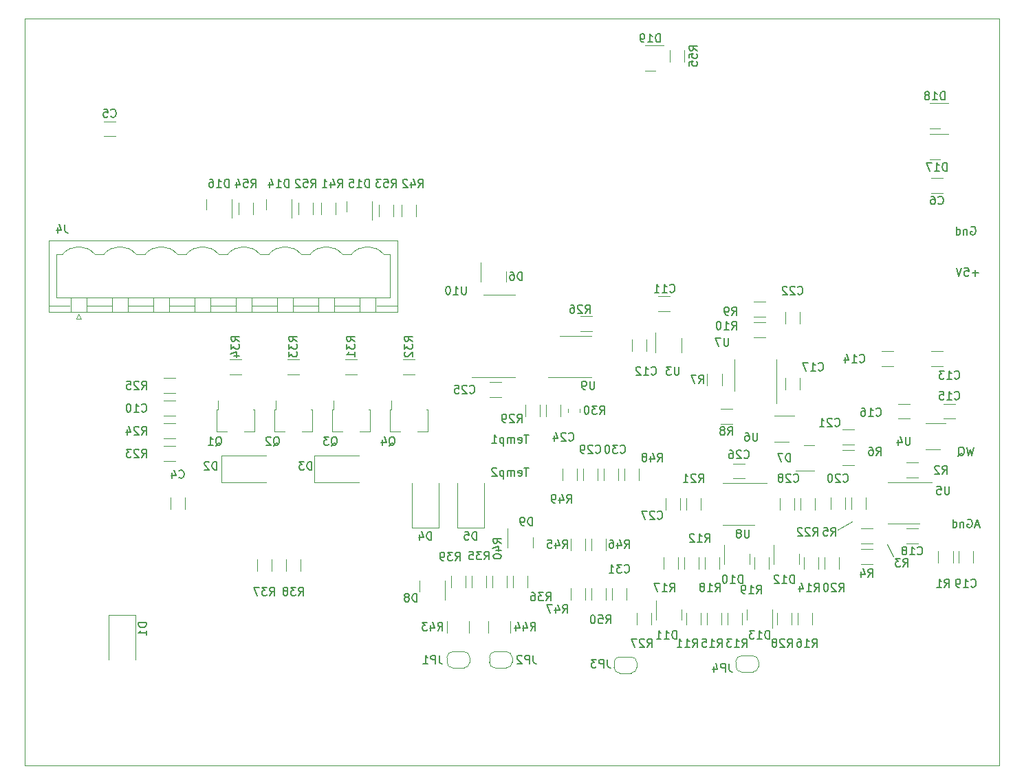
<source format=gbr>
%TF.GenerationSoftware,KiCad,Pcbnew,7.0.7*%
%TF.CreationDate,2025-07-01T12:31:18-10:00*%
%TF.ProjectId,Controller,436f6e74-726f-46c6-9c65-722e6b696361,New*%
%TF.SameCoordinates,Original*%
%TF.FileFunction,Legend,Bot*%
%TF.FilePolarity,Positive*%
%FSLAX46Y46*%
G04 Gerber Fmt 4.6, Leading zero omitted, Abs format (unit mm)*
G04 Created by KiCad (PCBNEW 7.0.7) date 2025-07-01 12:31:18*
%MOMM*%
%LPD*%
G01*
G04 APERTURE LIST*
%ADD10C,0.120000*%
%ADD11C,0.150000*%
%TA.AperFunction,Profile*%
%ADD12C,0.050000*%
%TD*%
G04 APERTURE END LIST*
D10*
X148590000Y-121920000D02*
X147828000Y-120396000D01*
X141732000Y-118618000D02*
X143510000Y-117602000D01*
D11*
X103655523Y-106896819D02*
X103084095Y-106896819D01*
X103369809Y-107896819D02*
X103369809Y-106896819D01*
X102369809Y-107849200D02*
X102465047Y-107896819D01*
X102465047Y-107896819D02*
X102655523Y-107896819D01*
X102655523Y-107896819D02*
X102750761Y-107849200D01*
X102750761Y-107849200D02*
X102798380Y-107753961D01*
X102798380Y-107753961D02*
X102798380Y-107373009D01*
X102798380Y-107373009D02*
X102750761Y-107277771D01*
X102750761Y-107277771D02*
X102655523Y-107230152D01*
X102655523Y-107230152D02*
X102465047Y-107230152D01*
X102465047Y-107230152D02*
X102369809Y-107277771D01*
X102369809Y-107277771D02*
X102322190Y-107373009D01*
X102322190Y-107373009D02*
X102322190Y-107468247D01*
X102322190Y-107468247D02*
X102798380Y-107563485D01*
X101893618Y-107896819D02*
X101893618Y-107230152D01*
X101893618Y-107325390D02*
X101845999Y-107277771D01*
X101845999Y-107277771D02*
X101750761Y-107230152D01*
X101750761Y-107230152D02*
X101607904Y-107230152D01*
X101607904Y-107230152D02*
X101512666Y-107277771D01*
X101512666Y-107277771D02*
X101465047Y-107373009D01*
X101465047Y-107373009D02*
X101465047Y-107896819D01*
X101465047Y-107373009D02*
X101417428Y-107277771D01*
X101417428Y-107277771D02*
X101322190Y-107230152D01*
X101322190Y-107230152D02*
X101179333Y-107230152D01*
X101179333Y-107230152D02*
X101084094Y-107277771D01*
X101084094Y-107277771D02*
X101036475Y-107373009D01*
X101036475Y-107373009D02*
X101036475Y-107896819D01*
X100560285Y-107230152D02*
X100560285Y-108230152D01*
X100560285Y-107277771D02*
X100465047Y-107230152D01*
X100465047Y-107230152D02*
X100274571Y-107230152D01*
X100274571Y-107230152D02*
X100179333Y-107277771D01*
X100179333Y-107277771D02*
X100131714Y-107325390D01*
X100131714Y-107325390D02*
X100084095Y-107420628D01*
X100084095Y-107420628D02*
X100084095Y-107706342D01*
X100084095Y-107706342D02*
X100131714Y-107801580D01*
X100131714Y-107801580D02*
X100179333Y-107849200D01*
X100179333Y-107849200D02*
X100274571Y-107896819D01*
X100274571Y-107896819D02*
X100465047Y-107896819D01*
X100465047Y-107896819D02*
X100560285Y-107849200D01*
X99131714Y-107896819D02*
X99703142Y-107896819D01*
X99417428Y-107896819D02*
X99417428Y-106896819D01*
X99417428Y-106896819D02*
X99512666Y-107039676D01*
X99512666Y-107039676D02*
X99607904Y-107134914D01*
X99607904Y-107134914D02*
X99703142Y-107182533D01*
X159019713Y-86941866D02*
X158257809Y-86941866D01*
X158638761Y-87322819D02*
X158638761Y-86560914D01*
X157305428Y-86322819D02*
X157781618Y-86322819D01*
X157781618Y-86322819D02*
X157829237Y-86799009D01*
X157829237Y-86799009D02*
X157781618Y-86751390D01*
X157781618Y-86751390D02*
X157686380Y-86703771D01*
X157686380Y-86703771D02*
X157448285Y-86703771D01*
X157448285Y-86703771D02*
X157353047Y-86751390D01*
X157353047Y-86751390D02*
X157305428Y-86799009D01*
X157305428Y-86799009D02*
X157257809Y-86894247D01*
X157257809Y-86894247D02*
X157257809Y-87132342D01*
X157257809Y-87132342D02*
X157305428Y-87227580D01*
X157305428Y-87227580D02*
X157353047Y-87275200D01*
X157353047Y-87275200D02*
X157448285Y-87322819D01*
X157448285Y-87322819D02*
X157686380Y-87322819D01*
X157686380Y-87322819D02*
X157781618Y-87275200D01*
X157781618Y-87275200D02*
X157829237Y-87227580D01*
X156972094Y-86322819D02*
X156638761Y-87322819D01*
X156638761Y-87322819D02*
X156305428Y-86322819D01*
X158432380Y-108420819D02*
X158194285Y-109420819D01*
X158194285Y-109420819D02*
X158003809Y-108706533D01*
X158003809Y-108706533D02*
X157813333Y-109420819D01*
X157813333Y-109420819D02*
X157575238Y-108420819D01*
X156527619Y-109516057D02*
X156622857Y-109468438D01*
X156622857Y-109468438D02*
X156718095Y-109373200D01*
X156718095Y-109373200D02*
X156860952Y-109230342D01*
X156860952Y-109230342D02*
X156956190Y-109182723D01*
X156956190Y-109182723D02*
X157051428Y-109182723D01*
X157003809Y-109420819D02*
X157099047Y-109373200D01*
X157099047Y-109373200D02*
X157194285Y-109277961D01*
X157194285Y-109277961D02*
X157241904Y-109087485D01*
X157241904Y-109087485D02*
X157241904Y-108754152D01*
X157241904Y-108754152D02*
X157194285Y-108563676D01*
X157194285Y-108563676D02*
X157099047Y-108468438D01*
X157099047Y-108468438D02*
X157003809Y-108420819D01*
X157003809Y-108420819D02*
X156813333Y-108420819D01*
X156813333Y-108420819D02*
X156718095Y-108468438D01*
X156718095Y-108468438D02*
X156622857Y-108563676D01*
X156622857Y-108563676D02*
X156575238Y-108754152D01*
X156575238Y-108754152D02*
X156575238Y-109087485D01*
X156575238Y-109087485D02*
X156622857Y-109277961D01*
X156622857Y-109277961D02*
X156718095Y-109373200D01*
X156718095Y-109373200D02*
X156813333Y-109420819D01*
X156813333Y-109420819D02*
X157003809Y-109420819D01*
X103655523Y-110960819D02*
X103084095Y-110960819D01*
X103369809Y-111960819D02*
X103369809Y-110960819D01*
X102369809Y-111913200D02*
X102465047Y-111960819D01*
X102465047Y-111960819D02*
X102655523Y-111960819D01*
X102655523Y-111960819D02*
X102750761Y-111913200D01*
X102750761Y-111913200D02*
X102798380Y-111817961D01*
X102798380Y-111817961D02*
X102798380Y-111437009D01*
X102798380Y-111437009D02*
X102750761Y-111341771D01*
X102750761Y-111341771D02*
X102655523Y-111294152D01*
X102655523Y-111294152D02*
X102465047Y-111294152D01*
X102465047Y-111294152D02*
X102369809Y-111341771D01*
X102369809Y-111341771D02*
X102322190Y-111437009D01*
X102322190Y-111437009D02*
X102322190Y-111532247D01*
X102322190Y-111532247D02*
X102798380Y-111627485D01*
X101893618Y-111960819D02*
X101893618Y-111294152D01*
X101893618Y-111389390D02*
X101845999Y-111341771D01*
X101845999Y-111341771D02*
X101750761Y-111294152D01*
X101750761Y-111294152D02*
X101607904Y-111294152D01*
X101607904Y-111294152D02*
X101512666Y-111341771D01*
X101512666Y-111341771D02*
X101465047Y-111437009D01*
X101465047Y-111437009D02*
X101465047Y-111960819D01*
X101465047Y-111437009D02*
X101417428Y-111341771D01*
X101417428Y-111341771D02*
X101322190Y-111294152D01*
X101322190Y-111294152D02*
X101179333Y-111294152D01*
X101179333Y-111294152D02*
X101084094Y-111341771D01*
X101084094Y-111341771D02*
X101036475Y-111437009D01*
X101036475Y-111437009D02*
X101036475Y-111960819D01*
X100560285Y-111294152D02*
X100560285Y-112294152D01*
X100560285Y-111341771D02*
X100465047Y-111294152D01*
X100465047Y-111294152D02*
X100274571Y-111294152D01*
X100274571Y-111294152D02*
X100179333Y-111341771D01*
X100179333Y-111341771D02*
X100131714Y-111389390D01*
X100131714Y-111389390D02*
X100084095Y-111484628D01*
X100084095Y-111484628D02*
X100084095Y-111770342D01*
X100084095Y-111770342D02*
X100131714Y-111865580D01*
X100131714Y-111865580D02*
X100179333Y-111913200D01*
X100179333Y-111913200D02*
X100274571Y-111960819D01*
X100274571Y-111960819D02*
X100465047Y-111960819D01*
X100465047Y-111960819D02*
X100560285Y-111913200D01*
X99703142Y-111056057D02*
X99655523Y-111008438D01*
X99655523Y-111008438D02*
X99560285Y-110960819D01*
X99560285Y-110960819D02*
X99322190Y-110960819D01*
X99322190Y-110960819D02*
X99226952Y-111008438D01*
X99226952Y-111008438D02*
X99179333Y-111056057D01*
X99179333Y-111056057D02*
X99131714Y-111151295D01*
X99131714Y-111151295D02*
X99131714Y-111246533D01*
X99131714Y-111246533D02*
X99179333Y-111389390D01*
X99179333Y-111389390D02*
X99750761Y-111960819D01*
X99750761Y-111960819D02*
X99131714Y-111960819D01*
X158122857Y-81290438D02*
X158218095Y-81242819D01*
X158218095Y-81242819D02*
X158360952Y-81242819D01*
X158360952Y-81242819D02*
X158503809Y-81290438D01*
X158503809Y-81290438D02*
X158599047Y-81385676D01*
X158599047Y-81385676D02*
X158646666Y-81480914D01*
X158646666Y-81480914D02*
X158694285Y-81671390D01*
X158694285Y-81671390D02*
X158694285Y-81814247D01*
X158694285Y-81814247D02*
X158646666Y-82004723D01*
X158646666Y-82004723D02*
X158599047Y-82099961D01*
X158599047Y-82099961D02*
X158503809Y-82195200D01*
X158503809Y-82195200D02*
X158360952Y-82242819D01*
X158360952Y-82242819D02*
X158265714Y-82242819D01*
X158265714Y-82242819D02*
X158122857Y-82195200D01*
X158122857Y-82195200D02*
X158075238Y-82147580D01*
X158075238Y-82147580D02*
X158075238Y-81814247D01*
X158075238Y-81814247D02*
X158265714Y-81814247D01*
X157646666Y-81576152D02*
X157646666Y-82242819D01*
X157646666Y-81671390D02*
X157599047Y-81623771D01*
X157599047Y-81623771D02*
X157503809Y-81576152D01*
X157503809Y-81576152D02*
X157360952Y-81576152D01*
X157360952Y-81576152D02*
X157265714Y-81623771D01*
X157265714Y-81623771D02*
X157218095Y-81719009D01*
X157218095Y-81719009D02*
X157218095Y-82242819D01*
X156313333Y-82242819D02*
X156313333Y-81242819D01*
X156313333Y-82195200D02*
X156408571Y-82242819D01*
X156408571Y-82242819D02*
X156599047Y-82242819D01*
X156599047Y-82242819D02*
X156694285Y-82195200D01*
X156694285Y-82195200D02*
X156741904Y-82147580D01*
X156741904Y-82147580D02*
X156789523Y-82052342D01*
X156789523Y-82052342D02*
X156789523Y-81766628D01*
X156789523Y-81766628D02*
X156741904Y-81671390D01*
X156741904Y-81671390D02*
X156694285Y-81623771D01*
X156694285Y-81623771D02*
X156599047Y-81576152D01*
X156599047Y-81576152D02*
X156408571Y-81576152D01*
X156408571Y-81576152D02*
X156313333Y-81623771D01*
X159122856Y-118025104D02*
X158646666Y-118025104D01*
X159218094Y-118310819D02*
X158884761Y-117310819D01*
X158884761Y-117310819D02*
X158551428Y-118310819D01*
X157694285Y-117358438D02*
X157789523Y-117310819D01*
X157789523Y-117310819D02*
X157932380Y-117310819D01*
X157932380Y-117310819D02*
X158075237Y-117358438D01*
X158075237Y-117358438D02*
X158170475Y-117453676D01*
X158170475Y-117453676D02*
X158218094Y-117548914D01*
X158218094Y-117548914D02*
X158265713Y-117739390D01*
X158265713Y-117739390D02*
X158265713Y-117882247D01*
X158265713Y-117882247D02*
X158218094Y-118072723D01*
X158218094Y-118072723D02*
X158170475Y-118167961D01*
X158170475Y-118167961D02*
X158075237Y-118263200D01*
X158075237Y-118263200D02*
X157932380Y-118310819D01*
X157932380Y-118310819D02*
X157837142Y-118310819D01*
X157837142Y-118310819D02*
X157694285Y-118263200D01*
X157694285Y-118263200D02*
X157646666Y-118215580D01*
X157646666Y-118215580D02*
X157646666Y-117882247D01*
X157646666Y-117882247D02*
X157837142Y-117882247D01*
X157218094Y-117644152D02*
X157218094Y-118310819D01*
X157218094Y-117739390D02*
X157170475Y-117691771D01*
X157170475Y-117691771D02*
X157075237Y-117644152D01*
X157075237Y-117644152D02*
X156932380Y-117644152D01*
X156932380Y-117644152D02*
X156837142Y-117691771D01*
X156837142Y-117691771D02*
X156789523Y-117787009D01*
X156789523Y-117787009D02*
X156789523Y-118310819D01*
X155884761Y-118310819D02*
X155884761Y-117310819D01*
X155884761Y-118263200D02*
X155979999Y-118310819D01*
X155979999Y-118310819D02*
X156170475Y-118310819D01*
X156170475Y-118310819D02*
X156265713Y-118263200D01*
X156265713Y-118263200D02*
X156313332Y-118215580D01*
X156313332Y-118215580D02*
X156360951Y-118120342D01*
X156360951Y-118120342D02*
X156360951Y-117834628D01*
X156360951Y-117834628D02*
X156313332Y-117739390D01*
X156313332Y-117739390D02*
X156265713Y-117691771D01*
X156265713Y-117691771D02*
X156170475Y-117644152D01*
X156170475Y-117644152D02*
X155979999Y-117644152D01*
X155979999Y-117644152D02*
X155884761Y-117691771D01*
X107830857Y-128851819D02*
X108164190Y-128375628D01*
X108402285Y-128851819D02*
X108402285Y-127851819D01*
X108402285Y-127851819D02*
X108021333Y-127851819D01*
X108021333Y-127851819D02*
X107926095Y-127899438D01*
X107926095Y-127899438D02*
X107878476Y-127947057D01*
X107878476Y-127947057D02*
X107830857Y-128042295D01*
X107830857Y-128042295D02*
X107830857Y-128185152D01*
X107830857Y-128185152D02*
X107878476Y-128280390D01*
X107878476Y-128280390D02*
X107926095Y-128328009D01*
X107926095Y-128328009D02*
X108021333Y-128375628D01*
X108021333Y-128375628D02*
X108402285Y-128375628D01*
X106973714Y-128185152D02*
X106973714Y-128851819D01*
X107211809Y-127804200D02*
X107449904Y-128518485D01*
X107449904Y-128518485D02*
X106830857Y-128518485D01*
X106545142Y-127851819D02*
X105878476Y-127851819D01*
X105878476Y-127851819D02*
X106307047Y-128851819D01*
X111894857Y-109071580D02*
X111942476Y-109119200D01*
X111942476Y-109119200D02*
X112085333Y-109166819D01*
X112085333Y-109166819D02*
X112180571Y-109166819D01*
X112180571Y-109166819D02*
X112323428Y-109119200D01*
X112323428Y-109119200D02*
X112418666Y-109023961D01*
X112418666Y-109023961D02*
X112466285Y-108928723D01*
X112466285Y-108928723D02*
X112513904Y-108738247D01*
X112513904Y-108738247D02*
X112513904Y-108595390D01*
X112513904Y-108595390D02*
X112466285Y-108404914D01*
X112466285Y-108404914D02*
X112418666Y-108309676D01*
X112418666Y-108309676D02*
X112323428Y-108214438D01*
X112323428Y-108214438D02*
X112180571Y-108166819D01*
X112180571Y-108166819D02*
X112085333Y-108166819D01*
X112085333Y-108166819D02*
X111942476Y-108214438D01*
X111942476Y-108214438D02*
X111894857Y-108262057D01*
X111513904Y-108262057D02*
X111466285Y-108214438D01*
X111466285Y-108214438D02*
X111371047Y-108166819D01*
X111371047Y-108166819D02*
X111132952Y-108166819D01*
X111132952Y-108166819D02*
X111037714Y-108214438D01*
X111037714Y-108214438D02*
X110990095Y-108262057D01*
X110990095Y-108262057D02*
X110942476Y-108357295D01*
X110942476Y-108357295D02*
X110942476Y-108452533D01*
X110942476Y-108452533D02*
X110990095Y-108595390D01*
X110990095Y-108595390D02*
X111561523Y-109166819D01*
X111561523Y-109166819D02*
X110942476Y-109166819D01*
X110466285Y-109166819D02*
X110275809Y-109166819D01*
X110275809Y-109166819D02*
X110180571Y-109119200D01*
X110180571Y-109119200D02*
X110132952Y-109071580D01*
X110132952Y-109071580D02*
X110037714Y-108928723D01*
X110037714Y-108928723D02*
X109990095Y-108738247D01*
X109990095Y-108738247D02*
X109990095Y-108357295D01*
X109990095Y-108357295D02*
X110037714Y-108262057D01*
X110037714Y-108262057D02*
X110085333Y-108214438D01*
X110085333Y-108214438D02*
X110180571Y-108166819D01*
X110180571Y-108166819D02*
X110371047Y-108166819D01*
X110371047Y-108166819D02*
X110466285Y-108214438D01*
X110466285Y-108214438D02*
X110513904Y-108262057D01*
X110513904Y-108262057D02*
X110561523Y-108357295D01*
X110561523Y-108357295D02*
X110561523Y-108595390D01*
X110561523Y-108595390D02*
X110513904Y-108690628D01*
X110513904Y-108690628D02*
X110466285Y-108738247D01*
X110466285Y-108738247D02*
X110371047Y-108785866D01*
X110371047Y-108785866D02*
X110180571Y-108785866D01*
X110180571Y-108785866D02*
X110085333Y-108738247D01*
X110085333Y-108738247D02*
X110037714Y-108690628D01*
X110037714Y-108690628D02*
X109990095Y-108595390D01*
X114942857Y-109071580D02*
X114990476Y-109119200D01*
X114990476Y-109119200D02*
X115133333Y-109166819D01*
X115133333Y-109166819D02*
X115228571Y-109166819D01*
X115228571Y-109166819D02*
X115371428Y-109119200D01*
X115371428Y-109119200D02*
X115466666Y-109023961D01*
X115466666Y-109023961D02*
X115514285Y-108928723D01*
X115514285Y-108928723D02*
X115561904Y-108738247D01*
X115561904Y-108738247D02*
X115561904Y-108595390D01*
X115561904Y-108595390D02*
X115514285Y-108404914D01*
X115514285Y-108404914D02*
X115466666Y-108309676D01*
X115466666Y-108309676D02*
X115371428Y-108214438D01*
X115371428Y-108214438D02*
X115228571Y-108166819D01*
X115228571Y-108166819D02*
X115133333Y-108166819D01*
X115133333Y-108166819D02*
X114990476Y-108214438D01*
X114990476Y-108214438D02*
X114942857Y-108262057D01*
X114609523Y-108166819D02*
X113990476Y-108166819D01*
X113990476Y-108166819D02*
X114323809Y-108547771D01*
X114323809Y-108547771D02*
X114180952Y-108547771D01*
X114180952Y-108547771D02*
X114085714Y-108595390D01*
X114085714Y-108595390D02*
X114038095Y-108643009D01*
X114038095Y-108643009D02*
X113990476Y-108738247D01*
X113990476Y-108738247D02*
X113990476Y-108976342D01*
X113990476Y-108976342D02*
X114038095Y-109071580D01*
X114038095Y-109071580D02*
X114085714Y-109119200D01*
X114085714Y-109119200D02*
X114180952Y-109166819D01*
X114180952Y-109166819D02*
X114466666Y-109166819D01*
X114466666Y-109166819D02*
X114561904Y-109119200D01*
X114561904Y-109119200D02*
X114609523Y-109071580D01*
X113371428Y-108166819D02*
X113276190Y-108166819D01*
X113276190Y-108166819D02*
X113180952Y-108214438D01*
X113180952Y-108214438D02*
X113133333Y-108262057D01*
X113133333Y-108262057D02*
X113085714Y-108357295D01*
X113085714Y-108357295D02*
X113038095Y-108547771D01*
X113038095Y-108547771D02*
X113038095Y-108785866D01*
X113038095Y-108785866D02*
X113085714Y-108976342D01*
X113085714Y-108976342D02*
X113133333Y-109071580D01*
X113133333Y-109071580D02*
X113180952Y-109119200D01*
X113180952Y-109119200D02*
X113276190Y-109166819D01*
X113276190Y-109166819D02*
X113371428Y-109166819D01*
X113371428Y-109166819D02*
X113466666Y-109119200D01*
X113466666Y-109119200D02*
X113514285Y-109071580D01*
X113514285Y-109071580D02*
X113561904Y-108976342D01*
X113561904Y-108976342D02*
X113609523Y-108785866D01*
X113609523Y-108785866D02*
X113609523Y-108547771D01*
X113609523Y-108547771D02*
X113561904Y-108357295D01*
X113561904Y-108357295D02*
X113514285Y-108262057D01*
X113514285Y-108262057D02*
X113466666Y-108214438D01*
X113466666Y-108214438D02*
X113371428Y-108166819D01*
X115450857Y-123803580D02*
X115498476Y-123851200D01*
X115498476Y-123851200D02*
X115641333Y-123898819D01*
X115641333Y-123898819D02*
X115736571Y-123898819D01*
X115736571Y-123898819D02*
X115879428Y-123851200D01*
X115879428Y-123851200D02*
X115974666Y-123755961D01*
X115974666Y-123755961D02*
X116022285Y-123660723D01*
X116022285Y-123660723D02*
X116069904Y-123470247D01*
X116069904Y-123470247D02*
X116069904Y-123327390D01*
X116069904Y-123327390D02*
X116022285Y-123136914D01*
X116022285Y-123136914D02*
X115974666Y-123041676D01*
X115974666Y-123041676D02*
X115879428Y-122946438D01*
X115879428Y-122946438D02*
X115736571Y-122898819D01*
X115736571Y-122898819D02*
X115641333Y-122898819D01*
X115641333Y-122898819D02*
X115498476Y-122946438D01*
X115498476Y-122946438D02*
X115450857Y-122994057D01*
X115117523Y-122898819D02*
X114498476Y-122898819D01*
X114498476Y-122898819D02*
X114831809Y-123279771D01*
X114831809Y-123279771D02*
X114688952Y-123279771D01*
X114688952Y-123279771D02*
X114593714Y-123327390D01*
X114593714Y-123327390D02*
X114546095Y-123375009D01*
X114546095Y-123375009D02*
X114498476Y-123470247D01*
X114498476Y-123470247D02*
X114498476Y-123708342D01*
X114498476Y-123708342D02*
X114546095Y-123803580D01*
X114546095Y-123803580D02*
X114593714Y-123851200D01*
X114593714Y-123851200D02*
X114688952Y-123898819D01*
X114688952Y-123898819D02*
X114974666Y-123898819D01*
X114974666Y-123898819D02*
X115069904Y-123851200D01*
X115069904Y-123851200D02*
X115117523Y-123803580D01*
X113546095Y-123898819D02*
X114117523Y-123898819D01*
X113831809Y-123898819D02*
X113831809Y-122898819D01*
X113831809Y-122898819D02*
X113927047Y-123041676D01*
X113927047Y-123041676D02*
X114022285Y-123136914D01*
X114022285Y-123136914D02*
X114117523Y-123184533D01*
X119514857Y-110182819D02*
X119848190Y-109706628D01*
X120086285Y-110182819D02*
X120086285Y-109182819D01*
X120086285Y-109182819D02*
X119705333Y-109182819D01*
X119705333Y-109182819D02*
X119610095Y-109230438D01*
X119610095Y-109230438D02*
X119562476Y-109278057D01*
X119562476Y-109278057D02*
X119514857Y-109373295D01*
X119514857Y-109373295D02*
X119514857Y-109516152D01*
X119514857Y-109516152D02*
X119562476Y-109611390D01*
X119562476Y-109611390D02*
X119610095Y-109659009D01*
X119610095Y-109659009D02*
X119705333Y-109706628D01*
X119705333Y-109706628D02*
X120086285Y-109706628D01*
X118657714Y-109516152D02*
X118657714Y-110182819D01*
X118895809Y-109135200D02*
X119133904Y-109849485D01*
X119133904Y-109849485D02*
X118514857Y-109849485D01*
X117991047Y-109611390D02*
X118086285Y-109563771D01*
X118086285Y-109563771D02*
X118133904Y-109516152D01*
X118133904Y-109516152D02*
X118181523Y-109420914D01*
X118181523Y-109420914D02*
X118181523Y-109373295D01*
X118181523Y-109373295D02*
X118133904Y-109278057D01*
X118133904Y-109278057D02*
X118086285Y-109230438D01*
X118086285Y-109230438D02*
X117991047Y-109182819D01*
X117991047Y-109182819D02*
X117800571Y-109182819D01*
X117800571Y-109182819D02*
X117705333Y-109230438D01*
X117705333Y-109230438D02*
X117657714Y-109278057D01*
X117657714Y-109278057D02*
X117610095Y-109373295D01*
X117610095Y-109373295D02*
X117610095Y-109420914D01*
X117610095Y-109420914D02*
X117657714Y-109516152D01*
X117657714Y-109516152D02*
X117705333Y-109563771D01*
X117705333Y-109563771D02*
X117800571Y-109611390D01*
X117800571Y-109611390D02*
X117991047Y-109611390D01*
X117991047Y-109611390D02*
X118086285Y-109659009D01*
X118086285Y-109659009D02*
X118133904Y-109706628D01*
X118133904Y-109706628D02*
X118181523Y-109801866D01*
X118181523Y-109801866D02*
X118181523Y-109992342D01*
X118181523Y-109992342D02*
X118133904Y-110087580D01*
X118133904Y-110087580D02*
X118086285Y-110135200D01*
X118086285Y-110135200D02*
X117991047Y-110182819D01*
X117991047Y-110182819D02*
X117800571Y-110182819D01*
X117800571Y-110182819D02*
X117705333Y-110135200D01*
X117705333Y-110135200D02*
X117657714Y-110087580D01*
X117657714Y-110087580D02*
X117610095Y-109992342D01*
X117610095Y-109992342D02*
X117610095Y-109801866D01*
X117610095Y-109801866D02*
X117657714Y-109706628D01*
X117657714Y-109706628D02*
X117705333Y-109659009D01*
X117705333Y-109659009D02*
X117800571Y-109611390D01*
X108338857Y-115262819D02*
X108672190Y-114786628D01*
X108910285Y-115262819D02*
X108910285Y-114262819D01*
X108910285Y-114262819D02*
X108529333Y-114262819D01*
X108529333Y-114262819D02*
X108434095Y-114310438D01*
X108434095Y-114310438D02*
X108386476Y-114358057D01*
X108386476Y-114358057D02*
X108338857Y-114453295D01*
X108338857Y-114453295D02*
X108338857Y-114596152D01*
X108338857Y-114596152D02*
X108386476Y-114691390D01*
X108386476Y-114691390D02*
X108434095Y-114739009D01*
X108434095Y-114739009D02*
X108529333Y-114786628D01*
X108529333Y-114786628D02*
X108910285Y-114786628D01*
X107481714Y-114596152D02*
X107481714Y-115262819D01*
X107719809Y-114215200D02*
X107957904Y-114929485D01*
X107957904Y-114929485D02*
X107338857Y-114929485D01*
X106910285Y-115262819D02*
X106719809Y-115262819D01*
X106719809Y-115262819D02*
X106624571Y-115215200D01*
X106624571Y-115215200D02*
X106576952Y-115167580D01*
X106576952Y-115167580D02*
X106481714Y-115024723D01*
X106481714Y-115024723D02*
X106434095Y-114834247D01*
X106434095Y-114834247D02*
X106434095Y-114453295D01*
X106434095Y-114453295D02*
X106481714Y-114358057D01*
X106481714Y-114358057D02*
X106529333Y-114310438D01*
X106529333Y-114310438D02*
X106624571Y-114262819D01*
X106624571Y-114262819D02*
X106815047Y-114262819D01*
X106815047Y-114262819D02*
X106910285Y-114310438D01*
X106910285Y-114310438D02*
X106957904Y-114358057D01*
X106957904Y-114358057D02*
X107005523Y-114453295D01*
X107005523Y-114453295D02*
X107005523Y-114691390D01*
X107005523Y-114691390D02*
X106957904Y-114786628D01*
X106957904Y-114786628D02*
X106910285Y-114834247D01*
X106910285Y-114834247D02*
X106815047Y-114881866D01*
X106815047Y-114881866D02*
X106624571Y-114881866D01*
X106624571Y-114881866D02*
X106529333Y-114834247D01*
X106529333Y-114834247D02*
X106481714Y-114786628D01*
X106481714Y-114786628D02*
X106434095Y-114691390D01*
X113164857Y-130121819D02*
X113498190Y-129645628D01*
X113736285Y-130121819D02*
X113736285Y-129121819D01*
X113736285Y-129121819D02*
X113355333Y-129121819D01*
X113355333Y-129121819D02*
X113260095Y-129169438D01*
X113260095Y-129169438D02*
X113212476Y-129217057D01*
X113212476Y-129217057D02*
X113164857Y-129312295D01*
X113164857Y-129312295D02*
X113164857Y-129455152D01*
X113164857Y-129455152D02*
X113212476Y-129550390D01*
X113212476Y-129550390D02*
X113260095Y-129598009D01*
X113260095Y-129598009D02*
X113355333Y-129645628D01*
X113355333Y-129645628D02*
X113736285Y-129645628D01*
X112260095Y-129121819D02*
X112736285Y-129121819D01*
X112736285Y-129121819D02*
X112783904Y-129598009D01*
X112783904Y-129598009D02*
X112736285Y-129550390D01*
X112736285Y-129550390D02*
X112641047Y-129502771D01*
X112641047Y-129502771D02*
X112402952Y-129502771D01*
X112402952Y-129502771D02*
X112307714Y-129550390D01*
X112307714Y-129550390D02*
X112260095Y-129598009D01*
X112260095Y-129598009D02*
X112212476Y-129693247D01*
X112212476Y-129693247D02*
X112212476Y-129931342D01*
X112212476Y-129931342D02*
X112260095Y-130026580D01*
X112260095Y-130026580D02*
X112307714Y-130074200D01*
X112307714Y-130074200D02*
X112402952Y-130121819D01*
X112402952Y-130121819D02*
X112641047Y-130121819D01*
X112641047Y-130121819D02*
X112736285Y-130074200D01*
X112736285Y-130074200D02*
X112783904Y-130026580D01*
X111593428Y-129121819D02*
X111498190Y-129121819D01*
X111498190Y-129121819D02*
X111402952Y-129169438D01*
X111402952Y-129169438D02*
X111355333Y-129217057D01*
X111355333Y-129217057D02*
X111307714Y-129312295D01*
X111307714Y-129312295D02*
X111260095Y-129502771D01*
X111260095Y-129502771D02*
X111260095Y-129740866D01*
X111260095Y-129740866D02*
X111307714Y-129931342D01*
X111307714Y-129931342D02*
X111355333Y-130026580D01*
X111355333Y-130026580D02*
X111402952Y-130074200D01*
X111402952Y-130074200D02*
X111498190Y-130121819D01*
X111498190Y-130121819D02*
X111593428Y-130121819D01*
X111593428Y-130121819D02*
X111688666Y-130074200D01*
X111688666Y-130074200D02*
X111736285Y-130026580D01*
X111736285Y-130026580D02*
X111783904Y-129931342D01*
X111783904Y-129931342D02*
X111831523Y-129740866D01*
X111831523Y-129740866D02*
X111831523Y-129502771D01*
X111831523Y-129502771D02*
X111783904Y-129312295D01*
X111783904Y-129312295D02*
X111736285Y-129217057D01*
X111736285Y-129217057D02*
X111688666Y-129169438D01*
X111688666Y-129169438D02*
X111593428Y-129121819D01*
X52236666Y-67669580D02*
X52284285Y-67717200D01*
X52284285Y-67717200D02*
X52427142Y-67764819D01*
X52427142Y-67764819D02*
X52522380Y-67764819D01*
X52522380Y-67764819D02*
X52665237Y-67717200D01*
X52665237Y-67717200D02*
X52760475Y-67621961D01*
X52760475Y-67621961D02*
X52808094Y-67526723D01*
X52808094Y-67526723D02*
X52855713Y-67336247D01*
X52855713Y-67336247D02*
X52855713Y-67193390D01*
X52855713Y-67193390D02*
X52808094Y-67002914D01*
X52808094Y-67002914D02*
X52760475Y-66907676D01*
X52760475Y-66907676D02*
X52665237Y-66812438D01*
X52665237Y-66812438D02*
X52522380Y-66764819D01*
X52522380Y-66764819D02*
X52427142Y-66764819D01*
X52427142Y-66764819D02*
X52284285Y-66812438D01*
X52284285Y-66812438D02*
X52236666Y-66860057D01*
X51331904Y-66764819D02*
X51808094Y-66764819D01*
X51808094Y-66764819D02*
X51855713Y-67241009D01*
X51855713Y-67241009D02*
X51808094Y-67193390D01*
X51808094Y-67193390D02*
X51712856Y-67145771D01*
X51712856Y-67145771D02*
X51474761Y-67145771D01*
X51474761Y-67145771D02*
X51379523Y-67193390D01*
X51379523Y-67193390D02*
X51331904Y-67241009D01*
X51331904Y-67241009D02*
X51284285Y-67336247D01*
X51284285Y-67336247D02*
X51284285Y-67574342D01*
X51284285Y-67574342D02*
X51331904Y-67669580D01*
X51331904Y-67669580D02*
X51379523Y-67717200D01*
X51379523Y-67717200D02*
X51474761Y-67764819D01*
X51474761Y-67764819D02*
X51712856Y-67764819D01*
X51712856Y-67764819D02*
X51808094Y-67717200D01*
X51808094Y-67717200D02*
X51855713Y-67669580D01*
X56588819Y-130071905D02*
X55588819Y-130071905D01*
X55588819Y-130071905D02*
X55588819Y-130310000D01*
X55588819Y-130310000D02*
X55636438Y-130452857D01*
X55636438Y-130452857D02*
X55731676Y-130548095D01*
X55731676Y-130548095D02*
X55826914Y-130595714D01*
X55826914Y-130595714D02*
X56017390Y-130643333D01*
X56017390Y-130643333D02*
X56160247Y-130643333D01*
X56160247Y-130643333D02*
X56350723Y-130595714D01*
X56350723Y-130595714D02*
X56445961Y-130548095D01*
X56445961Y-130548095D02*
X56541200Y-130452857D01*
X56541200Y-130452857D02*
X56588819Y-130310000D01*
X56588819Y-130310000D02*
X56588819Y-130071905D01*
X56588819Y-131595714D02*
X56588819Y-131024286D01*
X56588819Y-131310000D02*
X55588819Y-131310000D01*
X55588819Y-131310000D02*
X55731676Y-131214762D01*
X55731676Y-131214762D02*
X55826914Y-131119524D01*
X55826914Y-131119524D02*
X55874533Y-131024286D01*
X60618666Y-112158080D02*
X60666285Y-112205700D01*
X60666285Y-112205700D02*
X60809142Y-112253319D01*
X60809142Y-112253319D02*
X60904380Y-112253319D01*
X60904380Y-112253319D02*
X61047237Y-112205700D01*
X61047237Y-112205700D02*
X61142475Y-112110461D01*
X61142475Y-112110461D02*
X61190094Y-112015223D01*
X61190094Y-112015223D02*
X61237713Y-111824747D01*
X61237713Y-111824747D02*
X61237713Y-111681890D01*
X61237713Y-111681890D02*
X61190094Y-111491414D01*
X61190094Y-111491414D02*
X61142475Y-111396176D01*
X61142475Y-111396176D02*
X61047237Y-111300938D01*
X61047237Y-111300938D02*
X60904380Y-111253319D01*
X60904380Y-111253319D02*
X60809142Y-111253319D01*
X60809142Y-111253319D02*
X60666285Y-111300938D01*
X60666285Y-111300938D02*
X60618666Y-111348557D01*
X59761523Y-111586652D02*
X59761523Y-112253319D01*
X59999618Y-111205700D02*
X60237713Y-111919985D01*
X60237713Y-111919985D02*
X59618666Y-111919985D01*
X65254094Y-111198819D02*
X65254094Y-110198819D01*
X65254094Y-110198819D02*
X65015999Y-110198819D01*
X65015999Y-110198819D02*
X64873142Y-110246438D01*
X64873142Y-110246438D02*
X64777904Y-110341676D01*
X64777904Y-110341676D02*
X64730285Y-110436914D01*
X64730285Y-110436914D02*
X64682666Y-110627390D01*
X64682666Y-110627390D02*
X64682666Y-110770247D01*
X64682666Y-110770247D02*
X64730285Y-110960723D01*
X64730285Y-110960723D02*
X64777904Y-111055961D01*
X64777904Y-111055961D02*
X64873142Y-111151200D01*
X64873142Y-111151200D02*
X65015999Y-111198819D01*
X65015999Y-111198819D02*
X65254094Y-111198819D01*
X64301713Y-110294057D02*
X64254094Y-110246438D01*
X64254094Y-110246438D02*
X64158856Y-110198819D01*
X64158856Y-110198819D02*
X63920761Y-110198819D01*
X63920761Y-110198819D02*
X63825523Y-110246438D01*
X63825523Y-110246438D02*
X63777904Y-110294057D01*
X63777904Y-110294057D02*
X63730285Y-110389295D01*
X63730285Y-110389295D02*
X63730285Y-110484533D01*
X63730285Y-110484533D02*
X63777904Y-110627390D01*
X63777904Y-110627390D02*
X64349332Y-111198819D01*
X64349332Y-111198819D02*
X63730285Y-111198819D01*
X91670094Y-119834819D02*
X91670094Y-118834819D01*
X91670094Y-118834819D02*
X91431999Y-118834819D01*
X91431999Y-118834819D02*
X91289142Y-118882438D01*
X91289142Y-118882438D02*
X91193904Y-118977676D01*
X91193904Y-118977676D02*
X91146285Y-119072914D01*
X91146285Y-119072914D02*
X91098666Y-119263390D01*
X91098666Y-119263390D02*
X91098666Y-119406247D01*
X91098666Y-119406247D02*
X91146285Y-119596723D01*
X91146285Y-119596723D02*
X91193904Y-119691961D01*
X91193904Y-119691961D02*
X91289142Y-119787200D01*
X91289142Y-119787200D02*
X91431999Y-119834819D01*
X91431999Y-119834819D02*
X91670094Y-119834819D01*
X90241523Y-119168152D02*
X90241523Y-119834819D01*
X90479618Y-118787200D02*
X90717713Y-119501485D01*
X90717713Y-119501485D02*
X90098666Y-119501485D01*
X125356857Y-120088819D02*
X125690190Y-119612628D01*
X125928285Y-120088819D02*
X125928285Y-119088819D01*
X125928285Y-119088819D02*
X125547333Y-119088819D01*
X125547333Y-119088819D02*
X125452095Y-119136438D01*
X125452095Y-119136438D02*
X125404476Y-119184057D01*
X125404476Y-119184057D02*
X125356857Y-119279295D01*
X125356857Y-119279295D02*
X125356857Y-119422152D01*
X125356857Y-119422152D02*
X125404476Y-119517390D01*
X125404476Y-119517390D02*
X125452095Y-119565009D01*
X125452095Y-119565009D02*
X125547333Y-119612628D01*
X125547333Y-119612628D02*
X125928285Y-119612628D01*
X124404476Y-120088819D02*
X124975904Y-120088819D01*
X124690190Y-120088819D02*
X124690190Y-119088819D01*
X124690190Y-119088819D02*
X124785428Y-119231676D01*
X124785428Y-119231676D02*
X124880666Y-119326914D01*
X124880666Y-119326914D02*
X124975904Y-119374533D01*
X124023523Y-119184057D02*
X123975904Y-119136438D01*
X123975904Y-119136438D02*
X123880666Y-119088819D01*
X123880666Y-119088819D02*
X123642571Y-119088819D01*
X123642571Y-119088819D02*
X123547333Y-119136438D01*
X123547333Y-119136438D02*
X123499714Y-119184057D01*
X123499714Y-119184057D02*
X123452095Y-119279295D01*
X123452095Y-119279295D02*
X123452095Y-119374533D01*
X123452095Y-119374533D02*
X123499714Y-119517390D01*
X123499714Y-119517390D02*
X124071142Y-120088819D01*
X124071142Y-120088819D02*
X123452095Y-120088819D01*
X126626857Y-126184819D02*
X126960190Y-125708628D01*
X127198285Y-126184819D02*
X127198285Y-125184819D01*
X127198285Y-125184819D02*
X126817333Y-125184819D01*
X126817333Y-125184819D02*
X126722095Y-125232438D01*
X126722095Y-125232438D02*
X126674476Y-125280057D01*
X126674476Y-125280057D02*
X126626857Y-125375295D01*
X126626857Y-125375295D02*
X126626857Y-125518152D01*
X126626857Y-125518152D02*
X126674476Y-125613390D01*
X126674476Y-125613390D02*
X126722095Y-125661009D01*
X126722095Y-125661009D02*
X126817333Y-125708628D01*
X126817333Y-125708628D02*
X127198285Y-125708628D01*
X125674476Y-126184819D02*
X126245904Y-126184819D01*
X125960190Y-126184819D02*
X125960190Y-125184819D01*
X125960190Y-125184819D02*
X126055428Y-125327676D01*
X126055428Y-125327676D02*
X126150666Y-125422914D01*
X126150666Y-125422914D02*
X126245904Y-125470533D01*
X125103047Y-125613390D02*
X125198285Y-125565771D01*
X125198285Y-125565771D02*
X125245904Y-125518152D01*
X125245904Y-125518152D02*
X125293523Y-125422914D01*
X125293523Y-125422914D02*
X125293523Y-125375295D01*
X125293523Y-125375295D02*
X125245904Y-125280057D01*
X125245904Y-125280057D02*
X125198285Y-125232438D01*
X125198285Y-125232438D02*
X125103047Y-125184819D01*
X125103047Y-125184819D02*
X124912571Y-125184819D01*
X124912571Y-125184819D02*
X124817333Y-125232438D01*
X124817333Y-125232438D02*
X124769714Y-125280057D01*
X124769714Y-125280057D02*
X124722095Y-125375295D01*
X124722095Y-125375295D02*
X124722095Y-125422914D01*
X124722095Y-125422914D02*
X124769714Y-125518152D01*
X124769714Y-125518152D02*
X124817333Y-125565771D01*
X124817333Y-125565771D02*
X124912571Y-125613390D01*
X124912571Y-125613390D02*
X125103047Y-125613390D01*
X125103047Y-125613390D02*
X125198285Y-125661009D01*
X125198285Y-125661009D02*
X125245904Y-125708628D01*
X125245904Y-125708628D02*
X125293523Y-125803866D01*
X125293523Y-125803866D02*
X125293523Y-125994342D01*
X125293523Y-125994342D02*
X125245904Y-126089580D01*
X125245904Y-126089580D02*
X125198285Y-126137200D01*
X125198285Y-126137200D02*
X125103047Y-126184819D01*
X125103047Y-126184819D02*
X124912571Y-126184819D01*
X124912571Y-126184819D02*
X124817333Y-126137200D01*
X124817333Y-126137200D02*
X124769714Y-126089580D01*
X124769714Y-126089580D02*
X124722095Y-125994342D01*
X124722095Y-125994342D02*
X124722095Y-125803866D01*
X124722095Y-125803866D02*
X124769714Y-125708628D01*
X124769714Y-125708628D02*
X124817333Y-125661009D01*
X124817333Y-125661009D02*
X124912571Y-125613390D01*
X121038857Y-126184819D02*
X121372190Y-125708628D01*
X121610285Y-126184819D02*
X121610285Y-125184819D01*
X121610285Y-125184819D02*
X121229333Y-125184819D01*
X121229333Y-125184819D02*
X121134095Y-125232438D01*
X121134095Y-125232438D02*
X121086476Y-125280057D01*
X121086476Y-125280057D02*
X121038857Y-125375295D01*
X121038857Y-125375295D02*
X121038857Y-125518152D01*
X121038857Y-125518152D02*
X121086476Y-125613390D01*
X121086476Y-125613390D02*
X121134095Y-125661009D01*
X121134095Y-125661009D02*
X121229333Y-125708628D01*
X121229333Y-125708628D02*
X121610285Y-125708628D01*
X120086476Y-126184819D02*
X120657904Y-126184819D01*
X120372190Y-126184819D02*
X120372190Y-125184819D01*
X120372190Y-125184819D02*
X120467428Y-125327676D01*
X120467428Y-125327676D02*
X120562666Y-125422914D01*
X120562666Y-125422914D02*
X120657904Y-125470533D01*
X119753142Y-125184819D02*
X119086476Y-125184819D01*
X119086476Y-125184819D02*
X119515047Y-126184819D01*
X138653357Y-119326819D02*
X138986690Y-118850628D01*
X139224785Y-119326819D02*
X139224785Y-118326819D01*
X139224785Y-118326819D02*
X138843833Y-118326819D01*
X138843833Y-118326819D02*
X138748595Y-118374438D01*
X138748595Y-118374438D02*
X138700976Y-118422057D01*
X138700976Y-118422057D02*
X138653357Y-118517295D01*
X138653357Y-118517295D02*
X138653357Y-118660152D01*
X138653357Y-118660152D02*
X138700976Y-118755390D01*
X138700976Y-118755390D02*
X138748595Y-118803009D01*
X138748595Y-118803009D02*
X138843833Y-118850628D01*
X138843833Y-118850628D02*
X139224785Y-118850628D01*
X138272404Y-118422057D02*
X138224785Y-118374438D01*
X138224785Y-118374438D02*
X138129547Y-118326819D01*
X138129547Y-118326819D02*
X137891452Y-118326819D01*
X137891452Y-118326819D02*
X137796214Y-118374438D01*
X137796214Y-118374438D02*
X137748595Y-118422057D01*
X137748595Y-118422057D02*
X137700976Y-118517295D01*
X137700976Y-118517295D02*
X137700976Y-118612533D01*
X137700976Y-118612533D02*
X137748595Y-118755390D01*
X137748595Y-118755390D02*
X138320023Y-119326819D01*
X138320023Y-119326819D02*
X137700976Y-119326819D01*
X137320023Y-118422057D02*
X137272404Y-118374438D01*
X137272404Y-118374438D02*
X137177166Y-118326819D01*
X137177166Y-118326819D02*
X136939071Y-118326819D01*
X136939071Y-118326819D02*
X136843833Y-118374438D01*
X136843833Y-118374438D02*
X136796214Y-118422057D01*
X136796214Y-118422057D02*
X136748595Y-118517295D01*
X136748595Y-118517295D02*
X136748595Y-118612533D01*
X136748595Y-118612533D02*
X136796214Y-118755390D01*
X136796214Y-118755390D02*
X137367642Y-119326819D01*
X137367642Y-119326819D02*
X136748595Y-119326819D01*
X75130819Y-95369142D02*
X74654628Y-95035809D01*
X75130819Y-94797714D02*
X74130819Y-94797714D01*
X74130819Y-94797714D02*
X74130819Y-95178666D01*
X74130819Y-95178666D02*
X74178438Y-95273904D01*
X74178438Y-95273904D02*
X74226057Y-95321523D01*
X74226057Y-95321523D02*
X74321295Y-95369142D01*
X74321295Y-95369142D02*
X74464152Y-95369142D01*
X74464152Y-95369142D02*
X74559390Y-95321523D01*
X74559390Y-95321523D02*
X74607009Y-95273904D01*
X74607009Y-95273904D02*
X74654628Y-95178666D01*
X74654628Y-95178666D02*
X74654628Y-94797714D01*
X74130819Y-95702476D02*
X74130819Y-96321523D01*
X74130819Y-96321523D02*
X74511771Y-95988190D01*
X74511771Y-95988190D02*
X74511771Y-96131047D01*
X74511771Y-96131047D02*
X74559390Y-96226285D01*
X74559390Y-96226285D02*
X74607009Y-96273904D01*
X74607009Y-96273904D02*
X74702247Y-96321523D01*
X74702247Y-96321523D02*
X74940342Y-96321523D01*
X74940342Y-96321523D02*
X75035580Y-96273904D01*
X75035580Y-96273904D02*
X75083200Y-96226285D01*
X75083200Y-96226285D02*
X75130819Y-96131047D01*
X75130819Y-96131047D02*
X75130819Y-95845333D01*
X75130819Y-95845333D02*
X75083200Y-95750095D01*
X75083200Y-95750095D02*
X75035580Y-95702476D01*
X74130819Y-96654857D02*
X74130819Y-97273904D01*
X74130819Y-97273904D02*
X74511771Y-96940571D01*
X74511771Y-96940571D02*
X74511771Y-97083428D01*
X74511771Y-97083428D02*
X74559390Y-97178666D01*
X74559390Y-97178666D02*
X74607009Y-97226285D01*
X74607009Y-97226285D02*
X74702247Y-97273904D01*
X74702247Y-97273904D02*
X74940342Y-97273904D01*
X74940342Y-97273904D02*
X75035580Y-97226285D01*
X75035580Y-97226285D02*
X75083200Y-97178666D01*
X75083200Y-97178666D02*
X75130819Y-97083428D01*
X75130819Y-97083428D02*
X75130819Y-96797714D01*
X75130819Y-96797714D02*
X75083200Y-96702476D01*
X75083200Y-96702476D02*
X75035580Y-96654857D01*
X136278857Y-112627580D02*
X136326476Y-112675200D01*
X136326476Y-112675200D02*
X136469333Y-112722819D01*
X136469333Y-112722819D02*
X136564571Y-112722819D01*
X136564571Y-112722819D02*
X136707428Y-112675200D01*
X136707428Y-112675200D02*
X136802666Y-112579961D01*
X136802666Y-112579961D02*
X136850285Y-112484723D01*
X136850285Y-112484723D02*
X136897904Y-112294247D01*
X136897904Y-112294247D02*
X136897904Y-112151390D01*
X136897904Y-112151390D02*
X136850285Y-111960914D01*
X136850285Y-111960914D02*
X136802666Y-111865676D01*
X136802666Y-111865676D02*
X136707428Y-111770438D01*
X136707428Y-111770438D02*
X136564571Y-111722819D01*
X136564571Y-111722819D02*
X136469333Y-111722819D01*
X136469333Y-111722819D02*
X136326476Y-111770438D01*
X136326476Y-111770438D02*
X136278857Y-111818057D01*
X135897904Y-111818057D02*
X135850285Y-111770438D01*
X135850285Y-111770438D02*
X135755047Y-111722819D01*
X135755047Y-111722819D02*
X135516952Y-111722819D01*
X135516952Y-111722819D02*
X135421714Y-111770438D01*
X135421714Y-111770438D02*
X135374095Y-111818057D01*
X135374095Y-111818057D02*
X135326476Y-111913295D01*
X135326476Y-111913295D02*
X135326476Y-112008533D01*
X135326476Y-112008533D02*
X135374095Y-112151390D01*
X135374095Y-112151390D02*
X135945523Y-112722819D01*
X135945523Y-112722819D02*
X135326476Y-112722819D01*
X134755047Y-112151390D02*
X134850285Y-112103771D01*
X134850285Y-112103771D02*
X134897904Y-112056152D01*
X134897904Y-112056152D02*
X134945523Y-111960914D01*
X134945523Y-111960914D02*
X134945523Y-111913295D01*
X134945523Y-111913295D02*
X134897904Y-111818057D01*
X134897904Y-111818057D02*
X134850285Y-111770438D01*
X134850285Y-111770438D02*
X134755047Y-111722819D01*
X134755047Y-111722819D02*
X134564571Y-111722819D01*
X134564571Y-111722819D02*
X134469333Y-111770438D01*
X134469333Y-111770438D02*
X134421714Y-111818057D01*
X134421714Y-111818057D02*
X134374095Y-111913295D01*
X134374095Y-111913295D02*
X134374095Y-111960914D01*
X134374095Y-111960914D02*
X134421714Y-112056152D01*
X134421714Y-112056152D02*
X134469333Y-112103771D01*
X134469333Y-112103771D02*
X134564571Y-112151390D01*
X134564571Y-112151390D02*
X134755047Y-112151390D01*
X134755047Y-112151390D02*
X134850285Y-112199009D01*
X134850285Y-112199009D02*
X134897904Y-112246628D01*
X134897904Y-112246628D02*
X134945523Y-112341866D01*
X134945523Y-112341866D02*
X134945523Y-112532342D01*
X134945523Y-112532342D02*
X134897904Y-112627580D01*
X134897904Y-112627580D02*
X134850285Y-112675200D01*
X134850285Y-112675200D02*
X134755047Y-112722819D01*
X134755047Y-112722819D02*
X134564571Y-112722819D01*
X134564571Y-112722819D02*
X134469333Y-112675200D01*
X134469333Y-112675200D02*
X134421714Y-112627580D01*
X134421714Y-112627580D02*
X134374095Y-112532342D01*
X134374095Y-112532342D02*
X134374095Y-112341866D01*
X134374095Y-112341866D02*
X134421714Y-112246628D01*
X134421714Y-112246628D02*
X134469333Y-112199009D01*
X134469333Y-112199009D02*
X134564571Y-112151390D01*
X68018819Y-95369142D02*
X67542628Y-95035809D01*
X68018819Y-94797714D02*
X67018819Y-94797714D01*
X67018819Y-94797714D02*
X67018819Y-95178666D01*
X67018819Y-95178666D02*
X67066438Y-95273904D01*
X67066438Y-95273904D02*
X67114057Y-95321523D01*
X67114057Y-95321523D02*
X67209295Y-95369142D01*
X67209295Y-95369142D02*
X67352152Y-95369142D01*
X67352152Y-95369142D02*
X67447390Y-95321523D01*
X67447390Y-95321523D02*
X67495009Y-95273904D01*
X67495009Y-95273904D02*
X67542628Y-95178666D01*
X67542628Y-95178666D02*
X67542628Y-94797714D01*
X67018819Y-95702476D02*
X67018819Y-96321523D01*
X67018819Y-96321523D02*
X67399771Y-95988190D01*
X67399771Y-95988190D02*
X67399771Y-96131047D01*
X67399771Y-96131047D02*
X67447390Y-96226285D01*
X67447390Y-96226285D02*
X67495009Y-96273904D01*
X67495009Y-96273904D02*
X67590247Y-96321523D01*
X67590247Y-96321523D02*
X67828342Y-96321523D01*
X67828342Y-96321523D02*
X67923580Y-96273904D01*
X67923580Y-96273904D02*
X67971200Y-96226285D01*
X67971200Y-96226285D02*
X68018819Y-96131047D01*
X68018819Y-96131047D02*
X68018819Y-95845333D01*
X68018819Y-95845333D02*
X67971200Y-95750095D01*
X67971200Y-95750095D02*
X67923580Y-95702476D01*
X67352152Y-97178666D02*
X68018819Y-97178666D01*
X66971200Y-96940571D02*
X67685485Y-96702476D01*
X67685485Y-96702476D02*
X67685485Y-97321523D01*
X123832857Y-133042819D02*
X124166190Y-132566628D01*
X124404285Y-133042819D02*
X124404285Y-132042819D01*
X124404285Y-132042819D02*
X124023333Y-132042819D01*
X124023333Y-132042819D02*
X123928095Y-132090438D01*
X123928095Y-132090438D02*
X123880476Y-132138057D01*
X123880476Y-132138057D02*
X123832857Y-132233295D01*
X123832857Y-132233295D02*
X123832857Y-132376152D01*
X123832857Y-132376152D02*
X123880476Y-132471390D01*
X123880476Y-132471390D02*
X123928095Y-132519009D01*
X123928095Y-132519009D02*
X124023333Y-132566628D01*
X124023333Y-132566628D02*
X124404285Y-132566628D01*
X122880476Y-133042819D02*
X123451904Y-133042819D01*
X123166190Y-133042819D02*
X123166190Y-132042819D01*
X123166190Y-132042819D02*
X123261428Y-132185676D01*
X123261428Y-132185676D02*
X123356666Y-132280914D01*
X123356666Y-132280914D02*
X123451904Y-132328533D01*
X121928095Y-133042819D02*
X122499523Y-133042819D01*
X122213809Y-133042819D02*
X122213809Y-132042819D01*
X122213809Y-132042819D02*
X122309047Y-132185676D01*
X122309047Y-132185676D02*
X122404285Y-132280914D01*
X122404285Y-132280914D02*
X122499523Y-132328533D01*
X107830857Y-120850819D02*
X108164190Y-120374628D01*
X108402285Y-120850819D02*
X108402285Y-119850819D01*
X108402285Y-119850819D02*
X108021333Y-119850819D01*
X108021333Y-119850819D02*
X107926095Y-119898438D01*
X107926095Y-119898438D02*
X107878476Y-119946057D01*
X107878476Y-119946057D02*
X107830857Y-120041295D01*
X107830857Y-120041295D02*
X107830857Y-120184152D01*
X107830857Y-120184152D02*
X107878476Y-120279390D01*
X107878476Y-120279390D02*
X107926095Y-120327009D01*
X107926095Y-120327009D02*
X108021333Y-120374628D01*
X108021333Y-120374628D02*
X108402285Y-120374628D01*
X106973714Y-120184152D02*
X106973714Y-120850819D01*
X107211809Y-119803200D02*
X107449904Y-120517485D01*
X107449904Y-120517485D02*
X106830857Y-120517485D01*
X105973714Y-119850819D02*
X106449904Y-119850819D01*
X106449904Y-119850819D02*
X106497523Y-120327009D01*
X106497523Y-120327009D02*
X106449904Y-120279390D01*
X106449904Y-120279390D02*
X106354666Y-120231771D01*
X106354666Y-120231771D02*
X106116571Y-120231771D01*
X106116571Y-120231771D02*
X106021333Y-120279390D01*
X106021333Y-120279390D02*
X105973714Y-120327009D01*
X105973714Y-120327009D02*
X105926095Y-120422247D01*
X105926095Y-120422247D02*
X105926095Y-120660342D01*
X105926095Y-120660342D02*
X105973714Y-120755580D01*
X105973714Y-120755580D02*
X106021333Y-120803200D01*
X106021333Y-120803200D02*
X106116571Y-120850819D01*
X106116571Y-120850819D02*
X106354666Y-120850819D01*
X106354666Y-120850819D02*
X106449904Y-120803200D01*
X106449904Y-120803200D02*
X106497523Y-120755580D01*
X115450857Y-120850819D02*
X115784190Y-120374628D01*
X116022285Y-120850819D02*
X116022285Y-119850819D01*
X116022285Y-119850819D02*
X115641333Y-119850819D01*
X115641333Y-119850819D02*
X115546095Y-119898438D01*
X115546095Y-119898438D02*
X115498476Y-119946057D01*
X115498476Y-119946057D02*
X115450857Y-120041295D01*
X115450857Y-120041295D02*
X115450857Y-120184152D01*
X115450857Y-120184152D02*
X115498476Y-120279390D01*
X115498476Y-120279390D02*
X115546095Y-120327009D01*
X115546095Y-120327009D02*
X115641333Y-120374628D01*
X115641333Y-120374628D02*
X116022285Y-120374628D01*
X114593714Y-120184152D02*
X114593714Y-120850819D01*
X114831809Y-119803200D02*
X115069904Y-120517485D01*
X115069904Y-120517485D02*
X114450857Y-120517485D01*
X113641333Y-119850819D02*
X113831809Y-119850819D01*
X113831809Y-119850819D02*
X113927047Y-119898438D01*
X113927047Y-119898438D02*
X113974666Y-119946057D01*
X113974666Y-119946057D02*
X114069904Y-120088914D01*
X114069904Y-120088914D02*
X114117523Y-120279390D01*
X114117523Y-120279390D02*
X114117523Y-120660342D01*
X114117523Y-120660342D02*
X114069904Y-120755580D01*
X114069904Y-120755580D02*
X114022285Y-120803200D01*
X114022285Y-120803200D02*
X113927047Y-120850819D01*
X113927047Y-120850819D02*
X113736571Y-120850819D01*
X113736571Y-120850819D02*
X113641333Y-120803200D01*
X113641333Y-120803200D02*
X113593714Y-120755580D01*
X113593714Y-120755580D02*
X113546095Y-120660342D01*
X113546095Y-120660342D02*
X113546095Y-120422247D01*
X113546095Y-120422247D02*
X113593714Y-120327009D01*
X113593714Y-120327009D02*
X113641333Y-120279390D01*
X113641333Y-120279390D02*
X113736571Y-120231771D01*
X113736571Y-120231771D02*
X113927047Y-120231771D01*
X113927047Y-120231771D02*
X114022285Y-120279390D01*
X114022285Y-120279390D02*
X114069904Y-120327009D01*
X114069904Y-120327009D02*
X114117523Y-120422247D01*
X94622857Y-122374819D02*
X94956190Y-121898628D01*
X95194285Y-122374819D02*
X95194285Y-121374819D01*
X95194285Y-121374819D02*
X94813333Y-121374819D01*
X94813333Y-121374819D02*
X94718095Y-121422438D01*
X94718095Y-121422438D02*
X94670476Y-121470057D01*
X94670476Y-121470057D02*
X94622857Y-121565295D01*
X94622857Y-121565295D02*
X94622857Y-121708152D01*
X94622857Y-121708152D02*
X94670476Y-121803390D01*
X94670476Y-121803390D02*
X94718095Y-121851009D01*
X94718095Y-121851009D02*
X94813333Y-121898628D01*
X94813333Y-121898628D02*
X95194285Y-121898628D01*
X94289523Y-121374819D02*
X93670476Y-121374819D01*
X93670476Y-121374819D02*
X94003809Y-121755771D01*
X94003809Y-121755771D02*
X93860952Y-121755771D01*
X93860952Y-121755771D02*
X93765714Y-121803390D01*
X93765714Y-121803390D02*
X93718095Y-121851009D01*
X93718095Y-121851009D02*
X93670476Y-121946247D01*
X93670476Y-121946247D02*
X93670476Y-122184342D01*
X93670476Y-122184342D02*
X93718095Y-122279580D01*
X93718095Y-122279580D02*
X93765714Y-122327200D01*
X93765714Y-122327200D02*
X93860952Y-122374819D01*
X93860952Y-122374819D02*
X94146666Y-122374819D01*
X94146666Y-122374819D02*
X94241904Y-122327200D01*
X94241904Y-122327200D02*
X94289523Y-122279580D01*
X93194285Y-122374819D02*
X93003809Y-122374819D01*
X93003809Y-122374819D02*
X92908571Y-122327200D01*
X92908571Y-122327200D02*
X92860952Y-122279580D01*
X92860952Y-122279580D02*
X92765714Y-122136723D01*
X92765714Y-122136723D02*
X92718095Y-121946247D01*
X92718095Y-121946247D02*
X92718095Y-121565295D01*
X92718095Y-121565295D02*
X92765714Y-121470057D01*
X92765714Y-121470057D02*
X92813333Y-121422438D01*
X92813333Y-121422438D02*
X92908571Y-121374819D01*
X92908571Y-121374819D02*
X93099047Y-121374819D01*
X93099047Y-121374819D02*
X93194285Y-121422438D01*
X93194285Y-121422438D02*
X93241904Y-121470057D01*
X93241904Y-121470057D02*
X93289523Y-121565295D01*
X93289523Y-121565295D02*
X93289523Y-121803390D01*
X93289523Y-121803390D02*
X93241904Y-121898628D01*
X93241904Y-121898628D02*
X93194285Y-121946247D01*
X93194285Y-121946247D02*
X93099047Y-121993866D01*
X93099047Y-121993866D02*
X92908571Y-121993866D01*
X92908571Y-121993866D02*
X92813333Y-121946247D01*
X92813333Y-121946247D02*
X92765714Y-121898628D01*
X92765714Y-121898628D02*
X92718095Y-121803390D01*
X98178857Y-122273819D02*
X98512190Y-121797628D01*
X98750285Y-122273819D02*
X98750285Y-121273819D01*
X98750285Y-121273819D02*
X98369333Y-121273819D01*
X98369333Y-121273819D02*
X98274095Y-121321438D01*
X98274095Y-121321438D02*
X98226476Y-121369057D01*
X98226476Y-121369057D02*
X98178857Y-121464295D01*
X98178857Y-121464295D02*
X98178857Y-121607152D01*
X98178857Y-121607152D02*
X98226476Y-121702390D01*
X98226476Y-121702390D02*
X98274095Y-121750009D01*
X98274095Y-121750009D02*
X98369333Y-121797628D01*
X98369333Y-121797628D02*
X98750285Y-121797628D01*
X97845523Y-121273819D02*
X97226476Y-121273819D01*
X97226476Y-121273819D02*
X97559809Y-121654771D01*
X97559809Y-121654771D02*
X97416952Y-121654771D01*
X97416952Y-121654771D02*
X97321714Y-121702390D01*
X97321714Y-121702390D02*
X97274095Y-121750009D01*
X97274095Y-121750009D02*
X97226476Y-121845247D01*
X97226476Y-121845247D02*
X97226476Y-122083342D01*
X97226476Y-122083342D02*
X97274095Y-122178580D01*
X97274095Y-122178580D02*
X97321714Y-122226200D01*
X97321714Y-122226200D02*
X97416952Y-122273819D01*
X97416952Y-122273819D02*
X97702666Y-122273819D01*
X97702666Y-122273819D02*
X97797904Y-122226200D01*
X97797904Y-122226200D02*
X97845523Y-122178580D01*
X96321714Y-121273819D02*
X96797904Y-121273819D01*
X96797904Y-121273819D02*
X96845523Y-121750009D01*
X96845523Y-121750009D02*
X96797904Y-121702390D01*
X96797904Y-121702390D02*
X96702666Y-121654771D01*
X96702666Y-121654771D02*
X96464571Y-121654771D01*
X96464571Y-121654771D02*
X96369333Y-121702390D01*
X96369333Y-121702390D02*
X96321714Y-121750009D01*
X96321714Y-121750009D02*
X96274095Y-121845247D01*
X96274095Y-121845247D02*
X96274095Y-122083342D01*
X96274095Y-122083342D02*
X96321714Y-122178580D01*
X96321714Y-122178580D02*
X96369333Y-122226200D01*
X96369333Y-122226200D02*
X96464571Y-122273819D01*
X96464571Y-122273819D02*
X96702666Y-122273819D01*
X96702666Y-122273819D02*
X96797904Y-122226200D01*
X96797904Y-122226200D02*
X96845523Y-122178580D01*
X92463857Y-131010819D02*
X92797190Y-130534628D01*
X93035285Y-131010819D02*
X93035285Y-130010819D01*
X93035285Y-130010819D02*
X92654333Y-130010819D01*
X92654333Y-130010819D02*
X92559095Y-130058438D01*
X92559095Y-130058438D02*
X92511476Y-130106057D01*
X92511476Y-130106057D02*
X92463857Y-130201295D01*
X92463857Y-130201295D02*
X92463857Y-130344152D01*
X92463857Y-130344152D02*
X92511476Y-130439390D01*
X92511476Y-130439390D02*
X92559095Y-130487009D01*
X92559095Y-130487009D02*
X92654333Y-130534628D01*
X92654333Y-130534628D02*
X93035285Y-130534628D01*
X91606714Y-130344152D02*
X91606714Y-131010819D01*
X91844809Y-129963200D02*
X92082904Y-130677485D01*
X92082904Y-130677485D02*
X91463857Y-130677485D01*
X91178142Y-130010819D02*
X90559095Y-130010819D01*
X90559095Y-130010819D02*
X90892428Y-130391771D01*
X90892428Y-130391771D02*
X90749571Y-130391771D01*
X90749571Y-130391771D02*
X90654333Y-130439390D01*
X90654333Y-130439390D02*
X90606714Y-130487009D01*
X90606714Y-130487009D02*
X90559095Y-130582247D01*
X90559095Y-130582247D02*
X90559095Y-130820342D01*
X90559095Y-130820342D02*
X90606714Y-130915580D01*
X90606714Y-130915580D02*
X90654333Y-130963200D01*
X90654333Y-130963200D02*
X90749571Y-131010819D01*
X90749571Y-131010819D02*
X91035285Y-131010819D01*
X91035285Y-131010819D02*
X91130523Y-130963200D01*
X91130523Y-130963200D02*
X91178142Y-130915580D01*
X126880857Y-133042819D02*
X127214190Y-132566628D01*
X127452285Y-133042819D02*
X127452285Y-132042819D01*
X127452285Y-132042819D02*
X127071333Y-132042819D01*
X127071333Y-132042819D02*
X126976095Y-132090438D01*
X126976095Y-132090438D02*
X126928476Y-132138057D01*
X126928476Y-132138057D02*
X126880857Y-132233295D01*
X126880857Y-132233295D02*
X126880857Y-132376152D01*
X126880857Y-132376152D02*
X126928476Y-132471390D01*
X126928476Y-132471390D02*
X126976095Y-132519009D01*
X126976095Y-132519009D02*
X127071333Y-132566628D01*
X127071333Y-132566628D02*
X127452285Y-132566628D01*
X125928476Y-133042819D02*
X126499904Y-133042819D01*
X126214190Y-133042819D02*
X126214190Y-132042819D01*
X126214190Y-132042819D02*
X126309428Y-132185676D01*
X126309428Y-132185676D02*
X126404666Y-132280914D01*
X126404666Y-132280914D02*
X126499904Y-132328533D01*
X125023714Y-132042819D02*
X125499904Y-132042819D01*
X125499904Y-132042819D02*
X125547523Y-132519009D01*
X125547523Y-132519009D02*
X125499904Y-132471390D01*
X125499904Y-132471390D02*
X125404666Y-132423771D01*
X125404666Y-132423771D02*
X125166571Y-132423771D01*
X125166571Y-132423771D02*
X125071333Y-132471390D01*
X125071333Y-132471390D02*
X125023714Y-132519009D01*
X125023714Y-132519009D02*
X124976095Y-132614247D01*
X124976095Y-132614247D02*
X124976095Y-132852342D01*
X124976095Y-132852342D02*
X125023714Y-132947580D01*
X125023714Y-132947580D02*
X125071333Y-132995200D01*
X125071333Y-132995200D02*
X125166571Y-133042819D01*
X125166571Y-133042819D02*
X125404666Y-133042819D01*
X125404666Y-133042819D02*
X125499904Y-132995200D01*
X125499904Y-132995200D02*
X125547523Y-132947580D01*
X97258094Y-119834819D02*
X97258094Y-118834819D01*
X97258094Y-118834819D02*
X97019999Y-118834819D01*
X97019999Y-118834819D02*
X96877142Y-118882438D01*
X96877142Y-118882438D02*
X96781904Y-118977676D01*
X96781904Y-118977676D02*
X96734285Y-119072914D01*
X96734285Y-119072914D02*
X96686666Y-119263390D01*
X96686666Y-119263390D02*
X96686666Y-119406247D01*
X96686666Y-119406247D02*
X96734285Y-119596723D01*
X96734285Y-119596723D02*
X96781904Y-119691961D01*
X96781904Y-119691961D02*
X96877142Y-119787200D01*
X96877142Y-119787200D02*
X97019999Y-119834819D01*
X97019999Y-119834819D02*
X97258094Y-119834819D01*
X95781904Y-118834819D02*
X96258094Y-118834819D01*
X96258094Y-118834819D02*
X96305713Y-119311009D01*
X96305713Y-119311009D02*
X96258094Y-119263390D01*
X96258094Y-119263390D02*
X96162856Y-119215771D01*
X96162856Y-119215771D02*
X95924761Y-119215771D01*
X95924761Y-119215771D02*
X95829523Y-119263390D01*
X95829523Y-119263390D02*
X95781904Y-119311009D01*
X95781904Y-119311009D02*
X95734285Y-119406247D01*
X95734285Y-119406247D02*
X95734285Y-119644342D01*
X95734285Y-119644342D02*
X95781904Y-119739580D01*
X95781904Y-119739580D02*
X95829523Y-119787200D01*
X95829523Y-119787200D02*
X95924761Y-119834819D01*
X95924761Y-119834819D02*
X96162856Y-119834819D01*
X96162856Y-119834819D02*
X96258094Y-119787200D01*
X96258094Y-119787200D02*
X96305713Y-119739580D01*
X56014857Y-103991580D02*
X56062476Y-104039200D01*
X56062476Y-104039200D02*
X56205333Y-104086819D01*
X56205333Y-104086819D02*
X56300571Y-104086819D01*
X56300571Y-104086819D02*
X56443428Y-104039200D01*
X56443428Y-104039200D02*
X56538666Y-103943961D01*
X56538666Y-103943961D02*
X56586285Y-103848723D01*
X56586285Y-103848723D02*
X56633904Y-103658247D01*
X56633904Y-103658247D02*
X56633904Y-103515390D01*
X56633904Y-103515390D02*
X56586285Y-103324914D01*
X56586285Y-103324914D02*
X56538666Y-103229676D01*
X56538666Y-103229676D02*
X56443428Y-103134438D01*
X56443428Y-103134438D02*
X56300571Y-103086819D01*
X56300571Y-103086819D02*
X56205333Y-103086819D01*
X56205333Y-103086819D02*
X56062476Y-103134438D01*
X56062476Y-103134438D02*
X56014857Y-103182057D01*
X55062476Y-104086819D02*
X55633904Y-104086819D01*
X55348190Y-104086819D02*
X55348190Y-103086819D01*
X55348190Y-103086819D02*
X55443428Y-103229676D01*
X55443428Y-103229676D02*
X55538666Y-103324914D01*
X55538666Y-103324914D02*
X55633904Y-103372533D01*
X54443428Y-103086819D02*
X54348190Y-103086819D01*
X54348190Y-103086819D02*
X54252952Y-103134438D01*
X54252952Y-103134438D02*
X54205333Y-103182057D01*
X54205333Y-103182057D02*
X54157714Y-103277295D01*
X54157714Y-103277295D02*
X54110095Y-103467771D01*
X54110095Y-103467771D02*
X54110095Y-103705866D01*
X54110095Y-103705866D02*
X54157714Y-103896342D01*
X54157714Y-103896342D02*
X54205333Y-103991580D01*
X54205333Y-103991580D02*
X54252952Y-104039200D01*
X54252952Y-104039200D02*
X54348190Y-104086819D01*
X54348190Y-104086819D02*
X54443428Y-104086819D01*
X54443428Y-104086819D02*
X54538666Y-104039200D01*
X54538666Y-104039200D02*
X54586285Y-103991580D01*
X54586285Y-103991580D02*
X54633904Y-103896342D01*
X54633904Y-103896342D02*
X54681523Y-103705866D01*
X54681523Y-103705866D02*
X54681523Y-103467771D01*
X54681523Y-103467771D02*
X54633904Y-103277295D01*
X54633904Y-103277295D02*
X54586285Y-103182057D01*
X54586285Y-103182057D02*
X54538666Y-103134438D01*
X54538666Y-103134438D02*
X54443428Y-103086819D01*
X113355333Y-134582819D02*
X113355333Y-135297104D01*
X113355333Y-135297104D02*
X113402952Y-135439961D01*
X113402952Y-135439961D02*
X113498190Y-135535200D01*
X113498190Y-135535200D02*
X113641047Y-135582819D01*
X113641047Y-135582819D02*
X113736285Y-135582819D01*
X112879142Y-135582819D02*
X112879142Y-134582819D01*
X112879142Y-134582819D02*
X112498190Y-134582819D01*
X112498190Y-134582819D02*
X112402952Y-134630438D01*
X112402952Y-134630438D02*
X112355333Y-134678057D01*
X112355333Y-134678057D02*
X112307714Y-134773295D01*
X112307714Y-134773295D02*
X112307714Y-134916152D01*
X112307714Y-134916152D02*
X112355333Y-135011390D01*
X112355333Y-135011390D02*
X112402952Y-135059009D01*
X112402952Y-135059009D02*
X112498190Y-135106628D01*
X112498190Y-135106628D02*
X112879142Y-135106628D01*
X111974380Y-134582819D02*
X111355333Y-134582819D01*
X111355333Y-134582819D02*
X111688666Y-134963771D01*
X111688666Y-134963771D02*
X111545809Y-134963771D01*
X111545809Y-134963771D02*
X111450571Y-135011390D01*
X111450571Y-135011390D02*
X111402952Y-135059009D01*
X111402952Y-135059009D02*
X111355333Y-135154247D01*
X111355333Y-135154247D02*
X111355333Y-135392342D01*
X111355333Y-135392342D02*
X111402952Y-135487580D01*
X111402952Y-135487580D02*
X111450571Y-135535200D01*
X111450571Y-135535200D02*
X111545809Y-135582819D01*
X111545809Y-135582819D02*
X111831523Y-135582819D01*
X111831523Y-135582819D02*
X111926761Y-135535200D01*
X111926761Y-135535200D02*
X111974380Y-135487580D01*
X105798857Y-127327819D02*
X106132190Y-126851628D01*
X106370285Y-127327819D02*
X106370285Y-126327819D01*
X106370285Y-126327819D02*
X105989333Y-126327819D01*
X105989333Y-126327819D02*
X105894095Y-126375438D01*
X105894095Y-126375438D02*
X105846476Y-126423057D01*
X105846476Y-126423057D02*
X105798857Y-126518295D01*
X105798857Y-126518295D02*
X105798857Y-126661152D01*
X105798857Y-126661152D02*
X105846476Y-126756390D01*
X105846476Y-126756390D02*
X105894095Y-126804009D01*
X105894095Y-126804009D02*
X105989333Y-126851628D01*
X105989333Y-126851628D02*
X106370285Y-126851628D01*
X105465523Y-126327819D02*
X104846476Y-126327819D01*
X104846476Y-126327819D02*
X105179809Y-126708771D01*
X105179809Y-126708771D02*
X105036952Y-126708771D01*
X105036952Y-126708771D02*
X104941714Y-126756390D01*
X104941714Y-126756390D02*
X104894095Y-126804009D01*
X104894095Y-126804009D02*
X104846476Y-126899247D01*
X104846476Y-126899247D02*
X104846476Y-127137342D01*
X104846476Y-127137342D02*
X104894095Y-127232580D01*
X104894095Y-127232580D02*
X104941714Y-127280200D01*
X104941714Y-127280200D02*
X105036952Y-127327819D01*
X105036952Y-127327819D02*
X105322666Y-127327819D01*
X105322666Y-127327819D02*
X105417904Y-127280200D01*
X105417904Y-127280200D02*
X105465523Y-127232580D01*
X103989333Y-126327819D02*
X104179809Y-126327819D01*
X104179809Y-126327819D02*
X104275047Y-126375438D01*
X104275047Y-126375438D02*
X104322666Y-126423057D01*
X104322666Y-126423057D02*
X104417904Y-126565914D01*
X104417904Y-126565914D02*
X104465523Y-126756390D01*
X104465523Y-126756390D02*
X104465523Y-127137342D01*
X104465523Y-127137342D02*
X104417904Y-127232580D01*
X104417904Y-127232580D02*
X104370285Y-127280200D01*
X104370285Y-127280200D02*
X104275047Y-127327819D01*
X104275047Y-127327819D02*
X104084571Y-127327819D01*
X104084571Y-127327819D02*
X103989333Y-127280200D01*
X103989333Y-127280200D02*
X103941714Y-127232580D01*
X103941714Y-127232580D02*
X103894095Y-127137342D01*
X103894095Y-127137342D02*
X103894095Y-126899247D01*
X103894095Y-126899247D02*
X103941714Y-126804009D01*
X103941714Y-126804009D02*
X103989333Y-126756390D01*
X103989333Y-126756390D02*
X104084571Y-126708771D01*
X104084571Y-126708771D02*
X104275047Y-126708771D01*
X104275047Y-126708771D02*
X104370285Y-126756390D01*
X104370285Y-126756390D02*
X104417904Y-126804009D01*
X104417904Y-126804009D02*
X104465523Y-126899247D01*
X92654333Y-134074819D02*
X92654333Y-134789104D01*
X92654333Y-134789104D02*
X92701952Y-134931961D01*
X92701952Y-134931961D02*
X92797190Y-135027200D01*
X92797190Y-135027200D02*
X92940047Y-135074819D01*
X92940047Y-135074819D02*
X93035285Y-135074819D01*
X92178142Y-135074819D02*
X92178142Y-134074819D01*
X92178142Y-134074819D02*
X91797190Y-134074819D01*
X91797190Y-134074819D02*
X91701952Y-134122438D01*
X91701952Y-134122438D02*
X91654333Y-134170057D01*
X91654333Y-134170057D02*
X91606714Y-134265295D01*
X91606714Y-134265295D02*
X91606714Y-134408152D01*
X91606714Y-134408152D02*
X91654333Y-134503390D01*
X91654333Y-134503390D02*
X91701952Y-134551009D01*
X91701952Y-134551009D02*
X91797190Y-134598628D01*
X91797190Y-134598628D02*
X92178142Y-134598628D01*
X90654333Y-135074819D02*
X91225761Y-135074819D01*
X90940047Y-135074819D02*
X90940047Y-134074819D01*
X90940047Y-134074819D02*
X91035285Y-134217676D01*
X91035285Y-134217676D02*
X91130523Y-134312914D01*
X91130523Y-134312914D02*
X91225761Y-134360533D01*
X104226333Y-134074819D02*
X104226333Y-134789104D01*
X104226333Y-134789104D02*
X104273952Y-134931961D01*
X104273952Y-134931961D02*
X104369190Y-135027200D01*
X104369190Y-135027200D02*
X104512047Y-135074819D01*
X104512047Y-135074819D02*
X104607285Y-135074819D01*
X103750142Y-135074819D02*
X103750142Y-134074819D01*
X103750142Y-134074819D02*
X103369190Y-134074819D01*
X103369190Y-134074819D02*
X103273952Y-134122438D01*
X103273952Y-134122438D02*
X103226333Y-134170057D01*
X103226333Y-134170057D02*
X103178714Y-134265295D01*
X103178714Y-134265295D02*
X103178714Y-134408152D01*
X103178714Y-134408152D02*
X103226333Y-134503390D01*
X103226333Y-134503390D02*
X103273952Y-134551009D01*
X103273952Y-134551009D02*
X103369190Y-134598628D01*
X103369190Y-134598628D02*
X103750142Y-134598628D01*
X102797761Y-134170057D02*
X102750142Y-134122438D01*
X102750142Y-134122438D02*
X102654904Y-134074819D01*
X102654904Y-134074819D02*
X102416809Y-134074819D01*
X102416809Y-134074819D02*
X102321571Y-134122438D01*
X102321571Y-134122438D02*
X102273952Y-134170057D01*
X102273952Y-134170057D02*
X102226333Y-134265295D01*
X102226333Y-134265295D02*
X102226333Y-134360533D01*
X102226333Y-134360533D02*
X102273952Y-134503390D01*
X102273952Y-134503390D02*
X102845380Y-135074819D01*
X102845380Y-135074819D02*
X102226333Y-135074819D01*
X56014857Y-101292819D02*
X56348190Y-100816628D01*
X56586285Y-101292819D02*
X56586285Y-100292819D01*
X56586285Y-100292819D02*
X56205333Y-100292819D01*
X56205333Y-100292819D02*
X56110095Y-100340438D01*
X56110095Y-100340438D02*
X56062476Y-100388057D01*
X56062476Y-100388057D02*
X56014857Y-100483295D01*
X56014857Y-100483295D02*
X56014857Y-100626152D01*
X56014857Y-100626152D02*
X56062476Y-100721390D01*
X56062476Y-100721390D02*
X56110095Y-100769009D01*
X56110095Y-100769009D02*
X56205333Y-100816628D01*
X56205333Y-100816628D02*
X56586285Y-100816628D01*
X55633904Y-100388057D02*
X55586285Y-100340438D01*
X55586285Y-100340438D02*
X55491047Y-100292819D01*
X55491047Y-100292819D02*
X55252952Y-100292819D01*
X55252952Y-100292819D02*
X55157714Y-100340438D01*
X55157714Y-100340438D02*
X55110095Y-100388057D01*
X55110095Y-100388057D02*
X55062476Y-100483295D01*
X55062476Y-100483295D02*
X55062476Y-100578533D01*
X55062476Y-100578533D02*
X55110095Y-100721390D01*
X55110095Y-100721390D02*
X55681523Y-101292819D01*
X55681523Y-101292819D02*
X55062476Y-101292819D01*
X54157714Y-100292819D02*
X54633904Y-100292819D01*
X54633904Y-100292819D02*
X54681523Y-100769009D01*
X54681523Y-100769009D02*
X54633904Y-100721390D01*
X54633904Y-100721390D02*
X54538666Y-100673771D01*
X54538666Y-100673771D02*
X54300571Y-100673771D01*
X54300571Y-100673771D02*
X54205333Y-100721390D01*
X54205333Y-100721390D02*
X54157714Y-100769009D01*
X54157714Y-100769009D02*
X54110095Y-100864247D01*
X54110095Y-100864247D02*
X54110095Y-101102342D01*
X54110095Y-101102342D02*
X54157714Y-101197580D01*
X54157714Y-101197580D02*
X54205333Y-101245200D01*
X54205333Y-101245200D02*
X54300571Y-101292819D01*
X54300571Y-101292819D02*
X54538666Y-101292819D01*
X54538666Y-101292819D02*
X54633904Y-101245200D01*
X54633904Y-101245200D02*
X54681523Y-101197580D01*
X56014857Y-109674819D02*
X56348190Y-109198628D01*
X56586285Y-109674819D02*
X56586285Y-108674819D01*
X56586285Y-108674819D02*
X56205333Y-108674819D01*
X56205333Y-108674819D02*
X56110095Y-108722438D01*
X56110095Y-108722438D02*
X56062476Y-108770057D01*
X56062476Y-108770057D02*
X56014857Y-108865295D01*
X56014857Y-108865295D02*
X56014857Y-109008152D01*
X56014857Y-109008152D02*
X56062476Y-109103390D01*
X56062476Y-109103390D02*
X56110095Y-109151009D01*
X56110095Y-109151009D02*
X56205333Y-109198628D01*
X56205333Y-109198628D02*
X56586285Y-109198628D01*
X55633904Y-108770057D02*
X55586285Y-108722438D01*
X55586285Y-108722438D02*
X55491047Y-108674819D01*
X55491047Y-108674819D02*
X55252952Y-108674819D01*
X55252952Y-108674819D02*
X55157714Y-108722438D01*
X55157714Y-108722438D02*
X55110095Y-108770057D01*
X55110095Y-108770057D02*
X55062476Y-108865295D01*
X55062476Y-108865295D02*
X55062476Y-108960533D01*
X55062476Y-108960533D02*
X55110095Y-109103390D01*
X55110095Y-109103390D02*
X55681523Y-109674819D01*
X55681523Y-109674819D02*
X55062476Y-109674819D01*
X54729142Y-108674819D02*
X54110095Y-108674819D01*
X54110095Y-108674819D02*
X54443428Y-109055771D01*
X54443428Y-109055771D02*
X54300571Y-109055771D01*
X54300571Y-109055771D02*
X54205333Y-109103390D01*
X54205333Y-109103390D02*
X54157714Y-109151009D01*
X54157714Y-109151009D02*
X54110095Y-109246247D01*
X54110095Y-109246247D02*
X54110095Y-109484342D01*
X54110095Y-109484342D02*
X54157714Y-109579580D01*
X54157714Y-109579580D02*
X54205333Y-109627200D01*
X54205333Y-109627200D02*
X54300571Y-109674819D01*
X54300571Y-109674819D02*
X54586285Y-109674819D01*
X54586285Y-109674819D02*
X54681523Y-109627200D01*
X54681523Y-109627200D02*
X54729142Y-109579580D01*
X56014857Y-106880819D02*
X56348190Y-106404628D01*
X56586285Y-106880819D02*
X56586285Y-105880819D01*
X56586285Y-105880819D02*
X56205333Y-105880819D01*
X56205333Y-105880819D02*
X56110095Y-105928438D01*
X56110095Y-105928438D02*
X56062476Y-105976057D01*
X56062476Y-105976057D02*
X56014857Y-106071295D01*
X56014857Y-106071295D02*
X56014857Y-106214152D01*
X56014857Y-106214152D02*
X56062476Y-106309390D01*
X56062476Y-106309390D02*
X56110095Y-106357009D01*
X56110095Y-106357009D02*
X56205333Y-106404628D01*
X56205333Y-106404628D02*
X56586285Y-106404628D01*
X55633904Y-105976057D02*
X55586285Y-105928438D01*
X55586285Y-105928438D02*
X55491047Y-105880819D01*
X55491047Y-105880819D02*
X55252952Y-105880819D01*
X55252952Y-105880819D02*
X55157714Y-105928438D01*
X55157714Y-105928438D02*
X55110095Y-105976057D01*
X55110095Y-105976057D02*
X55062476Y-106071295D01*
X55062476Y-106071295D02*
X55062476Y-106166533D01*
X55062476Y-106166533D02*
X55110095Y-106309390D01*
X55110095Y-106309390D02*
X55681523Y-106880819D01*
X55681523Y-106880819D02*
X55062476Y-106880819D01*
X54205333Y-106214152D02*
X54205333Y-106880819D01*
X54443428Y-105833200D02*
X54681523Y-106547485D01*
X54681523Y-106547485D02*
X54062476Y-106547485D01*
X103893857Y-131010819D02*
X104227190Y-130534628D01*
X104465285Y-131010819D02*
X104465285Y-130010819D01*
X104465285Y-130010819D02*
X104084333Y-130010819D01*
X104084333Y-130010819D02*
X103989095Y-130058438D01*
X103989095Y-130058438D02*
X103941476Y-130106057D01*
X103941476Y-130106057D02*
X103893857Y-130201295D01*
X103893857Y-130201295D02*
X103893857Y-130344152D01*
X103893857Y-130344152D02*
X103941476Y-130439390D01*
X103941476Y-130439390D02*
X103989095Y-130487009D01*
X103989095Y-130487009D02*
X104084333Y-130534628D01*
X104084333Y-130534628D02*
X104465285Y-130534628D01*
X103036714Y-130344152D02*
X103036714Y-131010819D01*
X103274809Y-129963200D02*
X103512904Y-130677485D01*
X103512904Y-130677485D02*
X102893857Y-130677485D01*
X102084333Y-130344152D02*
X102084333Y-131010819D01*
X102322428Y-129963200D02*
X102560523Y-130677485D01*
X102560523Y-130677485D02*
X101941476Y-130677485D01*
X76938094Y-111198819D02*
X76938094Y-110198819D01*
X76938094Y-110198819D02*
X76699999Y-110198819D01*
X76699999Y-110198819D02*
X76557142Y-110246438D01*
X76557142Y-110246438D02*
X76461904Y-110341676D01*
X76461904Y-110341676D02*
X76414285Y-110436914D01*
X76414285Y-110436914D02*
X76366666Y-110627390D01*
X76366666Y-110627390D02*
X76366666Y-110770247D01*
X76366666Y-110770247D02*
X76414285Y-110960723D01*
X76414285Y-110960723D02*
X76461904Y-111055961D01*
X76461904Y-111055961D02*
X76557142Y-111151200D01*
X76557142Y-111151200D02*
X76699999Y-111198819D01*
X76699999Y-111198819D02*
X76938094Y-111198819D01*
X76033332Y-110198819D02*
X75414285Y-110198819D01*
X75414285Y-110198819D02*
X75747618Y-110579771D01*
X75747618Y-110579771D02*
X75604761Y-110579771D01*
X75604761Y-110579771D02*
X75509523Y-110627390D01*
X75509523Y-110627390D02*
X75461904Y-110675009D01*
X75461904Y-110675009D02*
X75414285Y-110770247D01*
X75414285Y-110770247D02*
X75414285Y-111008342D01*
X75414285Y-111008342D02*
X75461904Y-111103580D01*
X75461904Y-111103580D02*
X75509523Y-111151200D01*
X75509523Y-111151200D02*
X75604761Y-111198819D01*
X75604761Y-111198819D02*
X75890475Y-111198819D01*
X75890475Y-111198819D02*
X75985713Y-111151200D01*
X75985713Y-111151200D02*
X76033332Y-111103580D01*
X100276819Y-120261142D02*
X99800628Y-119927809D01*
X100276819Y-119689714D02*
X99276819Y-119689714D01*
X99276819Y-119689714D02*
X99276819Y-120070666D01*
X99276819Y-120070666D02*
X99324438Y-120165904D01*
X99324438Y-120165904D02*
X99372057Y-120213523D01*
X99372057Y-120213523D02*
X99467295Y-120261142D01*
X99467295Y-120261142D02*
X99610152Y-120261142D01*
X99610152Y-120261142D02*
X99705390Y-120213523D01*
X99705390Y-120213523D02*
X99753009Y-120165904D01*
X99753009Y-120165904D02*
X99800628Y-120070666D01*
X99800628Y-120070666D02*
X99800628Y-119689714D01*
X99610152Y-121118285D02*
X100276819Y-121118285D01*
X99229200Y-120880190D02*
X99943485Y-120642095D01*
X99943485Y-120642095D02*
X99943485Y-121261142D01*
X99276819Y-121832571D02*
X99276819Y-121927809D01*
X99276819Y-121927809D02*
X99324438Y-122023047D01*
X99324438Y-122023047D02*
X99372057Y-122070666D01*
X99372057Y-122070666D02*
X99467295Y-122118285D01*
X99467295Y-122118285D02*
X99657771Y-122165904D01*
X99657771Y-122165904D02*
X99895866Y-122165904D01*
X99895866Y-122165904D02*
X100086342Y-122118285D01*
X100086342Y-122118285D02*
X100181580Y-122070666D01*
X100181580Y-122070666D02*
X100229200Y-122023047D01*
X100229200Y-122023047D02*
X100276819Y-121927809D01*
X100276819Y-121927809D02*
X100276819Y-121832571D01*
X100276819Y-121832571D02*
X100229200Y-121737333D01*
X100229200Y-121737333D02*
X100181580Y-121689714D01*
X100181580Y-121689714D02*
X100086342Y-121642095D01*
X100086342Y-121642095D02*
X99895866Y-121594476D01*
X99895866Y-121594476D02*
X99657771Y-121594476D01*
X99657771Y-121594476D02*
X99467295Y-121642095D01*
X99467295Y-121642095D02*
X99372057Y-121689714D01*
X99372057Y-121689714D02*
X99324438Y-121737333D01*
X99324438Y-121737333D02*
X99276819Y-121832571D01*
X118752857Y-99419580D02*
X118800476Y-99467200D01*
X118800476Y-99467200D02*
X118943333Y-99514819D01*
X118943333Y-99514819D02*
X119038571Y-99514819D01*
X119038571Y-99514819D02*
X119181428Y-99467200D01*
X119181428Y-99467200D02*
X119276666Y-99371961D01*
X119276666Y-99371961D02*
X119324285Y-99276723D01*
X119324285Y-99276723D02*
X119371904Y-99086247D01*
X119371904Y-99086247D02*
X119371904Y-98943390D01*
X119371904Y-98943390D02*
X119324285Y-98752914D01*
X119324285Y-98752914D02*
X119276666Y-98657676D01*
X119276666Y-98657676D02*
X119181428Y-98562438D01*
X119181428Y-98562438D02*
X119038571Y-98514819D01*
X119038571Y-98514819D02*
X118943333Y-98514819D01*
X118943333Y-98514819D02*
X118800476Y-98562438D01*
X118800476Y-98562438D02*
X118752857Y-98610057D01*
X117800476Y-99514819D02*
X118371904Y-99514819D01*
X118086190Y-99514819D02*
X118086190Y-98514819D01*
X118086190Y-98514819D02*
X118181428Y-98657676D01*
X118181428Y-98657676D02*
X118276666Y-98752914D01*
X118276666Y-98752914D02*
X118371904Y-98800533D01*
X117419523Y-98610057D02*
X117371904Y-98562438D01*
X117371904Y-98562438D02*
X117276666Y-98514819D01*
X117276666Y-98514819D02*
X117038571Y-98514819D01*
X117038571Y-98514819D02*
X116943333Y-98562438D01*
X116943333Y-98562438D02*
X116895714Y-98610057D01*
X116895714Y-98610057D02*
X116848095Y-98705295D01*
X116848095Y-98705295D02*
X116848095Y-98800533D01*
X116848095Y-98800533D02*
X116895714Y-98943390D01*
X116895714Y-98943390D02*
X117467142Y-99514819D01*
X117467142Y-99514819D02*
X116848095Y-99514819D01*
X119514857Y-117199580D02*
X119562476Y-117247200D01*
X119562476Y-117247200D02*
X119705333Y-117294819D01*
X119705333Y-117294819D02*
X119800571Y-117294819D01*
X119800571Y-117294819D02*
X119943428Y-117247200D01*
X119943428Y-117247200D02*
X120038666Y-117151961D01*
X120038666Y-117151961D02*
X120086285Y-117056723D01*
X120086285Y-117056723D02*
X120133904Y-116866247D01*
X120133904Y-116866247D02*
X120133904Y-116723390D01*
X120133904Y-116723390D02*
X120086285Y-116532914D01*
X120086285Y-116532914D02*
X120038666Y-116437676D01*
X120038666Y-116437676D02*
X119943428Y-116342438D01*
X119943428Y-116342438D02*
X119800571Y-116294819D01*
X119800571Y-116294819D02*
X119705333Y-116294819D01*
X119705333Y-116294819D02*
X119562476Y-116342438D01*
X119562476Y-116342438D02*
X119514857Y-116390057D01*
X119133904Y-116390057D02*
X119086285Y-116342438D01*
X119086285Y-116342438D02*
X118991047Y-116294819D01*
X118991047Y-116294819D02*
X118752952Y-116294819D01*
X118752952Y-116294819D02*
X118657714Y-116342438D01*
X118657714Y-116342438D02*
X118610095Y-116390057D01*
X118610095Y-116390057D02*
X118562476Y-116485295D01*
X118562476Y-116485295D02*
X118562476Y-116580533D01*
X118562476Y-116580533D02*
X118610095Y-116723390D01*
X118610095Y-116723390D02*
X119181523Y-117294819D01*
X119181523Y-117294819D02*
X118562476Y-117294819D01*
X118229142Y-116294819D02*
X117562476Y-116294819D01*
X117562476Y-116294819D02*
X117991047Y-117294819D01*
X154884285Y-65618819D02*
X154884285Y-64618819D01*
X154884285Y-64618819D02*
X154646190Y-64618819D01*
X154646190Y-64618819D02*
X154503333Y-64666438D01*
X154503333Y-64666438D02*
X154408095Y-64761676D01*
X154408095Y-64761676D02*
X154360476Y-64856914D01*
X154360476Y-64856914D02*
X154312857Y-65047390D01*
X154312857Y-65047390D02*
X154312857Y-65190247D01*
X154312857Y-65190247D02*
X154360476Y-65380723D01*
X154360476Y-65380723D02*
X154408095Y-65475961D01*
X154408095Y-65475961D02*
X154503333Y-65571200D01*
X154503333Y-65571200D02*
X154646190Y-65618819D01*
X154646190Y-65618819D02*
X154884285Y-65618819D01*
X153360476Y-65618819D02*
X153931904Y-65618819D01*
X153646190Y-65618819D02*
X153646190Y-64618819D01*
X153646190Y-64618819D02*
X153741428Y-64761676D01*
X153741428Y-64761676D02*
X153836666Y-64856914D01*
X153836666Y-64856914D02*
X153931904Y-64904533D01*
X152789047Y-65047390D02*
X152884285Y-64999771D01*
X152884285Y-64999771D02*
X152931904Y-64952152D01*
X152931904Y-64952152D02*
X152979523Y-64856914D01*
X152979523Y-64856914D02*
X152979523Y-64809295D01*
X152979523Y-64809295D02*
X152931904Y-64714057D01*
X152931904Y-64714057D02*
X152884285Y-64666438D01*
X152884285Y-64666438D02*
X152789047Y-64618819D01*
X152789047Y-64618819D02*
X152598571Y-64618819D01*
X152598571Y-64618819D02*
X152503333Y-64666438D01*
X152503333Y-64666438D02*
X152455714Y-64714057D01*
X152455714Y-64714057D02*
X152408095Y-64809295D01*
X152408095Y-64809295D02*
X152408095Y-64856914D01*
X152408095Y-64856914D02*
X152455714Y-64952152D01*
X152455714Y-64952152D02*
X152503333Y-64999771D01*
X152503333Y-64999771D02*
X152598571Y-65047390D01*
X152598571Y-65047390D02*
X152789047Y-65047390D01*
X152789047Y-65047390D02*
X152884285Y-65095009D01*
X152884285Y-65095009D02*
X152931904Y-65142628D01*
X152931904Y-65142628D02*
X152979523Y-65237866D01*
X152979523Y-65237866D02*
X152979523Y-65428342D01*
X152979523Y-65428342D02*
X152931904Y-65523580D01*
X152931904Y-65523580D02*
X152884285Y-65571200D01*
X152884285Y-65571200D02*
X152789047Y-65618819D01*
X152789047Y-65618819D02*
X152598571Y-65618819D01*
X152598571Y-65618819D02*
X152503333Y-65571200D01*
X152503333Y-65571200D02*
X152455714Y-65523580D01*
X152455714Y-65523580D02*
X152408095Y-65428342D01*
X152408095Y-65428342D02*
X152408095Y-65237866D01*
X152408095Y-65237866D02*
X152455714Y-65142628D01*
X152455714Y-65142628D02*
X152503333Y-65095009D01*
X152503333Y-65095009D02*
X152598571Y-65047390D01*
X154090666Y-78409580D02*
X154138285Y-78457200D01*
X154138285Y-78457200D02*
X154281142Y-78504819D01*
X154281142Y-78504819D02*
X154376380Y-78504819D01*
X154376380Y-78504819D02*
X154519237Y-78457200D01*
X154519237Y-78457200D02*
X154614475Y-78361961D01*
X154614475Y-78361961D02*
X154662094Y-78266723D01*
X154662094Y-78266723D02*
X154709713Y-78076247D01*
X154709713Y-78076247D02*
X154709713Y-77933390D01*
X154709713Y-77933390D02*
X154662094Y-77742914D01*
X154662094Y-77742914D02*
X154614475Y-77647676D01*
X154614475Y-77647676D02*
X154519237Y-77552438D01*
X154519237Y-77552438D02*
X154376380Y-77504819D01*
X154376380Y-77504819D02*
X154281142Y-77504819D01*
X154281142Y-77504819D02*
X154138285Y-77552438D01*
X154138285Y-77552438D02*
X154090666Y-77600057D01*
X153233523Y-77504819D02*
X153423999Y-77504819D01*
X153423999Y-77504819D02*
X153519237Y-77552438D01*
X153519237Y-77552438D02*
X153566856Y-77600057D01*
X153566856Y-77600057D02*
X153662094Y-77742914D01*
X153662094Y-77742914D02*
X153709713Y-77933390D01*
X153709713Y-77933390D02*
X153709713Y-78314342D01*
X153709713Y-78314342D02*
X153662094Y-78409580D01*
X153662094Y-78409580D02*
X153614475Y-78457200D01*
X153614475Y-78457200D02*
X153519237Y-78504819D01*
X153519237Y-78504819D02*
X153328761Y-78504819D01*
X153328761Y-78504819D02*
X153233523Y-78457200D01*
X153233523Y-78457200D02*
X153185904Y-78409580D01*
X153185904Y-78409580D02*
X153138285Y-78314342D01*
X153138285Y-78314342D02*
X153138285Y-78076247D01*
X153138285Y-78076247D02*
X153185904Y-77981009D01*
X153185904Y-77981009D02*
X153233523Y-77933390D01*
X153233523Y-77933390D02*
X153328761Y-77885771D01*
X153328761Y-77885771D02*
X153519237Y-77885771D01*
X153519237Y-77885771D02*
X153614475Y-77933390D01*
X153614475Y-77933390D02*
X153662094Y-77981009D01*
X153662094Y-77981009D02*
X153709713Y-78076247D01*
X71762857Y-126692819D02*
X72096190Y-126216628D01*
X72334285Y-126692819D02*
X72334285Y-125692819D01*
X72334285Y-125692819D02*
X71953333Y-125692819D01*
X71953333Y-125692819D02*
X71858095Y-125740438D01*
X71858095Y-125740438D02*
X71810476Y-125788057D01*
X71810476Y-125788057D02*
X71762857Y-125883295D01*
X71762857Y-125883295D02*
X71762857Y-126026152D01*
X71762857Y-126026152D02*
X71810476Y-126121390D01*
X71810476Y-126121390D02*
X71858095Y-126169009D01*
X71858095Y-126169009D02*
X71953333Y-126216628D01*
X71953333Y-126216628D02*
X72334285Y-126216628D01*
X71429523Y-125692819D02*
X70810476Y-125692819D01*
X70810476Y-125692819D02*
X71143809Y-126073771D01*
X71143809Y-126073771D02*
X71000952Y-126073771D01*
X71000952Y-126073771D02*
X70905714Y-126121390D01*
X70905714Y-126121390D02*
X70858095Y-126169009D01*
X70858095Y-126169009D02*
X70810476Y-126264247D01*
X70810476Y-126264247D02*
X70810476Y-126502342D01*
X70810476Y-126502342D02*
X70858095Y-126597580D01*
X70858095Y-126597580D02*
X70905714Y-126645200D01*
X70905714Y-126645200D02*
X71000952Y-126692819D01*
X71000952Y-126692819D02*
X71286666Y-126692819D01*
X71286666Y-126692819D02*
X71381904Y-126645200D01*
X71381904Y-126645200D02*
X71429523Y-126597580D01*
X70477142Y-125692819D02*
X69810476Y-125692819D01*
X69810476Y-125692819D02*
X70239047Y-126692819D01*
X155447904Y-113246819D02*
X155447904Y-114056342D01*
X155447904Y-114056342D02*
X155400285Y-114151580D01*
X155400285Y-114151580D02*
X155352666Y-114199200D01*
X155352666Y-114199200D02*
X155257428Y-114246819D01*
X155257428Y-114246819D02*
X155066952Y-114246819D01*
X155066952Y-114246819D02*
X154971714Y-114199200D01*
X154971714Y-114199200D02*
X154924095Y-114151580D01*
X154924095Y-114151580D02*
X154876476Y-114056342D01*
X154876476Y-114056342D02*
X154876476Y-113246819D01*
X153924095Y-113246819D02*
X154400285Y-113246819D01*
X154400285Y-113246819D02*
X154447904Y-113723009D01*
X154447904Y-113723009D02*
X154400285Y-113675390D01*
X154400285Y-113675390D02*
X154305047Y-113627771D01*
X154305047Y-113627771D02*
X154066952Y-113627771D01*
X154066952Y-113627771D02*
X153971714Y-113675390D01*
X153971714Y-113675390D02*
X153924095Y-113723009D01*
X153924095Y-113723009D02*
X153876476Y-113818247D01*
X153876476Y-113818247D02*
X153876476Y-114056342D01*
X153876476Y-114056342D02*
X153924095Y-114151580D01*
X153924095Y-114151580D02*
X153971714Y-114199200D01*
X153971714Y-114199200D02*
X154066952Y-114246819D01*
X154066952Y-114246819D02*
X154305047Y-114246819D01*
X154305047Y-114246819D02*
X154400285Y-114199200D01*
X154400285Y-114199200D02*
X154447904Y-114151580D01*
X131706857Y-126438819D02*
X132040190Y-125962628D01*
X132278285Y-126438819D02*
X132278285Y-125438819D01*
X132278285Y-125438819D02*
X131897333Y-125438819D01*
X131897333Y-125438819D02*
X131802095Y-125486438D01*
X131802095Y-125486438D02*
X131754476Y-125534057D01*
X131754476Y-125534057D02*
X131706857Y-125629295D01*
X131706857Y-125629295D02*
X131706857Y-125772152D01*
X131706857Y-125772152D02*
X131754476Y-125867390D01*
X131754476Y-125867390D02*
X131802095Y-125915009D01*
X131802095Y-125915009D02*
X131897333Y-125962628D01*
X131897333Y-125962628D02*
X132278285Y-125962628D01*
X130754476Y-126438819D02*
X131325904Y-126438819D01*
X131040190Y-126438819D02*
X131040190Y-125438819D01*
X131040190Y-125438819D02*
X131135428Y-125581676D01*
X131135428Y-125581676D02*
X131230666Y-125676914D01*
X131230666Y-125676914D02*
X131325904Y-125724533D01*
X130278285Y-126438819D02*
X130087809Y-126438819D01*
X130087809Y-126438819D02*
X129992571Y-126391200D01*
X129992571Y-126391200D02*
X129944952Y-126343580D01*
X129944952Y-126343580D02*
X129849714Y-126200723D01*
X129849714Y-126200723D02*
X129802095Y-126010247D01*
X129802095Y-126010247D02*
X129802095Y-125629295D01*
X129802095Y-125629295D02*
X129849714Y-125534057D01*
X129849714Y-125534057D02*
X129897333Y-125486438D01*
X129897333Y-125486438D02*
X129992571Y-125438819D01*
X129992571Y-125438819D02*
X130183047Y-125438819D01*
X130183047Y-125438819D02*
X130278285Y-125486438D01*
X130278285Y-125486438D02*
X130325904Y-125534057D01*
X130325904Y-125534057D02*
X130373523Y-125629295D01*
X130373523Y-125629295D02*
X130373523Y-125867390D01*
X130373523Y-125867390D02*
X130325904Y-125962628D01*
X130325904Y-125962628D02*
X130278285Y-126010247D01*
X130278285Y-126010247D02*
X130183047Y-126057866D01*
X130183047Y-126057866D02*
X129992571Y-126057866D01*
X129992571Y-126057866D02*
X129897333Y-126010247D01*
X129897333Y-126010247D02*
X129849714Y-125962628D01*
X129849714Y-125962628D02*
X129802095Y-125867390D01*
X118244857Y-133042819D02*
X118578190Y-132566628D01*
X118816285Y-133042819D02*
X118816285Y-132042819D01*
X118816285Y-132042819D02*
X118435333Y-132042819D01*
X118435333Y-132042819D02*
X118340095Y-132090438D01*
X118340095Y-132090438D02*
X118292476Y-132138057D01*
X118292476Y-132138057D02*
X118244857Y-132233295D01*
X118244857Y-132233295D02*
X118244857Y-132376152D01*
X118244857Y-132376152D02*
X118292476Y-132471390D01*
X118292476Y-132471390D02*
X118340095Y-132519009D01*
X118340095Y-132519009D02*
X118435333Y-132566628D01*
X118435333Y-132566628D02*
X118816285Y-132566628D01*
X117863904Y-132138057D02*
X117816285Y-132090438D01*
X117816285Y-132090438D02*
X117721047Y-132042819D01*
X117721047Y-132042819D02*
X117482952Y-132042819D01*
X117482952Y-132042819D02*
X117387714Y-132090438D01*
X117387714Y-132090438D02*
X117340095Y-132138057D01*
X117340095Y-132138057D02*
X117292476Y-132233295D01*
X117292476Y-132233295D02*
X117292476Y-132328533D01*
X117292476Y-132328533D02*
X117340095Y-132471390D01*
X117340095Y-132471390D02*
X117911523Y-133042819D01*
X117911523Y-133042819D02*
X117292476Y-133042819D01*
X116959142Y-132042819D02*
X116292476Y-132042819D01*
X116292476Y-132042819D02*
X116721047Y-133042819D01*
X104116094Y-118056819D02*
X104116094Y-117056819D01*
X104116094Y-117056819D02*
X103877999Y-117056819D01*
X103877999Y-117056819D02*
X103735142Y-117104438D01*
X103735142Y-117104438D02*
X103639904Y-117199676D01*
X103639904Y-117199676D02*
X103592285Y-117294914D01*
X103592285Y-117294914D02*
X103544666Y-117485390D01*
X103544666Y-117485390D02*
X103544666Y-117628247D01*
X103544666Y-117628247D02*
X103592285Y-117818723D01*
X103592285Y-117818723D02*
X103639904Y-117913961D01*
X103639904Y-117913961D02*
X103735142Y-118009200D01*
X103735142Y-118009200D02*
X103877999Y-118056819D01*
X103877999Y-118056819D02*
X104116094Y-118056819D01*
X103068475Y-118056819D02*
X102877999Y-118056819D01*
X102877999Y-118056819D02*
X102782761Y-118009200D01*
X102782761Y-118009200D02*
X102735142Y-117961580D01*
X102735142Y-117961580D02*
X102639904Y-117818723D01*
X102639904Y-117818723D02*
X102592285Y-117628247D01*
X102592285Y-117628247D02*
X102592285Y-117247295D01*
X102592285Y-117247295D02*
X102639904Y-117152057D01*
X102639904Y-117152057D02*
X102687523Y-117104438D01*
X102687523Y-117104438D02*
X102782761Y-117056819D01*
X102782761Y-117056819D02*
X102973237Y-117056819D01*
X102973237Y-117056819D02*
X103068475Y-117104438D01*
X103068475Y-117104438D02*
X103116094Y-117152057D01*
X103116094Y-117152057D02*
X103163713Y-117247295D01*
X103163713Y-117247295D02*
X103163713Y-117485390D01*
X103163713Y-117485390D02*
X103116094Y-117580628D01*
X103116094Y-117580628D02*
X103068475Y-117628247D01*
X103068475Y-117628247D02*
X102973237Y-117675866D01*
X102973237Y-117675866D02*
X102782761Y-117675866D01*
X102782761Y-117675866D02*
X102687523Y-117628247D01*
X102687523Y-117628247D02*
X102639904Y-117580628D01*
X102639904Y-117580628D02*
X102592285Y-117485390D01*
X144406857Y-97895580D02*
X144454476Y-97943200D01*
X144454476Y-97943200D02*
X144597333Y-97990819D01*
X144597333Y-97990819D02*
X144692571Y-97990819D01*
X144692571Y-97990819D02*
X144835428Y-97943200D01*
X144835428Y-97943200D02*
X144930666Y-97847961D01*
X144930666Y-97847961D02*
X144978285Y-97752723D01*
X144978285Y-97752723D02*
X145025904Y-97562247D01*
X145025904Y-97562247D02*
X145025904Y-97419390D01*
X145025904Y-97419390D02*
X144978285Y-97228914D01*
X144978285Y-97228914D02*
X144930666Y-97133676D01*
X144930666Y-97133676D02*
X144835428Y-97038438D01*
X144835428Y-97038438D02*
X144692571Y-96990819D01*
X144692571Y-96990819D02*
X144597333Y-96990819D01*
X144597333Y-96990819D02*
X144454476Y-97038438D01*
X144454476Y-97038438D02*
X144406857Y-97086057D01*
X143454476Y-97990819D02*
X144025904Y-97990819D01*
X143740190Y-97990819D02*
X143740190Y-96990819D01*
X143740190Y-96990819D02*
X143835428Y-97133676D01*
X143835428Y-97133676D02*
X143930666Y-97228914D01*
X143930666Y-97228914D02*
X144025904Y-97276533D01*
X142597333Y-97324152D02*
X142597333Y-97990819D01*
X142835428Y-96943200D02*
X143073523Y-97657485D01*
X143073523Y-97657485D02*
X142454476Y-97657485D01*
X74112285Y-76400819D02*
X74112285Y-75400819D01*
X74112285Y-75400819D02*
X73874190Y-75400819D01*
X73874190Y-75400819D02*
X73731333Y-75448438D01*
X73731333Y-75448438D02*
X73636095Y-75543676D01*
X73636095Y-75543676D02*
X73588476Y-75638914D01*
X73588476Y-75638914D02*
X73540857Y-75829390D01*
X73540857Y-75829390D02*
X73540857Y-75972247D01*
X73540857Y-75972247D02*
X73588476Y-76162723D01*
X73588476Y-76162723D02*
X73636095Y-76257961D01*
X73636095Y-76257961D02*
X73731333Y-76353200D01*
X73731333Y-76353200D02*
X73874190Y-76400819D01*
X73874190Y-76400819D02*
X74112285Y-76400819D01*
X72588476Y-76400819D02*
X73159904Y-76400819D01*
X72874190Y-76400819D02*
X72874190Y-75400819D01*
X72874190Y-75400819D02*
X72969428Y-75543676D01*
X72969428Y-75543676D02*
X73064666Y-75638914D01*
X73064666Y-75638914D02*
X73159904Y-75686533D01*
X71731333Y-75734152D02*
X71731333Y-76400819D01*
X71969428Y-75353200D02*
X72207523Y-76067485D01*
X72207523Y-76067485D02*
X71588476Y-76067485D01*
X140882666Y-119326819D02*
X141215999Y-118850628D01*
X141454094Y-119326819D02*
X141454094Y-118326819D01*
X141454094Y-118326819D02*
X141073142Y-118326819D01*
X141073142Y-118326819D02*
X140977904Y-118374438D01*
X140977904Y-118374438D02*
X140930285Y-118422057D01*
X140930285Y-118422057D02*
X140882666Y-118517295D01*
X140882666Y-118517295D02*
X140882666Y-118660152D01*
X140882666Y-118660152D02*
X140930285Y-118755390D01*
X140930285Y-118755390D02*
X140977904Y-118803009D01*
X140977904Y-118803009D02*
X141073142Y-118850628D01*
X141073142Y-118850628D02*
X141454094Y-118850628D01*
X139977904Y-118326819D02*
X140454094Y-118326819D01*
X140454094Y-118326819D02*
X140501713Y-118803009D01*
X140501713Y-118803009D02*
X140454094Y-118755390D01*
X140454094Y-118755390D02*
X140358856Y-118707771D01*
X140358856Y-118707771D02*
X140120761Y-118707771D01*
X140120761Y-118707771D02*
X140025523Y-118755390D01*
X140025523Y-118755390D02*
X139977904Y-118803009D01*
X139977904Y-118803009D02*
X139930285Y-118898247D01*
X139930285Y-118898247D02*
X139930285Y-119136342D01*
X139930285Y-119136342D02*
X139977904Y-119231580D01*
X139977904Y-119231580D02*
X140025523Y-119279200D01*
X140025523Y-119279200D02*
X140120761Y-119326819D01*
X140120761Y-119326819D02*
X140358856Y-119326819D01*
X140358856Y-119326819D02*
X140454094Y-119279200D01*
X140454094Y-119279200D02*
X140501713Y-119231580D01*
X146438857Y-104499580D02*
X146486476Y-104547200D01*
X146486476Y-104547200D02*
X146629333Y-104594819D01*
X146629333Y-104594819D02*
X146724571Y-104594819D01*
X146724571Y-104594819D02*
X146867428Y-104547200D01*
X146867428Y-104547200D02*
X146962666Y-104451961D01*
X146962666Y-104451961D02*
X147010285Y-104356723D01*
X147010285Y-104356723D02*
X147057904Y-104166247D01*
X147057904Y-104166247D02*
X147057904Y-104023390D01*
X147057904Y-104023390D02*
X147010285Y-103832914D01*
X147010285Y-103832914D02*
X146962666Y-103737676D01*
X146962666Y-103737676D02*
X146867428Y-103642438D01*
X146867428Y-103642438D02*
X146724571Y-103594819D01*
X146724571Y-103594819D02*
X146629333Y-103594819D01*
X146629333Y-103594819D02*
X146486476Y-103642438D01*
X146486476Y-103642438D02*
X146438857Y-103690057D01*
X145486476Y-104594819D02*
X146057904Y-104594819D01*
X145772190Y-104594819D02*
X145772190Y-103594819D01*
X145772190Y-103594819D02*
X145867428Y-103737676D01*
X145867428Y-103737676D02*
X145962666Y-103832914D01*
X145962666Y-103832914D02*
X146057904Y-103880533D01*
X144629333Y-103594819D02*
X144819809Y-103594819D01*
X144819809Y-103594819D02*
X144915047Y-103642438D01*
X144915047Y-103642438D02*
X144962666Y-103690057D01*
X144962666Y-103690057D02*
X145057904Y-103832914D01*
X145057904Y-103832914D02*
X145105523Y-104023390D01*
X145105523Y-104023390D02*
X145105523Y-104404342D01*
X145105523Y-104404342D02*
X145057904Y-104499580D01*
X145057904Y-104499580D02*
X145010285Y-104547200D01*
X145010285Y-104547200D02*
X144915047Y-104594819D01*
X144915047Y-104594819D02*
X144724571Y-104594819D01*
X144724571Y-104594819D02*
X144629333Y-104547200D01*
X144629333Y-104547200D02*
X144581714Y-104499580D01*
X144581714Y-104499580D02*
X144534095Y-104404342D01*
X144534095Y-104404342D02*
X144534095Y-104166247D01*
X144534095Y-104166247D02*
X144581714Y-104071009D01*
X144581714Y-104071009D02*
X144629333Y-104023390D01*
X144629333Y-104023390D02*
X144724571Y-103975771D01*
X144724571Y-103975771D02*
X144915047Y-103975771D01*
X144915047Y-103975771D02*
X145010285Y-104023390D01*
X145010285Y-104023390D02*
X145057904Y-104071009D01*
X145057904Y-104071009D02*
X145105523Y-104166247D01*
X138564857Y-133042819D02*
X138898190Y-132566628D01*
X139136285Y-133042819D02*
X139136285Y-132042819D01*
X139136285Y-132042819D02*
X138755333Y-132042819D01*
X138755333Y-132042819D02*
X138660095Y-132090438D01*
X138660095Y-132090438D02*
X138612476Y-132138057D01*
X138612476Y-132138057D02*
X138564857Y-132233295D01*
X138564857Y-132233295D02*
X138564857Y-132376152D01*
X138564857Y-132376152D02*
X138612476Y-132471390D01*
X138612476Y-132471390D02*
X138660095Y-132519009D01*
X138660095Y-132519009D02*
X138755333Y-132566628D01*
X138755333Y-132566628D02*
X139136285Y-132566628D01*
X137612476Y-133042819D02*
X138183904Y-133042819D01*
X137898190Y-133042819D02*
X137898190Y-132042819D01*
X137898190Y-132042819D02*
X137993428Y-132185676D01*
X137993428Y-132185676D02*
X138088666Y-132280914D01*
X138088666Y-132280914D02*
X138183904Y-132328533D01*
X136755333Y-132042819D02*
X136945809Y-132042819D01*
X136945809Y-132042819D02*
X137041047Y-132090438D01*
X137041047Y-132090438D02*
X137088666Y-132138057D01*
X137088666Y-132138057D02*
X137183904Y-132280914D01*
X137183904Y-132280914D02*
X137231523Y-132471390D01*
X137231523Y-132471390D02*
X137231523Y-132852342D01*
X137231523Y-132852342D02*
X137183904Y-132947580D01*
X137183904Y-132947580D02*
X137136285Y-132995200D01*
X137136285Y-132995200D02*
X137041047Y-133042819D01*
X137041047Y-133042819D02*
X136850571Y-133042819D01*
X136850571Y-133042819D02*
X136755333Y-132995200D01*
X136755333Y-132995200D02*
X136707714Y-132947580D01*
X136707714Y-132947580D02*
X136660095Y-132852342D01*
X136660095Y-132852342D02*
X136660095Y-132614247D01*
X136660095Y-132614247D02*
X136707714Y-132519009D01*
X136707714Y-132519009D02*
X136755333Y-132471390D01*
X136755333Y-132471390D02*
X136850571Y-132423771D01*
X136850571Y-132423771D02*
X137041047Y-132423771D01*
X137041047Y-132423771D02*
X137136285Y-132471390D01*
X137136285Y-132471390D02*
X137183904Y-132519009D01*
X137183904Y-132519009D02*
X137231523Y-132614247D01*
X111759904Y-100292819D02*
X111759904Y-101102342D01*
X111759904Y-101102342D02*
X111712285Y-101197580D01*
X111712285Y-101197580D02*
X111664666Y-101245200D01*
X111664666Y-101245200D02*
X111569428Y-101292819D01*
X111569428Y-101292819D02*
X111378952Y-101292819D01*
X111378952Y-101292819D02*
X111283714Y-101245200D01*
X111283714Y-101245200D02*
X111236095Y-101197580D01*
X111236095Y-101197580D02*
X111188476Y-101102342D01*
X111188476Y-101102342D02*
X111188476Y-100292819D01*
X110664666Y-101292819D02*
X110474190Y-101292819D01*
X110474190Y-101292819D02*
X110378952Y-101245200D01*
X110378952Y-101245200D02*
X110331333Y-101197580D01*
X110331333Y-101197580D02*
X110236095Y-101054723D01*
X110236095Y-101054723D02*
X110188476Y-100864247D01*
X110188476Y-100864247D02*
X110188476Y-100483295D01*
X110188476Y-100483295D02*
X110236095Y-100388057D01*
X110236095Y-100388057D02*
X110283714Y-100340438D01*
X110283714Y-100340438D02*
X110378952Y-100292819D01*
X110378952Y-100292819D02*
X110569428Y-100292819D01*
X110569428Y-100292819D02*
X110664666Y-100340438D01*
X110664666Y-100340438D02*
X110712285Y-100388057D01*
X110712285Y-100388057D02*
X110759904Y-100483295D01*
X110759904Y-100483295D02*
X110759904Y-100721390D01*
X110759904Y-100721390D02*
X110712285Y-100816628D01*
X110712285Y-100816628D02*
X110664666Y-100864247D01*
X110664666Y-100864247D02*
X110569428Y-100911866D01*
X110569428Y-100911866D02*
X110378952Y-100911866D01*
X110378952Y-100911866D02*
X110283714Y-100864247D01*
X110283714Y-100864247D02*
X110236095Y-100816628D01*
X110236095Y-100816628D02*
X110188476Y-100721390D01*
X158122857Y-125581580D02*
X158170476Y-125629200D01*
X158170476Y-125629200D02*
X158313333Y-125676819D01*
X158313333Y-125676819D02*
X158408571Y-125676819D01*
X158408571Y-125676819D02*
X158551428Y-125629200D01*
X158551428Y-125629200D02*
X158646666Y-125533961D01*
X158646666Y-125533961D02*
X158694285Y-125438723D01*
X158694285Y-125438723D02*
X158741904Y-125248247D01*
X158741904Y-125248247D02*
X158741904Y-125105390D01*
X158741904Y-125105390D02*
X158694285Y-124914914D01*
X158694285Y-124914914D02*
X158646666Y-124819676D01*
X158646666Y-124819676D02*
X158551428Y-124724438D01*
X158551428Y-124724438D02*
X158408571Y-124676819D01*
X158408571Y-124676819D02*
X158313333Y-124676819D01*
X158313333Y-124676819D02*
X158170476Y-124724438D01*
X158170476Y-124724438D02*
X158122857Y-124772057D01*
X157170476Y-125676819D02*
X157741904Y-125676819D01*
X157456190Y-125676819D02*
X157456190Y-124676819D01*
X157456190Y-124676819D02*
X157551428Y-124819676D01*
X157551428Y-124819676D02*
X157646666Y-124914914D01*
X157646666Y-124914914D02*
X157741904Y-124962533D01*
X156694285Y-125676819D02*
X156503809Y-125676819D01*
X156503809Y-125676819D02*
X156408571Y-125629200D01*
X156408571Y-125629200D02*
X156360952Y-125581580D01*
X156360952Y-125581580D02*
X156265714Y-125438723D01*
X156265714Y-125438723D02*
X156218095Y-125248247D01*
X156218095Y-125248247D02*
X156218095Y-124867295D01*
X156218095Y-124867295D02*
X156265714Y-124772057D01*
X156265714Y-124772057D02*
X156313333Y-124724438D01*
X156313333Y-124724438D02*
X156408571Y-124676819D01*
X156408571Y-124676819D02*
X156599047Y-124676819D01*
X156599047Y-124676819D02*
X156694285Y-124724438D01*
X156694285Y-124724438D02*
X156741904Y-124772057D01*
X156741904Y-124772057D02*
X156789523Y-124867295D01*
X156789523Y-124867295D02*
X156789523Y-125105390D01*
X156789523Y-125105390D02*
X156741904Y-125200628D01*
X156741904Y-125200628D02*
X156694285Y-125248247D01*
X156694285Y-125248247D02*
X156599047Y-125295866D01*
X156599047Y-125295866D02*
X156408571Y-125295866D01*
X156408571Y-125295866D02*
X156313333Y-125248247D01*
X156313333Y-125248247D02*
X156265714Y-125200628D01*
X156265714Y-125200628D02*
X156218095Y-125105390D01*
X124594857Y-112722819D02*
X124928190Y-112246628D01*
X125166285Y-112722819D02*
X125166285Y-111722819D01*
X125166285Y-111722819D02*
X124785333Y-111722819D01*
X124785333Y-111722819D02*
X124690095Y-111770438D01*
X124690095Y-111770438D02*
X124642476Y-111818057D01*
X124642476Y-111818057D02*
X124594857Y-111913295D01*
X124594857Y-111913295D02*
X124594857Y-112056152D01*
X124594857Y-112056152D02*
X124642476Y-112151390D01*
X124642476Y-112151390D02*
X124690095Y-112199009D01*
X124690095Y-112199009D02*
X124785333Y-112246628D01*
X124785333Y-112246628D02*
X125166285Y-112246628D01*
X124213904Y-111818057D02*
X124166285Y-111770438D01*
X124166285Y-111770438D02*
X124071047Y-111722819D01*
X124071047Y-111722819D02*
X123832952Y-111722819D01*
X123832952Y-111722819D02*
X123737714Y-111770438D01*
X123737714Y-111770438D02*
X123690095Y-111818057D01*
X123690095Y-111818057D02*
X123642476Y-111913295D01*
X123642476Y-111913295D02*
X123642476Y-112008533D01*
X123642476Y-112008533D02*
X123690095Y-112151390D01*
X123690095Y-112151390D02*
X124261523Y-112722819D01*
X124261523Y-112722819D02*
X123642476Y-112722819D01*
X122690095Y-112722819D02*
X123261523Y-112722819D01*
X122975809Y-112722819D02*
X122975809Y-111722819D01*
X122975809Y-111722819D02*
X123071047Y-111865676D01*
X123071047Y-111865676D02*
X123166285Y-111960914D01*
X123166285Y-111960914D02*
X123261523Y-112008533D01*
X102846094Y-87830819D02*
X102846094Y-86830819D01*
X102846094Y-86830819D02*
X102607999Y-86830819D01*
X102607999Y-86830819D02*
X102465142Y-86878438D01*
X102465142Y-86878438D02*
X102369904Y-86973676D01*
X102369904Y-86973676D02*
X102322285Y-87068914D01*
X102322285Y-87068914D02*
X102274666Y-87259390D01*
X102274666Y-87259390D02*
X102274666Y-87402247D01*
X102274666Y-87402247D02*
X102322285Y-87592723D01*
X102322285Y-87592723D02*
X102369904Y-87687961D01*
X102369904Y-87687961D02*
X102465142Y-87783200D01*
X102465142Y-87783200D02*
X102607999Y-87830819D01*
X102607999Y-87830819D02*
X102846094Y-87830819D01*
X101417523Y-86830819D02*
X101607999Y-86830819D01*
X101607999Y-86830819D02*
X101703237Y-86878438D01*
X101703237Y-86878438D02*
X101750856Y-86926057D01*
X101750856Y-86926057D02*
X101846094Y-87068914D01*
X101846094Y-87068914D02*
X101893713Y-87259390D01*
X101893713Y-87259390D02*
X101893713Y-87640342D01*
X101893713Y-87640342D02*
X101846094Y-87735580D01*
X101846094Y-87735580D02*
X101798475Y-87783200D01*
X101798475Y-87783200D02*
X101703237Y-87830819D01*
X101703237Y-87830819D02*
X101512761Y-87830819D01*
X101512761Y-87830819D02*
X101417523Y-87783200D01*
X101417523Y-87783200D02*
X101369904Y-87735580D01*
X101369904Y-87735580D02*
X101322285Y-87640342D01*
X101322285Y-87640342D02*
X101322285Y-87402247D01*
X101322285Y-87402247D02*
X101369904Y-87307009D01*
X101369904Y-87307009D02*
X101417523Y-87259390D01*
X101417523Y-87259390D02*
X101512761Y-87211771D01*
X101512761Y-87211771D02*
X101703237Y-87211771D01*
X101703237Y-87211771D02*
X101798475Y-87259390D01*
X101798475Y-87259390D02*
X101846094Y-87307009D01*
X101846094Y-87307009D02*
X101893713Y-87402247D01*
X133294285Y-132026819D02*
X133294285Y-131026819D01*
X133294285Y-131026819D02*
X133056190Y-131026819D01*
X133056190Y-131026819D02*
X132913333Y-131074438D01*
X132913333Y-131074438D02*
X132818095Y-131169676D01*
X132818095Y-131169676D02*
X132770476Y-131264914D01*
X132770476Y-131264914D02*
X132722857Y-131455390D01*
X132722857Y-131455390D02*
X132722857Y-131598247D01*
X132722857Y-131598247D02*
X132770476Y-131788723D01*
X132770476Y-131788723D02*
X132818095Y-131883961D01*
X132818095Y-131883961D02*
X132913333Y-131979200D01*
X132913333Y-131979200D02*
X133056190Y-132026819D01*
X133056190Y-132026819D02*
X133294285Y-132026819D01*
X131770476Y-132026819D02*
X132341904Y-132026819D01*
X132056190Y-132026819D02*
X132056190Y-131026819D01*
X132056190Y-131026819D02*
X132151428Y-131169676D01*
X132151428Y-131169676D02*
X132246666Y-131264914D01*
X132246666Y-131264914D02*
X132341904Y-131312533D01*
X131437142Y-131026819D02*
X130818095Y-131026819D01*
X130818095Y-131026819D02*
X131151428Y-131407771D01*
X131151428Y-131407771D02*
X131008571Y-131407771D01*
X131008571Y-131407771D02*
X130913333Y-131455390D01*
X130913333Y-131455390D02*
X130865714Y-131503009D01*
X130865714Y-131503009D02*
X130818095Y-131598247D01*
X130818095Y-131598247D02*
X130818095Y-131836342D01*
X130818095Y-131836342D02*
X130865714Y-131931580D01*
X130865714Y-131931580D02*
X130913333Y-131979200D01*
X130913333Y-131979200D02*
X131008571Y-132026819D01*
X131008571Y-132026819D02*
X131294285Y-132026819D01*
X131294285Y-132026819D02*
X131389523Y-131979200D01*
X131389523Y-131979200D02*
X131437142Y-131931580D01*
X136342285Y-125168819D02*
X136342285Y-124168819D01*
X136342285Y-124168819D02*
X136104190Y-124168819D01*
X136104190Y-124168819D02*
X135961333Y-124216438D01*
X135961333Y-124216438D02*
X135866095Y-124311676D01*
X135866095Y-124311676D02*
X135818476Y-124406914D01*
X135818476Y-124406914D02*
X135770857Y-124597390D01*
X135770857Y-124597390D02*
X135770857Y-124740247D01*
X135770857Y-124740247D02*
X135818476Y-124930723D01*
X135818476Y-124930723D02*
X135866095Y-125025961D01*
X135866095Y-125025961D02*
X135961333Y-125121200D01*
X135961333Y-125121200D02*
X136104190Y-125168819D01*
X136104190Y-125168819D02*
X136342285Y-125168819D01*
X134818476Y-125168819D02*
X135389904Y-125168819D01*
X135104190Y-125168819D02*
X135104190Y-124168819D01*
X135104190Y-124168819D02*
X135199428Y-124311676D01*
X135199428Y-124311676D02*
X135294666Y-124406914D01*
X135294666Y-124406914D02*
X135389904Y-124454533D01*
X134437523Y-124264057D02*
X134389904Y-124216438D01*
X134389904Y-124216438D02*
X134294666Y-124168819D01*
X134294666Y-124168819D02*
X134056571Y-124168819D01*
X134056571Y-124168819D02*
X133961333Y-124216438D01*
X133961333Y-124216438D02*
X133913714Y-124264057D01*
X133913714Y-124264057D02*
X133866095Y-124359295D01*
X133866095Y-124359295D02*
X133866095Y-124454533D01*
X133866095Y-124454533D02*
X133913714Y-124597390D01*
X133913714Y-124597390D02*
X134485142Y-125168819D01*
X134485142Y-125168819D02*
X133866095Y-125168819D01*
X150621904Y-107150819D02*
X150621904Y-107960342D01*
X150621904Y-107960342D02*
X150574285Y-108055580D01*
X150574285Y-108055580D02*
X150526666Y-108103200D01*
X150526666Y-108103200D02*
X150431428Y-108150819D01*
X150431428Y-108150819D02*
X150240952Y-108150819D01*
X150240952Y-108150819D02*
X150145714Y-108103200D01*
X150145714Y-108103200D02*
X150098095Y-108055580D01*
X150098095Y-108055580D02*
X150050476Y-107960342D01*
X150050476Y-107960342D02*
X150050476Y-107150819D01*
X149145714Y-107484152D02*
X149145714Y-108150819D01*
X149383809Y-107103200D02*
X149621904Y-107817485D01*
X149621904Y-107817485D02*
X149002857Y-107817485D01*
X128341333Y-135090819D02*
X128341333Y-135805104D01*
X128341333Y-135805104D02*
X128388952Y-135947961D01*
X128388952Y-135947961D02*
X128484190Y-136043200D01*
X128484190Y-136043200D02*
X128627047Y-136090819D01*
X128627047Y-136090819D02*
X128722285Y-136090819D01*
X127865142Y-136090819D02*
X127865142Y-135090819D01*
X127865142Y-135090819D02*
X127484190Y-135090819D01*
X127484190Y-135090819D02*
X127388952Y-135138438D01*
X127388952Y-135138438D02*
X127341333Y-135186057D01*
X127341333Y-135186057D02*
X127293714Y-135281295D01*
X127293714Y-135281295D02*
X127293714Y-135424152D01*
X127293714Y-135424152D02*
X127341333Y-135519390D01*
X127341333Y-135519390D02*
X127388952Y-135567009D01*
X127388952Y-135567009D02*
X127484190Y-135614628D01*
X127484190Y-135614628D02*
X127865142Y-135614628D01*
X126436571Y-135424152D02*
X126436571Y-136090819D01*
X126674666Y-135043200D02*
X126912761Y-135757485D01*
X126912761Y-135757485D02*
X126293714Y-135757485D01*
X102242857Y-105356819D02*
X102576190Y-104880628D01*
X102814285Y-105356819D02*
X102814285Y-104356819D01*
X102814285Y-104356819D02*
X102433333Y-104356819D01*
X102433333Y-104356819D02*
X102338095Y-104404438D01*
X102338095Y-104404438D02*
X102290476Y-104452057D01*
X102290476Y-104452057D02*
X102242857Y-104547295D01*
X102242857Y-104547295D02*
X102242857Y-104690152D01*
X102242857Y-104690152D02*
X102290476Y-104785390D01*
X102290476Y-104785390D02*
X102338095Y-104833009D01*
X102338095Y-104833009D02*
X102433333Y-104880628D01*
X102433333Y-104880628D02*
X102814285Y-104880628D01*
X101861904Y-104452057D02*
X101814285Y-104404438D01*
X101814285Y-104404438D02*
X101719047Y-104356819D01*
X101719047Y-104356819D02*
X101480952Y-104356819D01*
X101480952Y-104356819D02*
X101385714Y-104404438D01*
X101385714Y-104404438D02*
X101338095Y-104452057D01*
X101338095Y-104452057D02*
X101290476Y-104547295D01*
X101290476Y-104547295D02*
X101290476Y-104642533D01*
X101290476Y-104642533D02*
X101338095Y-104785390D01*
X101338095Y-104785390D02*
X101909523Y-105356819D01*
X101909523Y-105356819D02*
X101290476Y-105356819D01*
X100814285Y-105356819D02*
X100623809Y-105356819D01*
X100623809Y-105356819D02*
X100528571Y-105309200D01*
X100528571Y-105309200D02*
X100480952Y-105261580D01*
X100480952Y-105261580D02*
X100385714Y-105118723D01*
X100385714Y-105118723D02*
X100338095Y-104928247D01*
X100338095Y-104928247D02*
X100338095Y-104547295D01*
X100338095Y-104547295D02*
X100385714Y-104452057D01*
X100385714Y-104452057D02*
X100433333Y-104404438D01*
X100433333Y-104404438D02*
X100528571Y-104356819D01*
X100528571Y-104356819D02*
X100719047Y-104356819D01*
X100719047Y-104356819D02*
X100814285Y-104404438D01*
X100814285Y-104404438D02*
X100861904Y-104452057D01*
X100861904Y-104452057D02*
X100909523Y-104547295D01*
X100909523Y-104547295D02*
X100909523Y-104785390D01*
X100909523Y-104785390D02*
X100861904Y-104880628D01*
X100861904Y-104880628D02*
X100814285Y-104928247D01*
X100814285Y-104928247D02*
X100719047Y-104975866D01*
X100719047Y-104975866D02*
X100528571Y-104975866D01*
X100528571Y-104975866D02*
X100433333Y-104928247D01*
X100433333Y-104928247D02*
X100385714Y-104880628D01*
X100385714Y-104880628D02*
X100338095Y-104785390D01*
X82242819Y-95369142D02*
X81766628Y-95035809D01*
X82242819Y-94797714D02*
X81242819Y-94797714D01*
X81242819Y-94797714D02*
X81242819Y-95178666D01*
X81242819Y-95178666D02*
X81290438Y-95273904D01*
X81290438Y-95273904D02*
X81338057Y-95321523D01*
X81338057Y-95321523D02*
X81433295Y-95369142D01*
X81433295Y-95369142D02*
X81576152Y-95369142D01*
X81576152Y-95369142D02*
X81671390Y-95321523D01*
X81671390Y-95321523D02*
X81719009Y-95273904D01*
X81719009Y-95273904D02*
X81766628Y-95178666D01*
X81766628Y-95178666D02*
X81766628Y-94797714D01*
X81242819Y-95702476D02*
X81242819Y-96321523D01*
X81242819Y-96321523D02*
X81623771Y-95988190D01*
X81623771Y-95988190D02*
X81623771Y-96131047D01*
X81623771Y-96131047D02*
X81671390Y-96226285D01*
X81671390Y-96226285D02*
X81719009Y-96273904D01*
X81719009Y-96273904D02*
X81814247Y-96321523D01*
X81814247Y-96321523D02*
X82052342Y-96321523D01*
X82052342Y-96321523D02*
X82147580Y-96273904D01*
X82147580Y-96273904D02*
X82195200Y-96226285D01*
X82195200Y-96226285D02*
X82242819Y-96131047D01*
X82242819Y-96131047D02*
X82242819Y-95845333D01*
X82242819Y-95845333D02*
X82195200Y-95750095D01*
X82195200Y-95750095D02*
X82147580Y-95702476D01*
X82242819Y-97273904D02*
X82242819Y-96702476D01*
X82242819Y-96988190D02*
X81242819Y-96988190D01*
X81242819Y-96988190D02*
X81385676Y-96892952D01*
X81385676Y-96892952D02*
X81480914Y-96797714D01*
X81480914Y-96797714D02*
X81528533Y-96702476D01*
X86748857Y-76400819D02*
X87082190Y-75924628D01*
X87320285Y-76400819D02*
X87320285Y-75400819D01*
X87320285Y-75400819D02*
X86939333Y-75400819D01*
X86939333Y-75400819D02*
X86844095Y-75448438D01*
X86844095Y-75448438D02*
X86796476Y-75496057D01*
X86796476Y-75496057D02*
X86748857Y-75591295D01*
X86748857Y-75591295D02*
X86748857Y-75734152D01*
X86748857Y-75734152D02*
X86796476Y-75829390D01*
X86796476Y-75829390D02*
X86844095Y-75877009D01*
X86844095Y-75877009D02*
X86939333Y-75924628D01*
X86939333Y-75924628D02*
X87320285Y-75924628D01*
X85844095Y-75400819D02*
X86320285Y-75400819D01*
X86320285Y-75400819D02*
X86367904Y-75877009D01*
X86367904Y-75877009D02*
X86320285Y-75829390D01*
X86320285Y-75829390D02*
X86225047Y-75781771D01*
X86225047Y-75781771D02*
X85986952Y-75781771D01*
X85986952Y-75781771D02*
X85891714Y-75829390D01*
X85891714Y-75829390D02*
X85844095Y-75877009D01*
X85844095Y-75877009D02*
X85796476Y-75972247D01*
X85796476Y-75972247D02*
X85796476Y-76210342D01*
X85796476Y-76210342D02*
X85844095Y-76305580D01*
X85844095Y-76305580D02*
X85891714Y-76353200D01*
X85891714Y-76353200D02*
X85986952Y-76400819D01*
X85986952Y-76400819D02*
X86225047Y-76400819D01*
X86225047Y-76400819D02*
X86320285Y-76353200D01*
X86320285Y-76353200D02*
X86367904Y-76305580D01*
X85463142Y-75400819D02*
X84844095Y-75400819D01*
X84844095Y-75400819D02*
X85177428Y-75781771D01*
X85177428Y-75781771D02*
X85034571Y-75781771D01*
X85034571Y-75781771D02*
X84939333Y-75829390D01*
X84939333Y-75829390D02*
X84891714Y-75877009D01*
X84891714Y-75877009D02*
X84844095Y-75972247D01*
X84844095Y-75972247D02*
X84844095Y-76210342D01*
X84844095Y-76210342D02*
X84891714Y-76305580D01*
X84891714Y-76305580D02*
X84939333Y-76353200D01*
X84939333Y-76353200D02*
X85034571Y-76400819D01*
X85034571Y-76400819D02*
X85320285Y-76400819D01*
X85320285Y-76400819D02*
X85415523Y-76353200D01*
X85415523Y-76353200D02*
X85463142Y-76305580D01*
X96400857Y-101705580D02*
X96448476Y-101753200D01*
X96448476Y-101753200D02*
X96591333Y-101800819D01*
X96591333Y-101800819D02*
X96686571Y-101800819D01*
X96686571Y-101800819D02*
X96829428Y-101753200D01*
X96829428Y-101753200D02*
X96924666Y-101657961D01*
X96924666Y-101657961D02*
X96972285Y-101562723D01*
X96972285Y-101562723D02*
X97019904Y-101372247D01*
X97019904Y-101372247D02*
X97019904Y-101229390D01*
X97019904Y-101229390D02*
X96972285Y-101038914D01*
X96972285Y-101038914D02*
X96924666Y-100943676D01*
X96924666Y-100943676D02*
X96829428Y-100848438D01*
X96829428Y-100848438D02*
X96686571Y-100800819D01*
X96686571Y-100800819D02*
X96591333Y-100800819D01*
X96591333Y-100800819D02*
X96448476Y-100848438D01*
X96448476Y-100848438D02*
X96400857Y-100896057D01*
X96019904Y-100896057D02*
X95972285Y-100848438D01*
X95972285Y-100848438D02*
X95877047Y-100800819D01*
X95877047Y-100800819D02*
X95638952Y-100800819D01*
X95638952Y-100800819D02*
X95543714Y-100848438D01*
X95543714Y-100848438D02*
X95496095Y-100896057D01*
X95496095Y-100896057D02*
X95448476Y-100991295D01*
X95448476Y-100991295D02*
X95448476Y-101086533D01*
X95448476Y-101086533D02*
X95496095Y-101229390D01*
X95496095Y-101229390D02*
X96067523Y-101800819D01*
X96067523Y-101800819D02*
X95448476Y-101800819D01*
X94543714Y-100800819D02*
X95019904Y-100800819D01*
X95019904Y-100800819D02*
X95067523Y-101277009D01*
X95067523Y-101277009D02*
X95019904Y-101229390D01*
X95019904Y-101229390D02*
X94924666Y-101181771D01*
X94924666Y-101181771D02*
X94686571Y-101181771D01*
X94686571Y-101181771D02*
X94591333Y-101229390D01*
X94591333Y-101229390D02*
X94543714Y-101277009D01*
X94543714Y-101277009D02*
X94496095Y-101372247D01*
X94496095Y-101372247D02*
X94496095Y-101610342D01*
X94496095Y-101610342D02*
X94543714Y-101705580D01*
X94543714Y-101705580D02*
X94591333Y-101753200D01*
X94591333Y-101753200D02*
X94686571Y-101800819D01*
X94686571Y-101800819D02*
X94924666Y-101800819D01*
X94924666Y-101800819D02*
X95019904Y-101753200D01*
X95019904Y-101753200D02*
X95067523Y-101705580D01*
X110624857Y-91894819D02*
X110958190Y-91418628D01*
X111196285Y-91894819D02*
X111196285Y-90894819D01*
X111196285Y-90894819D02*
X110815333Y-90894819D01*
X110815333Y-90894819D02*
X110720095Y-90942438D01*
X110720095Y-90942438D02*
X110672476Y-90990057D01*
X110672476Y-90990057D02*
X110624857Y-91085295D01*
X110624857Y-91085295D02*
X110624857Y-91228152D01*
X110624857Y-91228152D02*
X110672476Y-91323390D01*
X110672476Y-91323390D02*
X110720095Y-91371009D01*
X110720095Y-91371009D02*
X110815333Y-91418628D01*
X110815333Y-91418628D02*
X111196285Y-91418628D01*
X110243904Y-90990057D02*
X110196285Y-90942438D01*
X110196285Y-90942438D02*
X110101047Y-90894819D01*
X110101047Y-90894819D02*
X109862952Y-90894819D01*
X109862952Y-90894819D02*
X109767714Y-90942438D01*
X109767714Y-90942438D02*
X109720095Y-90990057D01*
X109720095Y-90990057D02*
X109672476Y-91085295D01*
X109672476Y-91085295D02*
X109672476Y-91180533D01*
X109672476Y-91180533D02*
X109720095Y-91323390D01*
X109720095Y-91323390D02*
X110291523Y-91894819D01*
X110291523Y-91894819D02*
X109672476Y-91894819D01*
X108815333Y-90894819D02*
X109005809Y-90894819D01*
X109005809Y-90894819D02*
X109101047Y-90942438D01*
X109101047Y-90942438D02*
X109148666Y-90990057D01*
X109148666Y-90990057D02*
X109243904Y-91132914D01*
X109243904Y-91132914D02*
X109291523Y-91323390D01*
X109291523Y-91323390D02*
X109291523Y-91704342D01*
X109291523Y-91704342D02*
X109243904Y-91799580D01*
X109243904Y-91799580D02*
X109196285Y-91847200D01*
X109196285Y-91847200D02*
X109101047Y-91894819D01*
X109101047Y-91894819D02*
X108910571Y-91894819D01*
X108910571Y-91894819D02*
X108815333Y-91847200D01*
X108815333Y-91847200D02*
X108767714Y-91799580D01*
X108767714Y-91799580D02*
X108720095Y-91704342D01*
X108720095Y-91704342D02*
X108720095Y-91466247D01*
X108720095Y-91466247D02*
X108767714Y-91371009D01*
X108767714Y-91371009D02*
X108815333Y-91323390D01*
X108815333Y-91323390D02*
X108910571Y-91275771D01*
X108910571Y-91275771D02*
X109101047Y-91275771D01*
X109101047Y-91275771D02*
X109196285Y-91323390D01*
X109196285Y-91323390D02*
X109243904Y-91371009D01*
X109243904Y-91371009D02*
X109291523Y-91466247D01*
X128658857Y-93926819D02*
X128992190Y-93450628D01*
X129230285Y-93926819D02*
X129230285Y-92926819D01*
X129230285Y-92926819D02*
X128849333Y-92926819D01*
X128849333Y-92926819D02*
X128754095Y-92974438D01*
X128754095Y-92974438D02*
X128706476Y-93022057D01*
X128706476Y-93022057D02*
X128658857Y-93117295D01*
X128658857Y-93117295D02*
X128658857Y-93260152D01*
X128658857Y-93260152D02*
X128706476Y-93355390D01*
X128706476Y-93355390D02*
X128754095Y-93403009D01*
X128754095Y-93403009D02*
X128849333Y-93450628D01*
X128849333Y-93450628D02*
X129230285Y-93450628D01*
X127706476Y-93926819D02*
X128277904Y-93926819D01*
X127992190Y-93926819D02*
X127992190Y-92926819D01*
X127992190Y-92926819D02*
X128087428Y-93069676D01*
X128087428Y-93069676D02*
X128182666Y-93164914D01*
X128182666Y-93164914D02*
X128277904Y-93212533D01*
X127087428Y-92926819D02*
X126992190Y-92926819D01*
X126992190Y-92926819D02*
X126896952Y-92974438D01*
X126896952Y-92974438D02*
X126849333Y-93022057D01*
X126849333Y-93022057D02*
X126801714Y-93117295D01*
X126801714Y-93117295D02*
X126754095Y-93307771D01*
X126754095Y-93307771D02*
X126754095Y-93545866D01*
X126754095Y-93545866D02*
X126801714Y-93736342D01*
X126801714Y-93736342D02*
X126849333Y-93831580D01*
X126849333Y-93831580D02*
X126896952Y-93879200D01*
X126896952Y-93879200D02*
X126992190Y-93926819D01*
X126992190Y-93926819D02*
X127087428Y-93926819D01*
X127087428Y-93926819D02*
X127182666Y-93879200D01*
X127182666Y-93879200D02*
X127230285Y-93831580D01*
X127230285Y-93831580D02*
X127277904Y-93736342D01*
X127277904Y-93736342D02*
X127325523Y-93545866D01*
X127325523Y-93545866D02*
X127325523Y-93307771D01*
X127325523Y-93307771D02*
X127277904Y-93117295D01*
X127277904Y-93117295D02*
X127230285Y-93022057D01*
X127230285Y-93022057D02*
X127182666Y-92974438D01*
X127182666Y-92974438D02*
X127087428Y-92926819D01*
X130809904Y-118580819D02*
X130809904Y-119390342D01*
X130809904Y-119390342D02*
X130762285Y-119485580D01*
X130762285Y-119485580D02*
X130714666Y-119533200D01*
X130714666Y-119533200D02*
X130619428Y-119580819D01*
X130619428Y-119580819D02*
X130428952Y-119580819D01*
X130428952Y-119580819D02*
X130333714Y-119533200D01*
X130333714Y-119533200D02*
X130286095Y-119485580D01*
X130286095Y-119485580D02*
X130238476Y-119390342D01*
X130238476Y-119390342D02*
X130238476Y-118580819D01*
X129619428Y-119009390D02*
X129714666Y-118961771D01*
X129714666Y-118961771D02*
X129762285Y-118914152D01*
X129762285Y-118914152D02*
X129809904Y-118818914D01*
X129809904Y-118818914D02*
X129809904Y-118771295D01*
X129809904Y-118771295D02*
X129762285Y-118676057D01*
X129762285Y-118676057D02*
X129714666Y-118628438D01*
X129714666Y-118628438D02*
X129619428Y-118580819D01*
X129619428Y-118580819D02*
X129428952Y-118580819D01*
X129428952Y-118580819D02*
X129333714Y-118628438D01*
X129333714Y-118628438D02*
X129286095Y-118676057D01*
X129286095Y-118676057D02*
X129238476Y-118771295D01*
X129238476Y-118771295D02*
X129238476Y-118818914D01*
X129238476Y-118818914D02*
X129286095Y-118914152D01*
X129286095Y-118914152D02*
X129333714Y-118961771D01*
X129333714Y-118961771D02*
X129428952Y-119009390D01*
X129428952Y-119009390D02*
X129619428Y-119009390D01*
X129619428Y-119009390D02*
X129714666Y-119057009D01*
X129714666Y-119057009D02*
X129762285Y-119104628D01*
X129762285Y-119104628D02*
X129809904Y-119199866D01*
X129809904Y-119199866D02*
X129809904Y-119390342D01*
X129809904Y-119390342D02*
X129762285Y-119485580D01*
X129762285Y-119485580D02*
X129714666Y-119533200D01*
X129714666Y-119533200D02*
X129619428Y-119580819D01*
X129619428Y-119580819D02*
X129428952Y-119580819D01*
X129428952Y-119580819D02*
X129333714Y-119533200D01*
X129333714Y-119533200D02*
X129286095Y-119485580D01*
X129286095Y-119485580D02*
X129238476Y-119390342D01*
X129238476Y-119390342D02*
X129238476Y-119199866D01*
X129238476Y-119199866D02*
X129286095Y-119104628D01*
X129286095Y-119104628D02*
X129333714Y-119057009D01*
X129333714Y-119057009D02*
X129428952Y-119009390D01*
X154598666Y-111706819D02*
X154931999Y-111230628D01*
X155170094Y-111706819D02*
X155170094Y-110706819D01*
X155170094Y-110706819D02*
X154789142Y-110706819D01*
X154789142Y-110706819D02*
X154693904Y-110754438D01*
X154693904Y-110754438D02*
X154646285Y-110802057D01*
X154646285Y-110802057D02*
X154598666Y-110897295D01*
X154598666Y-110897295D02*
X154598666Y-111040152D01*
X154598666Y-111040152D02*
X154646285Y-111135390D01*
X154646285Y-111135390D02*
X154693904Y-111183009D01*
X154693904Y-111183009D02*
X154789142Y-111230628D01*
X154789142Y-111230628D02*
X155170094Y-111230628D01*
X154217713Y-110802057D02*
X154170094Y-110754438D01*
X154170094Y-110754438D02*
X154074856Y-110706819D01*
X154074856Y-110706819D02*
X153836761Y-110706819D01*
X153836761Y-110706819D02*
X153741523Y-110754438D01*
X153741523Y-110754438D02*
X153693904Y-110802057D01*
X153693904Y-110802057D02*
X153646285Y-110897295D01*
X153646285Y-110897295D02*
X153646285Y-110992533D01*
X153646285Y-110992533D02*
X153693904Y-111135390D01*
X153693904Y-111135390D02*
X154265332Y-111706819D01*
X154265332Y-111706819D02*
X153646285Y-111706819D01*
X149772666Y-123136819D02*
X150105999Y-122660628D01*
X150344094Y-123136819D02*
X150344094Y-122136819D01*
X150344094Y-122136819D02*
X149963142Y-122136819D01*
X149963142Y-122136819D02*
X149867904Y-122184438D01*
X149867904Y-122184438D02*
X149820285Y-122232057D01*
X149820285Y-122232057D02*
X149772666Y-122327295D01*
X149772666Y-122327295D02*
X149772666Y-122470152D01*
X149772666Y-122470152D02*
X149820285Y-122565390D01*
X149820285Y-122565390D02*
X149867904Y-122613009D01*
X149867904Y-122613009D02*
X149963142Y-122660628D01*
X149963142Y-122660628D02*
X150344094Y-122660628D01*
X149439332Y-122136819D02*
X148820285Y-122136819D01*
X148820285Y-122136819D02*
X149153618Y-122517771D01*
X149153618Y-122517771D02*
X149010761Y-122517771D01*
X149010761Y-122517771D02*
X148915523Y-122565390D01*
X148915523Y-122565390D02*
X148867904Y-122613009D01*
X148867904Y-122613009D02*
X148820285Y-122708247D01*
X148820285Y-122708247D02*
X148820285Y-122946342D01*
X148820285Y-122946342D02*
X148867904Y-123041580D01*
X148867904Y-123041580D02*
X148915523Y-123089200D01*
X148915523Y-123089200D02*
X149010761Y-123136819D01*
X149010761Y-123136819D02*
X149296475Y-123136819D01*
X149296475Y-123136819D02*
X149391713Y-123089200D01*
X149391713Y-123089200D02*
X149439332Y-123041580D01*
X75318857Y-126692819D02*
X75652190Y-126216628D01*
X75890285Y-126692819D02*
X75890285Y-125692819D01*
X75890285Y-125692819D02*
X75509333Y-125692819D01*
X75509333Y-125692819D02*
X75414095Y-125740438D01*
X75414095Y-125740438D02*
X75366476Y-125788057D01*
X75366476Y-125788057D02*
X75318857Y-125883295D01*
X75318857Y-125883295D02*
X75318857Y-126026152D01*
X75318857Y-126026152D02*
X75366476Y-126121390D01*
X75366476Y-126121390D02*
X75414095Y-126169009D01*
X75414095Y-126169009D02*
X75509333Y-126216628D01*
X75509333Y-126216628D02*
X75890285Y-126216628D01*
X74985523Y-125692819D02*
X74366476Y-125692819D01*
X74366476Y-125692819D02*
X74699809Y-126073771D01*
X74699809Y-126073771D02*
X74556952Y-126073771D01*
X74556952Y-126073771D02*
X74461714Y-126121390D01*
X74461714Y-126121390D02*
X74414095Y-126169009D01*
X74414095Y-126169009D02*
X74366476Y-126264247D01*
X74366476Y-126264247D02*
X74366476Y-126502342D01*
X74366476Y-126502342D02*
X74414095Y-126597580D01*
X74414095Y-126597580D02*
X74461714Y-126645200D01*
X74461714Y-126645200D02*
X74556952Y-126692819D01*
X74556952Y-126692819D02*
X74842666Y-126692819D01*
X74842666Y-126692819D02*
X74937904Y-126645200D01*
X74937904Y-126645200D02*
X74985523Y-126597580D01*
X73795047Y-126121390D02*
X73890285Y-126073771D01*
X73890285Y-126073771D02*
X73937904Y-126026152D01*
X73937904Y-126026152D02*
X73985523Y-125930914D01*
X73985523Y-125930914D02*
X73985523Y-125883295D01*
X73985523Y-125883295D02*
X73937904Y-125788057D01*
X73937904Y-125788057D02*
X73890285Y-125740438D01*
X73890285Y-125740438D02*
X73795047Y-125692819D01*
X73795047Y-125692819D02*
X73604571Y-125692819D01*
X73604571Y-125692819D02*
X73509333Y-125740438D01*
X73509333Y-125740438D02*
X73461714Y-125788057D01*
X73461714Y-125788057D02*
X73414095Y-125883295D01*
X73414095Y-125883295D02*
X73414095Y-125930914D01*
X73414095Y-125930914D02*
X73461714Y-126026152D01*
X73461714Y-126026152D02*
X73509333Y-126073771D01*
X73509333Y-126073771D02*
X73604571Y-126121390D01*
X73604571Y-126121390D02*
X73795047Y-126121390D01*
X73795047Y-126121390D02*
X73890285Y-126169009D01*
X73890285Y-126169009D02*
X73937904Y-126216628D01*
X73937904Y-126216628D02*
X73985523Y-126311866D01*
X73985523Y-126311866D02*
X73985523Y-126502342D01*
X73985523Y-126502342D02*
X73937904Y-126597580D01*
X73937904Y-126597580D02*
X73890285Y-126645200D01*
X73890285Y-126645200D02*
X73795047Y-126692819D01*
X73795047Y-126692819D02*
X73604571Y-126692819D01*
X73604571Y-126692819D02*
X73509333Y-126645200D01*
X73509333Y-126645200D02*
X73461714Y-126597580D01*
X73461714Y-126597580D02*
X73414095Y-126502342D01*
X73414095Y-126502342D02*
X73414095Y-126311866D01*
X73414095Y-126311866D02*
X73461714Y-126216628D01*
X73461714Y-126216628D02*
X73509333Y-126169009D01*
X73509333Y-126169009D02*
X73604571Y-126121390D01*
X156090857Y-99927580D02*
X156138476Y-99975200D01*
X156138476Y-99975200D02*
X156281333Y-100022819D01*
X156281333Y-100022819D02*
X156376571Y-100022819D01*
X156376571Y-100022819D02*
X156519428Y-99975200D01*
X156519428Y-99975200D02*
X156614666Y-99879961D01*
X156614666Y-99879961D02*
X156662285Y-99784723D01*
X156662285Y-99784723D02*
X156709904Y-99594247D01*
X156709904Y-99594247D02*
X156709904Y-99451390D01*
X156709904Y-99451390D02*
X156662285Y-99260914D01*
X156662285Y-99260914D02*
X156614666Y-99165676D01*
X156614666Y-99165676D02*
X156519428Y-99070438D01*
X156519428Y-99070438D02*
X156376571Y-99022819D01*
X156376571Y-99022819D02*
X156281333Y-99022819D01*
X156281333Y-99022819D02*
X156138476Y-99070438D01*
X156138476Y-99070438D02*
X156090857Y-99118057D01*
X155138476Y-100022819D02*
X155709904Y-100022819D01*
X155424190Y-100022819D02*
X155424190Y-99022819D01*
X155424190Y-99022819D02*
X155519428Y-99165676D01*
X155519428Y-99165676D02*
X155614666Y-99260914D01*
X155614666Y-99260914D02*
X155709904Y-99308533D01*
X154805142Y-99022819D02*
X154186095Y-99022819D01*
X154186095Y-99022819D02*
X154519428Y-99403771D01*
X154519428Y-99403771D02*
X154376571Y-99403771D01*
X154376571Y-99403771D02*
X154281333Y-99451390D01*
X154281333Y-99451390D02*
X154233714Y-99499009D01*
X154233714Y-99499009D02*
X154186095Y-99594247D01*
X154186095Y-99594247D02*
X154186095Y-99832342D01*
X154186095Y-99832342D02*
X154233714Y-99927580D01*
X154233714Y-99927580D02*
X154281333Y-99975200D01*
X154281333Y-99975200D02*
X154376571Y-100022819D01*
X154376571Y-100022819D02*
X154662285Y-100022819D01*
X154662285Y-100022819D02*
X154757523Y-99975200D01*
X154757523Y-99975200D02*
X154805142Y-99927580D01*
X154852666Y-125676819D02*
X155185999Y-125200628D01*
X155424094Y-125676819D02*
X155424094Y-124676819D01*
X155424094Y-124676819D02*
X155043142Y-124676819D01*
X155043142Y-124676819D02*
X154947904Y-124724438D01*
X154947904Y-124724438D02*
X154900285Y-124772057D01*
X154900285Y-124772057D02*
X154852666Y-124867295D01*
X154852666Y-124867295D02*
X154852666Y-125010152D01*
X154852666Y-125010152D02*
X154900285Y-125105390D01*
X154900285Y-125105390D02*
X154947904Y-125153009D01*
X154947904Y-125153009D02*
X155043142Y-125200628D01*
X155043142Y-125200628D02*
X155424094Y-125200628D01*
X153900285Y-125676819D02*
X154471713Y-125676819D01*
X154185999Y-125676819D02*
X154185999Y-124676819D01*
X154185999Y-124676819D02*
X154281237Y-124819676D01*
X154281237Y-124819676D02*
X154376475Y-124914914D01*
X154376475Y-124914914D02*
X154471713Y-124962533D01*
X119832285Y-58506819D02*
X119832285Y-57506819D01*
X119832285Y-57506819D02*
X119594190Y-57506819D01*
X119594190Y-57506819D02*
X119451333Y-57554438D01*
X119451333Y-57554438D02*
X119356095Y-57649676D01*
X119356095Y-57649676D02*
X119308476Y-57744914D01*
X119308476Y-57744914D02*
X119260857Y-57935390D01*
X119260857Y-57935390D02*
X119260857Y-58078247D01*
X119260857Y-58078247D02*
X119308476Y-58268723D01*
X119308476Y-58268723D02*
X119356095Y-58363961D01*
X119356095Y-58363961D02*
X119451333Y-58459200D01*
X119451333Y-58459200D02*
X119594190Y-58506819D01*
X119594190Y-58506819D02*
X119832285Y-58506819D01*
X118308476Y-58506819D02*
X118879904Y-58506819D01*
X118594190Y-58506819D02*
X118594190Y-57506819D01*
X118594190Y-57506819D02*
X118689428Y-57649676D01*
X118689428Y-57649676D02*
X118784666Y-57744914D01*
X118784666Y-57744914D02*
X118879904Y-57792533D01*
X117832285Y-58506819D02*
X117641809Y-58506819D01*
X117641809Y-58506819D02*
X117546571Y-58459200D01*
X117546571Y-58459200D02*
X117498952Y-58411580D01*
X117498952Y-58411580D02*
X117403714Y-58268723D01*
X117403714Y-58268723D02*
X117356095Y-58078247D01*
X117356095Y-58078247D02*
X117356095Y-57697295D01*
X117356095Y-57697295D02*
X117403714Y-57602057D01*
X117403714Y-57602057D02*
X117451333Y-57554438D01*
X117451333Y-57554438D02*
X117546571Y-57506819D01*
X117546571Y-57506819D02*
X117737047Y-57506819D01*
X117737047Y-57506819D02*
X117832285Y-57554438D01*
X117832285Y-57554438D02*
X117879904Y-57602057D01*
X117879904Y-57602057D02*
X117927523Y-57697295D01*
X117927523Y-57697295D02*
X117927523Y-57935390D01*
X117927523Y-57935390D02*
X117879904Y-58030628D01*
X117879904Y-58030628D02*
X117832285Y-58078247D01*
X117832285Y-58078247D02*
X117737047Y-58125866D01*
X117737047Y-58125866D02*
X117546571Y-58125866D01*
X117546571Y-58125866D02*
X117451333Y-58078247D01*
X117451333Y-58078247D02*
X117403714Y-58030628D01*
X117403714Y-58030628D02*
X117356095Y-57935390D01*
X141866857Y-126184819D02*
X142200190Y-125708628D01*
X142438285Y-126184819D02*
X142438285Y-125184819D01*
X142438285Y-125184819D02*
X142057333Y-125184819D01*
X142057333Y-125184819D02*
X141962095Y-125232438D01*
X141962095Y-125232438D02*
X141914476Y-125280057D01*
X141914476Y-125280057D02*
X141866857Y-125375295D01*
X141866857Y-125375295D02*
X141866857Y-125518152D01*
X141866857Y-125518152D02*
X141914476Y-125613390D01*
X141914476Y-125613390D02*
X141962095Y-125661009D01*
X141962095Y-125661009D02*
X142057333Y-125708628D01*
X142057333Y-125708628D02*
X142438285Y-125708628D01*
X141485904Y-125280057D02*
X141438285Y-125232438D01*
X141438285Y-125232438D02*
X141343047Y-125184819D01*
X141343047Y-125184819D02*
X141104952Y-125184819D01*
X141104952Y-125184819D02*
X141009714Y-125232438D01*
X141009714Y-125232438D02*
X140962095Y-125280057D01*
X140962095Y-125280057D02*
X140914476Y-125375295D01*
X140914476Y-125375295D02*
X140914476Y-125470533D01*
X140914476Y-125470533D02*
X140962095Y-125613390D01*
X140962095Y-125613390D02*
X141533523Y-126184819D01*
X141533523Y-126184819D02*
X140914476Y-126184819D01*
X140295428Y-125184819D02*
X140200190Y-125184819D01*
X140200190Y-125184819D02*
X140104952Y-125232438D01*
X140104952Y-125232438D02*
X140057333Y-125280057D01*
X140057333Y-125280057D02*
X140009714Y-125375295D01*
X140009714Y-125375295D02*
X139962095Y-125565771D01*
X139962095Y-125565771D02*
X139962095Y-125803866D01*
X139962095Y-125803866D02*
X140009714Y-125994342D01*
X140009714Y-125994342D02*
X140057333Y-126089580D01*
X140057333Y-126089580D02*
X140104952Y-126137200D01*
X140104952Y-126137200D02*
X140200190Y-126184819D01*
X140200190Y-126184819D02*
X140295428Y-126184819D01*
X140295428Y-126184819D02*
X140390666Y-126137200D01*
X140390666Y-126137200D02*
X140438285Y-126089580D01*
X140438285Y-126089580D02*
X140485904Y-125994342D01*
X140485904Y-125994342D02*
X140533523Y-125803866D01*
X140533523Y-125803866D02*
X140533523Y-125565771D01*
X140533523Y-125565771D02*
X140485904Y-125375295D01*
X140485904Y-125375295D02*
X140438285Y-125280057D01*
X140438285Y-125280057D02*
X140390666Y-125232438D01*
X140390666Y-125232438D02*
X140295428Y-125184819D01*
X128690666Y-92148819D02*
X129023999Y-91672628D01*
X129262094Y-92148819D02*
X129262094Y-91148819D01*
X129262094Y-91148819D02*
X128881142Y-91148819D01*
X128881142Y-91148819D02*
X128785904Y-91196438D01*
X128785904Y-91196438D02*
X128738285Y-91244057D01*
X128738285Y-91244057D02*
X128690666Y-91339295D01*
X128690666Y-91339295D02*
X128690666Y-91482152D01*
X128690666Y-91482152D02*
X128738285Y-91577390D01*
X128738285Y-91577390D02*
X128785904Y-91625009D01*
X128785904Y-91625009D02*
X128881142Y-91672628D01*
X128881142Y-91672628D02*
X129262094Y-91672628D01*
X128214475Y-92148819D02*
X128023999Y-92148819D01*
X128023999Y-92148819D02*
X127928761Y-92101200D01*
X127928761Y-92101200D02*
X127881142Y-92053580D01*
X127881142Y-92053580D02*
X127785904Y-91910723D01*
X127785904Y-91910723D02*
X127738285Y-91720247D01*
X127738285Y-91720247D02*
X127738285Y-91339295D01*
X127738285Y-91339295D02*
X127785904Y-91244057D01*
X127785904Y-91244057D02*
X127833523Y-91196438D01*
X127833523Y-91196438D02*
X127928761Y-91148819D01*
X127928761Y-91148819D02*
X128119237Y-91148819D01*
X128119237Y-91148819D02*
X128214475Y-91196438D01*
X128214475Y-91196438D02*
X128262094Y-91244057D01*
X128262094Y-91244057D02*
X128309713Y-91339295D01*
X128309713Y-91339295D02*
X128309713Y-91577390D01*
X128309713Y-91577390D02*
X128262094Y-91672628D01*
X128262094Y-91672628D02*
X128214475Y-91720247D01*
X128214475Y-91720247D02*
X128119237Y-91767866D01*
X128119237Y-91767866D02*
X127928761Y-91767866D01*
X127928761Y-91767866D02*
X127833523Y-91720247D01*
X127833523Y-91720247D02*
X127785904Y-91672628D01*
X127785904Y-91672628D02*
X127738285Y-91577390D01*
X135516857Y-133042819D02*
X135850190Y-132566628D01*
X136088285Y-133042819D02*
X136088285Y-132042819D01*
X136088285Y-132042819D02*
X135707333Y-132042819D01*
X135707333Y-132042819D02*
X135612095Y-132090438D01*
X135612095Y-132090438D02*
X135564476Y-132138057D01*
X135564476Y-132138057D02*
X135516857Y-132233295D01*
X135516857Y-132233295D02*
X135516857Y-132376152D01*
X135516857Y-132376152D02*
X135564476Y-132471390D01*
X135564476Y-132471390D02*
X135612095Y-132519009D01*
X135612095Y-132519009D02*
X135707333Y-132566628D01*
X135707333Y-132566628D02*
X136088285Y-132566628D01*
X135135904Y-132138057D02*
X135088285Y-132090438D01*
X135088285Y-132090438D02*
X134993047Y-132042819D01*
X134993047Y-132042819D02*
X134754952Y-132042819D01*
X134754952Y-132042819D02*
X134659714Y-132090438D01*
X134659714Y-132090438D02*
X134612095Y-132138057D01*
X134612095Y-132138057D02*
X134564476Y-132233295D01*
X134564476Y-132233295D02*
X134564476Y-132328533D01*
X134564476Y-132328533D02*
X134612095Y-132471390D01*
X134612095Y-132471390D02*
X135183523Y-133042819D01*
X135183523Y-133042819D02*
X134564476Y-133042819D01*
X133993047Y-132471390D02*
X134088285Y-132423771D01*
X134088285Y-132423771D02*
X134135904Y-132376152D01*
X134135904Y-132376152D02*
X134183523Y-132280914D01*
X134183523Y-132280914D02*
X134183523Y-132233295D01*
X134183523Y-132233295D02*
X134135904Y-132138057D01*
X134135904Y-132138057D02*
X134088285Y-132090438D01*
X134088285Y-132090438D02*
X133993047Y-132042819D01*
X133993047Y-132042819D02*
X133802571Y-132042819D01*
X133802571Y-132042819D02*
X133707333Y-132090438D01*
X133707333Y-132090438D02*
X133659714Y-132138057D01*
X133659714Y-132138057D02*
X133612095Y-132233295D01*
X133612095Y-132233295D02*
X133612095Y-132280914D01*
X133612095Y-132280914D02*
X133659714Y-132376152D01*
X133659714Y-132376152D02*
X133707333Y-132423771D01*
X133707333Y-132423771D02*
X133802571Y-132471390D01*
X133802571Y-132471390D02*
X133993047Y-132471390D01*
X133993047Y-132471390D02*
X134088285Y-132519009D01*
X134088285Y-132519009D02*
X134135904Y-132566628D01*
X134135904Y-132566628D02*
X134183523Y-132661866D01*
X134183523Y-132661866D02*
X134183523Y-132852342D01*
X134183523Y-132852342D02*
X134135904Y-132947580D01*
X134135904Y-132947580D02*
X134088285Y-132995200D01*
X134088285Y-132995200D02*
X133993047Y-133042819D01*
X133993047Y-133042819D02*
X133802571Y-133042819D01*
X133802571Y-133042819D02*
X133707333Y-132995200D01*
X133707333Y-132995200D02*
X133659714Y-132947580D01*
X133659714Y-132947580D02*
X133612095Y-132852342D01*
X133612095Y-132852342D02*
X133612095Y-132661866D01*
X133612095Y-132661866D02*
X133659714Y-132566628D01*
X133659714Y-132566628D02*
X133707333Y-132519009D01*
X133707333Y-132519009D02*
X133802571Y-132471390D01*
X66746285Y-76400819D02*
X66746285Y-75400819D01*
X66746285Y-75400819D02*
X66508190Y-75400819D01*
X66508190Y-75400819D02*
X66365333Y-75448438D01*
X66365333Y-75448438D02*
X66270095Y-75543676D01*
X66270095Y-75543676D02*
X66222476Y-75638914D01*
X66222476Y-75638914D02*
X66174857Y-75829390D01*
X66174857Y-75829390D02*
X66174857Y-75972247D01*
X66174857Y-75972247D02*
X66222476Y-76162723D01*
X66222476Y-76162723D02*
X66270095Y-76257961D01*
X66270095Y-76257961D02*
X66365333Y-76353200D01*
X66365333Y-76353200D02*
X66508190Y-76400819D01*
X66508190Y-76400819D02*
X66746285Y-76400819D01*
X65222476Y-76400819D02*
X65793904Y-76400819D01*
X65508190Y-76400819D02*
X65508190Y-75400819D01*
X65508190Y-75400819D02*
X65603428Y-75543676D01*
X65603428Y-75543676D02*
X65698666Y-75638914D01*
X65698666Y-75638914D02*
X65793904Y-75686533D01*
X64365333Y-75400819D02*
X64555809Y-75400819D01*
X64555809Y-75400819D02*
X64651047Y-75448438D01*
X64651047Y-75448438D02*
X64698666Y-75496057D01*
X64698666Y-75496057D02*
X64793904Y-75638914D01*
X64793904Y-75638914D02*
X64841523Y-75829390D01*
X64841523Y-75829390D02*
X64841523Y-76210342D01*
X64841523Y-76210342D02*
X64793904Y-76305580D01*
X64793904Y-76305580D02*
X64746285Y-76353200D01*
X64746285Y-76353200D02*
X64651047Y-76400819D01*
X64651047Y-76400819D02*
X64460571Y-76400819D01*
X64460571Y-76400819D02*
X64365333Y-76353200D01*
X64365333Y-76353200D02*
X64317714Y-76305580D01*
X64317714Y-76305580D02*
X64270095Y-76210342D01*
X64270095Y-76210342D02*
X64270095Y-75972247D01*
X64270095Y-75972247D02*
X64317714Y-75877009D01*
X64317714Y-75877009D02*
X64365333Y-75829390D01*
X64365333Y-75829390D02*
X64460571Y-75781771D01*
X64460571Y-75781771D02*
X64651047Y-75781771D01*
X64651047Y-75781771D02*
X64746285Y-75829390D01*
X64746285Y-75829390D02*
X64793904Y-75877009D01*
X64793904Y-75877009D02*
X64841523Y-75972247D01*
X121864285Y-132026819D02*
X121864285Y-131026819D01*
X121864285Y-131026819D02*
X121626190Y-131026819D01*
X121626190Y-131026819D02*
X121483333Y-131074438D01*
X121483333Y-131074438D02*
X121388095Y-131169676D01*
X121388095Y-131169676D02*
X121340476Y-131264914D01*
X121340476Y-131264914D02*
X121292857Y-131455390D01*
X121292857Y-131455390D02*
X121292857Y-131598247D01*
X121292857Y-131598247D02*
X121340476Y-131788723D01*
X121340476Y-131788723D02*
X121388095Y-131883961D01*
X121388095Y-131883961D02*
X121483333Y-131979200D01*
X121483333Y-131979200D02*
X121626190Y-132026819D01*
X121626190Y-132026819D02*
X121864285Y-132026819D01*
X120340476Y-132026819D02*
X120911904Y-132026819D01*
X120626190Y-132026819D02*
X120626190Y-131026819D01*
X120626190Y-131026819D02*
X120721428Y-131169676D01*
X120721428Y-131169676D02*
X120816666Y-131264914D01*
X120816666Y-131264914D02*
X120911904Y-131312533D01*
X119388095Y-132026819D02*
X119959523Y-132026819D01*
X119673809Y-132026819D02*
X119673809Y-131026819D01*
X119673809Y-131026819D02*
X119769047Y-131169676D01*
X119769047Y-131169676D02*
X119864285Y-131264914D01*
X119864285Y-131264914D02*
X119959523Y-131312533D01*
X128269904Y-94958819D02*
X128269904Y-95768342D01*
X128269904Y-95768342D02*
X128222285Y-95863580D01*
X128222285Y-95863580D02*
X128174666Y-95911200D01*
X128174666Y-95911200D02*
X128079428Y-95958819D01*
X128079428Y-95958819D02*
X127888952Y-95958819D01*
X127888952Y-95958819D02*
X127793714Y-95911200D01*
X127793714Y-95911200D02*
X127746095Y-95863580D01*
X127746095Y-95863580D02*
X127698476Y-95768342D01*
X127698476Y-95768342D02*
X127698476Y-94958819D01*
X127317523Y-94958819D02*
X126650857Y-94958819D01*
X126650857Y-94958819D02*
X127079428Y-95958819D01*
X90050857Y-76400819D02*
X90384190Y-75924628D01*
X90622285Y-76400819D02*
X90622285Y-75400819D01*
X90622285Y-75400819D02*
X90241333Y-75400819D01*
X90241333Y-75400819D02*
X90146095Y-75448438D01*
X90146095Y-75448438D02*
X90098476Y-75496057D01*
X90098476Y-75496057D02*
X90050857Y-75591295D01*
X90050857Y-75591295D02*
X90050857Y-75734152D01*
X90050857Y-75734152D02*
X90098476Y-75829390D01*
X90098476Y-75829390D02*
X90146095Y-75877009D01*
X90146095Y-75877009D02*
X90241333Y-75924628D01*
X90241333Y-75924628D02*
X90622285Y-75924628D01*
X89193714Y-75734152D02*
X89193714Y-76400819D01*
X89431809Y-75353200D02*
X89669904Y-76067485D01*
X89669904Y-76067485D02*
X89050857Y-76067485D01*
X88717523Y-75496057D02*
X88669904Y-75448438D01*
X88669904Y-75448438D02*
X88574666Y-75400819D01*
X88574666Y-75400819D02*
X88336571Y-75400819D01*
X88336571Y-75400819D02*
X88241333Y-75448438D01*
X88241333Y-75448438D02*
X88193714Y-75496057D01*
X88193714Y-75496057D02*
X88146095Y-75591295D01*
X88146095Y-75591295D02*
X88146095Y-75686533D01*
X88146095Y-75686533D02*
X88193714Y-75829390D01*
X88193714Y-75829390D02*
X88765142Y-76400819D01*
X88765142Y-76400819D02*
X88146095Y-76400819D01*
X122173904Y-98514819D02*
X122173904Y-99324342D01*
X122173904Y-99324342D02*
X122126285Y-99419580D01*
X122126285Y-99419580D02*
X122078666Y-99467200D01*
X122078666Y-99467200D02*
X121983428Y-99514819D01*
X121983428Y-99514819D02*
X121792952Y-99514819D01*
X121792952Y-99514819D02*
X121697714Y-99467200D01*
X121697714Y-99467200D02*
X121650095Y-99419580D01*
X121650095Y-99419580D02*
X121602476Y-99324342D01*
X121602476Y-99324342D02*
X121602476Y-98514819D01*
X121221523Y-98514819D02*
X120602476Y-98514819D01*
X120602476Y-98514819D02*
X120935809Y-98895771D01*
X120935809Y-98895771D02*
X120792952Y-98895771D01*
X120792952Y-98895771D02*
X120697714Y-98943390D01*
X120697714Y-98943390D02*
X120650095Y-98991009D01*
X120650095Y-98991009D02*
X120602476Y-99086247D01*
X120602476Y-99086247D02*
X120602476Y-99324342D01*
X120602476Y-99324342D02*
X120650095Y-99419580D01*
X120650095Y-99419580D02*
X120697714Y-99467200D01*
X120697714Y-99467200D02*
X120792952Y-99514819D01*
X120792952Y-99514819D02*
X121078666Y-99514819D01*
X121078666Y-99514819D02*
X121173904Y-99467200D01*
X121173904Y-99467200D02*
X121221523Y-99419580D01*
X141358857Y-105769580D02*
X141406476Y-105817200D01*
X141406476Y-105817200D02*
X141549333Y-105864819D01*
X141549333Y-105864819D02*
X141644571Y-105864819D01*
X141644571Y-105864819D02*
X141787428Y-105817200D01*
X141787428Y-105817200D02*
X141882666Y-105721961D01*
X141882666Y-105721961D02*
X141930285Y-105626723D01*
X141930285Y-105626723D02*
X141977904Y-105436247D01*
X141977904Y-105436247D02*
X141977904Y-105293390D01*
X141977904Y-105293390D02*
X141930285Y-105102914D01*
X141930285Y-105102914D02*
X141882666Y-105007676D01*
X141882666Y-105007676D02*
X141787428Y-104912438D01*
X141787428Y-104912438D02*
X141644571Y-104864819D01*
X141644571Y-104864819D02*
X141549333Y-104864819D01*
X141549333Y-104864819D02*
X141406476Y-104912438D01*
X141406476Y-104912438D02*
X141358857Y-104960057D01*
X140977904Y-104960057D02*
X140930285Y-104912438D01*
X140930285Y-104912438D02*
X140835047Y-104864819D01*
X140835047Y-104864819D02*
X140596952Y-104864819D01*
X140596952Y-104864819D02*
X140501714Y-104912438D01*
X140501714Y-104912438D02*
X140454095Y-104960057D01*
X140454095Y-104960057D02*
X140406476Y-105055295D01*
X140406476Y-105055295D02*
X140406476Y-105150533D01*
X140406476Y-105150533D02*
X140454095Y-105293390D01*
X140454095Y-105293390D02*
X141025523Y-105864819D01*
X141025523Y-105864819D02*
X140406476Y-105864819D01*
X139454095Y-105864819D02*
X140025523Y-105864819D01*
X139739809Y-105864819D02*
X139739809Y-104864819D01*
X139739809Y-104864819D02*
X139835047Y-105007676D01*
X139835047Y-105007676D02*
X139930285Y-105102914D01*
X139930285Y-105102914D02*
X140025523Y-105150533D01*
X129992285Y-125168819D02*
X129992285Y-124168819D01*
X129992285Y-124168819D02*
X129754190Y-124168819D01*
X129754190Y-124168819D02*
X129611333Y-124216438D01*
X129611333Y-124216438D02*
X129516095Y-124311676D01*
X129516095Y-124311676D02*
X129468476Y-124406914D01*
X129468476Y-124406914D02*
X129420857Y-124597390D01*
X129420857Y-124597390D02*
X129420857Y-124740247D01*
X129420857Y-124740247D02*
X129468476Y-124930723D01*
X129468476Y-124930723D02*
X129516095Y-125025961D01*
X129516095Y-125025961D02*
X129611333Y-125121200D01*
X129611333Y-125121200D02*
X129754190Y-125168819D01*
X129754190Y-125168819D02*
X129992285Y-125168819D01*
X128468476Y-125168819D02*
X129039904Y-125168819D01*
X128754190Y-125168819D02*
X128754190Y-124168819D01*
X128754190Y-124168819D02*
X128849428Y-124311676D01*
X128849428Y-124311676D02*
X128944666Y-124406914D01*
X128944666Y-124406914D02*
X129039904Y-124454533D01*
X127849428Y-124168819D02*
X127754190Y-124168819D01*
X127754190Y-124168819D02*
X127658952Y-124216438D01*
X127658952Y-124216438D02*
X127611333Y-124264057D01*
X127611333Y-124264057D02*
X127563714Y-124359295D01*
X127563714Y-124359295D02*
X127516095Y-124549771D01*
X127516095Y-124549771D02*
X127516095Y-124787866D01*
X127516095Y-124787866D02*
X127563714Y-124978342D01*
X127563714Y-124978342D02*
X127611333Y-125073580D01*
X127611333Y-125073580D02*
X127658952Y-125121200D01*
X127658952Y-125121200D02*
X127754190Y-125168819D01*
X127754190Y-125168819D02*
X127849428Y-125168819D01*
X127849428Y-125168819D02*
X127944666Y-125121200D01*
X127944666Y-125121200D02*
X127992285Y-125073580D01*
X127992285Y-125073580D02*
X128039904Y-124978342D01*
X128039904Y-124978342D02*
X128087523Y-124787866D01*
X128087523Y-124787866D02*
X128087523Y-124549771D01*
X128087523Y-124549771D02*
X128039904Y-124359295D01*
X128039904Y-124359295D02*
X127992285Y-124264057D01*
X127992285Y-124264057D02*
X127944666Y-124216438D01*
X127944666Y-124216438D02*
X127849428Y-124168819D01*
X151518857Y-121589580D02*
X151566476Y-121637200D01*
X151566476Y-121637200D02*
X151709333Y-121684819D01*
X151709333Y-121684819D02*
X151804571Y-121684819D01*
X151804571Y-121684819D02*
X151947428Y-121637200D01*
X151947428Y-121637200D02*
X152042666Y-121541961D01*
X152042666Y-121541961D02*
X152090285Y-121446723D01*
X152090285Y-121446723D02*
X152137904Y-121256247D01*
X152137904Y-121256247D02*
X152137904Y-121113390D01*
X152137904Y-121113390D02*
X152090285Y-120922914D01*
X152090285Y-120922914D02*
X152042666Y-120827676D01*
X152042666Y-120827676D02*
X151947428Y-120732438D01*
X151947428Y-120732438D02*
X151804571Y-120684819D01*
X151804571Y-120684819D02*
X151709333Y-120684819D01*
X151709333Y-120684819D02*
X151566476Y-120732438D01*
X151566476Y-120732438D02*
X151518857Y-120780057D01*
X150566476Y-121684819D02*
X151137904Y-121684819D01*
X150852190Y-121684819D02*
X150852190Y-120684819D01*
X150852190Y-120684819D02*
X150947428Y-120827676D01*
X150947428Y-120827676D02*
X151042666Y-120922914D01*
X151042666Y-120922914D02*
X151137904Y-120970533D01*
X149995047Y-121113390D02*
X150090285Y-121065771D01*
X150090285Y-121065771D02*
X150137904Y-121018152D01*
X150137904Y-121018152D02*
X150185523Y-120922914D01*
X150185523Y-120922914D02*
X150185523Y-120875295D01*
X150185523Y-120875295D02*
X150137904Y-120780057D01*
X150137904Y-120780057D02*
X150090285Y-120732438D01*
X150090285Y-120732438D02*
X149995047Y-120684819D01*
X149995047Y-120684819D02*
X149804571Y-120684819D01*
X149804571Y-120684819D02*
X149709333Y-120732438D01*
X149709333Y-120732438D02*
X149661714Y-120780057D01*
X149661714Y-120780057D02*
X149614095Y-120875295D01*
X149614095Y-120875295D02*
X149614095Y-120922914D01*
X149614095Y-120922914D02*
X149661714Y-121018152D01*
X149661714Y-121018152D02*
X149709333Y-121065771D01*
X149709333Y-121065771D02*
X149804571Y-121113390D01*
X149804571Y-121113390D02*
X149995047Y-121113390D01*
X149995047Y-121113390D02*
X150090285Y-121161009D01*
X150090285Y-121161009D02*
X150137904Y-121208628D01*
X150137904Y-121208628D02*
X150185523Y-121303866D01*
X150185523Y-121303866D02*
X150185523Y-121494342D01*
X150185523Y-121494342D02*
X150137904Y-121589580D01*
X150137904Y-121589580D02*
X150090285Y-121637200D01*
X150090285Y-121637200D02*
X149995047Y-121684819D01*
X149995047Y-121684819D02*
X149804571Y-121684819D01*
X149804571Y-121684819D02*
X149709333Y-121637200D01*
X149709333Y-121637200D02*
X149661714Y-121589580D01*
X149661714Y-121589580D02*
X149614095Y-121494342D01*
X149614095Y-121494342D02*
X149614095Y-121303866D01*
X149614095Y-121303866D02*
X149661714Y-121208628D01*
X149661714Y-121208628D02*
X149709333Y-121161009D01*
X149709333Y-121161009D02*
X149804571Y-121113390D01*
X124406819Y-59555142D02*
X123930628Y-59221809D01*
X124406819Y-58983714D02*
X123406819Y-58983714D01*
X123406819Y-58983714D02*
X123406819Y-59364666D01*
X123406819Y-59364666D02*
X123454438Y-59459904D01*
X123454438Y-59459904D02*
X123502057Y-59507523D01*
X123502057Y-59507523D02*
X123597295Y-59555142D01*
X123597295Y-59555142D02*
X123740152Y-59555142D01*
X123740152Y-59555142D02*
X123835390Y-59507523D01*
X123835390Y-59507523D02*
X123883009Y-59459904D01*
X123883009Y-59459904D02*
X123930628Y-59364666D01*
X123930628Y-59364666D02*
X123930628Y-58983714D01*
X123406819Y-60459904D02*
X123406819Y-59983714D01*
X123406819Y-59983714D02*
X123883009Y-59936095D01*
X123883009Y-59936095D02*
X123835390Y-59983714D01*
X123835390Y-59983714D02*
X123787771Y-60078952D01*
X123787771Y-60078952D02*
X123787771Y-60317047D01*
X123787771Y-60317047D02*
X123835390Y-60412285D01*
X123835390Y-60412285D02*
X123883009Y-60459904D01*
X123883009Y-60459904D02*
X123978247Y-60507523D01*
X123978247Y-60507523D02*
X124216342Y-60507523D01*
X124216342Y-60507523D02*
X124311580Y-60459904D01*
X124311580Y-60459904D02*
X124359200Y-60412285D01*
X124359200Y-60412285D02*
X124406819Y-60317047D01*
X124406819Y-60317047D02*
X124406819Y-60078952D01*
X124406819Y-60078952D02*
X124359200Y-59983714D01*
X124359200Y-59983714D02*
X124311580Y-59936095D01*
X123406819Y-61412285D02*
X123406819Y-60936095D01*
X123406819Y-60936095D02*
X123883009Y-60888476D01*
X123883009Y-60888476D02*
X123835390Y-60936095D01*
X123835390Y-60936095D02*
X123787771Y-61031333D01*
X123787771Y-61031333D02*
X123787771Y-61269428D01*
X123787771Y-61269428D02*
X123835390Y-61364666D01*
X123835390Y-61364666D02*
X123883009Y-61412285D01*
X123883009Y-61412285D02*
X123978247Y-61459904D01*
X123978247Y-61459904D02*
X124216342Y-61459904D01*
X124216342Y-61459904D02*
X124311580Y-61412285D01*
X124311580Y-61412285D02*
X124359200Y-61364666D01*
X124359200Y-61364666D02*
X124406819Y-61269428D01*
X124406819Y-61269428D02*
X124406819Y-61031333D01*
X124406819Y-61031333D02*
X124359200Y-60936095D01*
X124359200Y-60936095D02*
X124311580Y-60888476D01*
X139326857Y-98911580D02*
X139374476Y-98959200D01*
X139374476Y-98959200D02*
X139517333Y-99006819D01*
X139517333Y-99006819D02*
X139612571Y-99006819D01*
X139612571Y-99006819D02*
X139755428Y-98959200D01*
X139755428Y-98959200D02*
X139850666Y-98863961D01*
X139850666Y-98863961D02*
X139898285Y-98768723D01*
X139898285Y-98768723D02*
X139945904Y-98578247D01*
X139945904Y-98578247D02*
X139945904Y-98435390D01*
X139945904Y-98435390D02*
X139898285Y-98244914D01*
X139898285Y-98244914D02*
X139850666Y-98149676D01*
X139850666Y-98149676D02*
X139755428Y-98054438D01*
X139755428Y-98054438D02*
X139612571Y-98006819D01*
X139612571Y-98006819D02*
X139517333Y-98006819D01*
X139517333Y-98006819D02*
X139374476Y-98054438D01*
X139374476Y-98054438D02*
X139326857Y-98102057D01*
X138374476Y-99006819D02*
X138945904Y-99006819D01*
X138660190Y-99006819D02*
X138660190Y-98006819D01*
X138660190Y-98006819D02*
X138755428Y-98149676D01*
X138755428Y-98149676D02*
X138850666Y-98244914D01*
X138850666Y-98244914D02*
X138945904Y-98292533D01*
X138041142Y-98006819D02*
X137374476Y-98006819D01*
X137374476Y-98006819D02*
X137803047Y-99006819D01*
X95980094Y-88608819D02*
X95980094Y-89418342D01*
X95980094Y-89418342D02*
X95932475Y-89513580D01*
X95932475Y-89513580D02*
X95884856Y-89561200D01*
X95884856Y-89561200D02*
X95789618Y-89608819D01*
X95789618Y-89608819D02*
X95599142Y-89608819D01*
X95599142Y-89608819D02*
X95503904Y-89561200D01*
X95503904Y-89561200D02*
X95456285Y-89513580D01*
X95456285Y-89513580D02*
X95408666Y-89418342D01*
X95408666Y-89418342D02*
X95408666Y-88608819D01*
X94408666Y-89608819D02*
X94980094Y-89608819D01*
X94694380Y-89608819D02*
X94694380Y-88608819D01*
X94694380Y-88608819D02*
X94789618Y-88751676D01*
X94789618Y-88751676D02*
X94884856Y-88846914D01*
X94884856Y-88846914D02*
X94980094Y-88894533D01*
X93789618Y-88608819D02*
X93694380Y-88608819D01*
X93694380Y-88608819D02*
X93599142Y-88656438D01*
X93599142Y-88656438D02*
X93551523Y-88704057D01*
X93551523Y-88704057D02*
X93503904Y-88799295D01*
X93503904Y-88799295D02*
X93456285Y-88989771D01*
X93456285Y-88989771D02*
X93456285Y-89227866D01*
X93456285Y-89227866D02*
X93503904Y-89418342D01*
X93503904Y-89418342D02*
X93551523Y-89513580D01*
X93551523Y-89513580D02*
X93599142Y-89561200D01*
X93599142Y-89561200D02*
X93694380Y-89608819D01*
X93694380Y-89608819D02*
X93789618Y-89608819D01*
X93789618Y-89608819D02*
X93884856Y-89561200D01*
X93884856Y-89561200D02*
X93932475Y-89513580D01*
X93932475Y-89513580D02*
X93980094Y-89418342D01*
X93980094Y-89418342D02*
X94027713Y-89227866D01*
X94027713Y-89227866D02*
X94027713Y-88989771D01*
X94027713Y-88989771D02*
X93980094Y-88799295D01*
X93980094Y-88799295D02*
X93932475Y-88704057D01*
X93932475Y-88704057D02*
X93884856Y-88656438D01*
X93884856Y-88656438D02*
X93789618Y-88608819D01*
X124626666Y-100530819D02*
X124959999Y-100054628D01*
X125198094Y-100530819D02*
X125198094Y-99530819D01*
X125198094Y-99530819D02*
X124817142Y-99530819D01*
X124817142Y-99530819D02*
X124721904Y-99578438D01*
X124721904Y-99578438D02*
X124674285Y-99626057D01*
X124674285Y-99626057D02*
X124626666Y-99721295D01*
X124626666Y-99721295D02*
X124626666Y-99864152D01*
X124626666Y-99864152D02*
X124674285Y-99959390D01*
X124674285Y-99959390D02*
X124721904Y-100007009D01*
X124721904Y-100007009D02*
X124817142Y-100054628D01*
X124817142Y-100054628D02*
X125198094Y-100054628D01*
X124293332Y-99530819D02*
X123626666Y-99530819D01*
X123626666Y-99530819D02*
X124055237Y-100530819D01*
X80144857Y-76400819D02*
X80478190Y-75924628D01*
X80716285Y-76400819D02*
X80716285Y-75400819D01*
X80716285Y-75400819D02*
X80335333Y-75400819D01*
X80335333Y-75400819D02*
X80240095Y-75448438D01*
X80240095Y-75448438D02*
X80192476Y-75496057D01*
X80192476Y-75496057D02*
X80144857Y-75591295D01*
X80144857Y-75591295D02*
X80144857Y-75734152D01*
X80144857Y-75734152D02*
X80192476Y-75829390D01*
X80192476Y-75829390D02*
X80240095Y-75877009D01*
X80240095Y-75877009D02*
X80335333Y-75924628D01*
X80335333Y-75924628D02*
X80716285Y-75924628D01*
X79287714Y-75734152D02*
X79287714Y-76400819D01*
X79525809Y-75353200D02*
X79763904Y-76067485D01*
X79763904Y-76067485D02*
X79144857Y-76067485D01*
X78240095Y-76400819D02*
X78811523Y-76400819D01*
X78525809Y-76400819D02*
X78525809Y-75400819D01*
X78525809Y-75400819D02*
X78621047Y-75543676D01*
X78621047Y-75543676D02*
X78716285Y-75638914D01*
X78716285Y-75638914D02*
X78811523Y-75686533D01*
X136786857Y-89513580D02*
X136834476Y-89561200D01*
X136834476Y-89561200D02*
X136977333Y-89608819D01*
X136977333Y-89608819D02*
X137072571Y-89608819D01*
X137072571Y-89608819D02*
X137215428Y-89561200D01*
X137215428Y-89561200D02*
X137310666Y-89465961D01*
X137310666Y-89465961D02*
X137358285Y-89370723D01*
X137358285Y-89370723D02*
X137405904Y-89180247D01*
X137405904Y-89180247D02*
X137405904Y-89037390D01*
X137405904Y-89037390D02*
X137358285Y-88846914D01*
X137358285Y-88846914D02*
X137310666Y-88751676D01*
X137310666Y-88751676D02*
X137215428Y-88656438D01*
X137215428Y-88656438D02*
X137072571Y-88608819D01*
X137072571Y-88608819D02*
X136977333Y-88608819D01*
X136977333Y-88608819D02*
X136834476Y-88656438D01*
X136834476Y-88656438D02*
X136786857Y-88704057D01*
X136405904Y-88704057D02*
X136358285Y-88656438D01*
X136358285Y-88656438D02*
X136263047Y-88608819D01*
X136263047Y-88608819D02*
X136024952Y-88608819D01*
X136024952Y-88608819D02*
X135929714Y-88656438D01*
X135929714Y-88656438D02*
X135882095Y-88704057D01*
X135882095Y-88704057D02*
X135834476Y-88799295D01*
X135834476Y-88799295D02*
X135834476Y-88894533D01*
X135834476Y-88894533D02*
X135882095Y-89037390D01*
X135882095Y-89037390D02*
X136453523Y-89608819D01*
X136453523Y-89608819D02*
X135834476Y-89608819D01*
X135453523Y-88704057D02*
X135405904Y-88656438D01*
X135405904Y-88656438D02*
X135310666Y-88608819D01*
X135310666Y-88608819D02*
X135072571Y-88608819D01*
X135072571Y-88608819D02*
X134977333Y-88656438D01*
X134977333Y-88656438D02*
X134929714Y-88704057D01*
X134929714Y-88704057D02*
X134882095Y-88799295D01*
X134882095Y-88799295D02*
X134882095Y-88894533D01*
X134882095Y-88894533D02*
X134929714Y-89037390D01*
X134929714Y-89037390D02*
X135501142Y-89608819D01*
X135501142Y-89608819D02*
X134882095Y-89608819D01*
X121038857Y-89259580D02*
X121086476Y-89307200D01*
X121086476Y-89307200D02*
X121229333Y-89354819D01*
X121229333Y-89354819D02*
X121324571Y-89354819D01*
X121324571Y-89354819D02*
X121467428Y-89307200D01*
X121467428Y-89307200D02*
X121562666Y-89211961D01*
X121562666Y-89211961D02*
X121610285Y-89116723D01*
X121610285Y-89116723D02*
X121657904Y-88926247D01*
X121657904Y-88926247D02*
X121657904Y-88783390D01*
X121657904Y-88783390D02*
X121610285Y-88592914D01*
X121610285Y-88592914D02*
X121562666Y-88497676D01*
X121562666Y-88497676D02*
X121467428Y-88402438D01*
X121467428Y-88402438D02*
X121324571Y-88354819D01*
X121324571Y-88354819D02*
X121229333Y-88354819D01*
X121229333Y-88354819D02*
X121086476Y-88402438D01*
X121086476Y-88402438D02*
X121038857Y-88450057D01*
X120086476Y-89354819D02*
X120657904Y-89354819D01*
X120372190Y-89354819D02*
X120372190Y-88354819D01*
X120372190Y-88354819D02*
X120467428Y-88497676D01*
X120467428Y-88497676D02*
X120562666Y-88592914D01*
X120562666Y-88592914D02*
X120657904Y-88640533D01*
X119134095Y-89354819D02*
X119705523Y-89354819D01*
X119419809Y-89354819D02*
X119419809Y-88354819D01*
X119419809Y-88354819D02*
X119515047Y-88497676D01*
X119515047Y-88497676D02*
X119610285Y-88592914D01*
X119610285Y-88592914D02*
X119705523Y-88640533D01*
X112402857Y-104340819D02*
X112736190Y-103864628D01*
X112974285Y-104340819D02*
X112974285Y-103340819D01*
X112974285Y-103340819D02*
X112593333Y-103340819D01*
X112593333Y-103340819D02*
X112498095Y-103388438D01*
X112498095Y-103388438D02*
X112450476Y-103436057D01*
X112450476Y-103436057D02*
X112402857Y-103531295D01*
X112402857Y-103531295D02*
X112402857Y-103674152D01*
X112402857Y-103674152D02*
X112450476Y-103769390D01*
X112450476Y-103769390D02*
X112498095Y-103817009D01*
X112498095Y-103817009D02*
X112593333Y-103864628D01*
X112593333Y-103864628D02*
X112974285Y-103864628D01*
X112069523Y-103340819D02*
X111450476Y-103340819D01*
X111450476Y-103340819D02*
X111783809Y-103721771D01*
X111783809Y-103721771D02*
X111640952Y-103721771D01*
X111640952Y-103721771D02*
X111545714Y-103769390D01*
X111545714Y-103769390D02*
X111498095Y-103817009D01*
X111498095Y-103817009D02*
X111450476Y-103912247D01*
X111450476Y-103912247D02*
X111450476Y-104150342D01*
X111450476Y-104150342D02*
X111498095Y-104245580D01*
X111498095Y-104245580D02*
X111545714Y-104293200D01*
X111545714Y-104293200D02*
X111640952Y-104340819D01*
X111640952Y-104340819D02*
X111926666Y-104340819D01*
X111926666Y-104340819D02*
X112021904Y-104293200D01*
X112021904Y-104293200D02*
X112069523Y-104245580D01*
X110831428Y-103340819D02*
X110736190Y-103340819D01*
X110736190Y-103340819D02*
X110640952Y-103388438D01*
X110640952Y-103388438D02*
X110593333Y-103436057D01*
X110593333Y-103436057D02*
X110545714Y-103531295D01*
X110545714Y-103531295D02*
X110498095Y-103721771D01*
X110498095Y-103721771D02*
X110498095Y-103959866D01*
X110498095Y-103959866D02*
X110545714Y-104150342D01*
X110545714Y-104150342D02*
X110593333Y-104245580D01*
X110593333Y-104245580D02*
X110640952Y-104293200D01*
X110640952Y-104293200D02*
X110736190Y-104340819D01*
X110736190Y-104340819D02*
X110831428Y-104340819D01*
X110831428Y-104340819D02*
X110926666Y-104293200D01*
X110926666Y-104293200D02*
X110974285Y-104245580D01*
X110974285Y-104245580D02*
X111021904Y-104150342D01*
X111021904Y-104150342D02*
X111069523Y-103959866D01*
X111069523Y-103959866D02*
X111069523Y-103721771D01*
X111069523Y-103721771D02*
X111021904Y-103531295D01*
X111021904Y-103531295D02*
X110974285Y-103436057D01*
X110974285Y-103436057D02*
X110926666Y-103388438D01*
X110926666Y-103388438D02*
X110831428Y-103340819D01*
X146470666Y-109420819D02*
X146803999Y-108944628D01*
X147042094Y-109420819D02*
X147042094Y-108420819D01*
X147042094Y-108420819D02*
X146661142Y-108420819D01*
X146661142Y-108420819D02*
X146565904Y-108468438D01*
X146565904Y-108468438D02*
X146518285Y-108516057D01*
X146518285Y-108516057D02*
X146470666Y-108611295D01*
X146470666Y-108611295D02*
X146470666Y-108754152D01*
X146470666Y-108754152D02*
X146518285Y-108849390D01*
X146518285Y-108849390D02*
X146565904Y-108897009D01*
X146565904Y-108897009D02*
X146661142Y-108944628D01*
X146661142Y-108944628D02*
X147042094Y-108944628D01*
X145613523Y-108420819D02*
X145803999Y-108420819D01*
X145803999Y-108420819D02*
X145899237Y-108468438D01*
X145899237Y-108468438D02*
X145946856Y-108516057D01*
X145946856Y-108516057D02*
X146042094Y-108658914D01*
X146042094Y-108658914D02*
X146089713Y-108849390D01*
X146089713Y-108849390D02*
X146089713Y-109230342D01*
X146089713Y-109230342D02*
X146042094Y-109325580D01*
X146042094Y-109325580D02*
X145994475Y-109373200D01*
X145994475Y-109373200D02*
X145899237Y-109420819D01*
X145899237Y-109420819D02*
X145708761Y-109420819D01*
X145708761Y-109420819D02*
X145613523Y-109373200D01*
X145613523Y-109373200D02*
X145565904Y-109325580D01*
X145565904Y-109325580D02*
X145518285Y-109230342D01*
X145518285Y-109230342D02*
X145518285Y-108992247D01*
X145518285Y-108992247D02*
X145565904Y-108897009D01*
X145565904Y-108897009D02*
X145613523Y-108849390D01*
X145613523Y-108849390D02*
X145708761Y-108801771D01*
X145708761Y-108801771D02*
X145899237Y-108801771D01*
X145899237Y-108801771D02*
X145994475Y-108849390D01*
X145994475Y-108849390D02*
X146042094Y-108897009D01*
X146042094Y-108897009D02*
X146089713Y-108992247D01*
X108592857Y-107547580D02*
X108640476Y-107595200D01*
X108640476Y-107595200D02*
X108783333Y-107642819D01*
X108783333Y-107642819D02*
X108878571Y-107642819D01*
X108878571Y-107642819D02*
X109021428Y-107595200D01*
X109021428Y-107595200D02*
X109116666Y-107499961D01*
X109116666Y-107499961D02*
X109164285Y-107404723D01*
X109164285Y-107404723D02*
X109211904Y-107214247D01*
X109211904Y-107214247D02*
X109211904Y-107071390D01*
X109211904Y-107071390D02*
X109164285Y-106880914D01*
X109164285Y-106880914D02*
X109116666Y-106785676D01*
X109116666Y-106785676D02*
X109021428Y-106690438D01*
X109021428Y-106690438D02*
X108878571Y-106642819D01*
X108878571Y-106642819D02*
X108783333Y-106642819D01*
X108783333Y-106642819D02*
X108640476Y-106690438D01*
X108640476Y-106690438D02*
X108592857Y-106738057D01*
X108211904Y-106738057D02*
X108164285Y-106690438D01*
X108164285Y-106690438D02*
X108069047Y-106642819D01*
X108069047Y-106642819D02*
X107830952Y-106642819D01*
X107830952Y-106642819D02*
X107735714Y-106690438D01*
X107735714Y-106690438D02*
X107688095Y-106738057D01*
X107688095Y-106738057D02*
X107640476Y-106833295D01*
X107640476Y-106833295D02*
X107640476Y-106928533D01*
X107640476Y-106928533D02*
X107688095Y-107071390D01*
X107688095Y-107071390D02*
X108259523Y-107642819D01*
X108259523Y-107642819D02*
X107640476Y-107642819D01*
X106783333Y-106976152D02*
X106783333Y-107642819D01*
X107021428Y-106595200D02*
X107259523Y-107309485D01*
X107259523Y-107309485D02*
X106640476Y-107309485D01*
X138818857Y-126184819D02*
X139152190Y-125708628D01*
X139390285Y-126184819D02*
X139390285Y-125184819D01*
X139390285Y-125184819D02*
X139009333Y-125184819D01*
X139009333Y-125184819D02*
X138914095Y-125232438D01*
X138914095Y-125232438D02*
X138866476Y-125280057D01*
X138866476Y-125280057D02*
X138818857Y-125375295D01*
X138818857Y-125375295D02*
X138818857Y-125518152D01*
X138818857Y-125518152D02*
X138866476Y-125613390D01*
X138866476Y-125613390D02*
X138914095Y-125661009D01*
X138914095Y-125661009D02*
X139009333Y-125708628D01*
X139009333Y-125708628D02*
X139390285Y-125708628D01*
X137866476Y-126184819D02*
X138437904Y-126184819D01*
X138152190Y-126184819D02*
X138152190Y-125184819D01*
X138152190Y-125184819D02*
X138247428Y-125327676D01*
X138247428Y-125327676D02*
X138342666Y-125422914D01*
X138342666Y-125422914D02*
X138437904Y-125470533D01*
X137009333Y-125518152D02*
X137009333Y-126184819D01*
X137247428Y-125137200D02*
X137485523Y-125851485D01*
X137485523Y-125851485D02*
X136866476Y-125851485D01*
X76842857Y-76400819D02*
X77176190Y-75924628D01*
X77414285Y-76400819D02*
X77414285Y-75400819D01*
X77414285Y-75400819D02*
X77033333Y-75400819D01*
X77033333Y-75400819D02*
X76938095Y-75448438D01*
X76938095Y-75448438D02*
X76890476Y-75496057D01*
X76890476Y-75496057D02*
X76842857Y-75591295D01*
X76842857Y-75591295D02*
X76842857Y-75734152D01*
X76842857Y-75734152D02*
X76890476Y-75829390D01*
X76890476Y-75829390D02*
X76938095Y-75877009D01*
X76938095Y-75877009D02*
X77033333Y-75924628D01*
X77033333Y-75924628D02*
X77414285Y-75924628D01*
X75938095Y-75400819D02*
X76414285Y-75400819D01*
X76414285Y-75400819D02*
X76461904Y-75877009D01*
X76461904Y-75877009D02*
X76414285Y-75829390D01*
X76414285Y-75829390D02*
X76319047Y-75781771D01*
X76319047Y-75781771D02*
X76080952Y-75781771D01*
X76080952Y-75781771D02*
X75985714Y-75829390D01*
X75985714Y-75829390D02*
X75938095Y-75877009D01*
X75938095Y-75877009D02*
X75890476Y-75972247D01*
X75890476Y-75972247D02*
X75890476Y-76210342D01*
X75890476Y-76210342D02*
X75938095Y-76305580D01*
X75938095Y-76305580D02*
X75985714Y-76353200D01*
X75985714Y-76353200D02*
X76080952Y-76400819D01*
X76080952Y-76400819D02*
X76319047Y-76400819D01*
X76319047Y-76400819D02*
X76414285Y-76353200D01*
X76414285Y-76353200D02*
X76461904Y-76305580D01*
X75509523Y-75496057D02*
X75461904Y-75448438D01*
X75461904Y-75448438D02*
X75366666Y-75400819D01*
X75366666Y-75400819D02*
X75128571Y-75400819D01*
X75128571Y-75400819D02*
X75033333Y-75448438D01*
X75033333Y-75448438D02*
X74985714Y-75496057D01*
X74985714Y-75496057D02*
X74938095Y-75591295D01*
X74938095Y-75591295D02*
X74938095Y-75686533D01*
X74938095Y-75686533D02*
X74985714Y-75829390D01*
X74985714Y-75829390D02*
X75557142Y-76400819D01*
X75557142Y-76400819D02*
X74938095Y-76400819D01*
X155138285Y-74368819D02*
X155138285Y-73368819D01*
X155138285Y-73368819D02*
X154900190Y-73368819D01*
X154900190Y-73368819D02*
X154757333Y-73416438D01*
X154757333Y-73416438D02*
X154662095Y-73511676D01*
X154662095Y-73511676D02*
X154614476Y-73606914D01*
X154614476Y-73606914D02*
X154566857Y-73797390D01*
X154566857Y-73797390D02*
X154566857Y-73940247D01*
X154566857Y-73940247D02*
X154614476Y-74130723D01*
X154614476Y-74130723D02*
X154662095Y-74225961D01*
X154662095Y-74225961D02*
X154757333Y-74321200D01*
X154757333Y-74321200D02*
X154900190Y-74368819D01*
X154900190Y-74368819D02*
X155138285Y-74368819D01*
X153614476Y-74368819D02*
X154185904Y-74368819D01*
X153900190Y-74368819D02*
X153900190Y-73368819D01*
X153900190Y-73368819D02*
X153995428Y-73511676D01*
X153995428Y-73511676D02*
X154090666Y-73606914D01*
X154090666Y-73606914D02*
X154185904Y-73654533D01*
X153281142Y-73368819D02*
X152614476Y-73368819D01*
X152614476Y-73368819D02*
X153043047Y-74368819D01*
X69476857Y-76400819D02*
X69810190Y-75924628D01*
X70048285Y-76400819D02*
X70048285Y-75400819D01*
X70048285Y-75400819D02*
X69667333Y-75400819D01*
X69667333Y-75400819D02*
X69572095Y-75448438D01*
X69572095Y-75448438D02*
X69524476Y-75496057D01*
X69524476Y-75496057D02*
X69476857Y-75591295D01*
X69476857Y-75591295D02*
X69476857Y-75734152D01*
X69476857Y-75734152D02*
X69524476Y-75829390D01*
X69524476Y-75829390D02*
X69572095Y-75877009D01*
X69572095Y-75877009D02*
X69667333Y-75924628D01*
X69667333Y-75924628D02*
X70048285Y-75924628D01*
X68572095Y-75400819D02*
X69048285Y-75400819D01*
X69048285Y-75400819D02*
X69095904Y-75877009D01*
X69095904Y-75877009D02*
X69048285Y-75829390D01*
X69048285Y-75829390D02*
X68953047Y-75781771D01*
X68953047Y-75781771D02*
X68714952Y-75781771D01*
X68714952Y-75781771D02*
X68619714Y-75829390D01*
X68619714Y-75829390D02*
X68572095Y-75877009D01*
X68572095Y-75877009D02*
X68524476Y-75972247D01*
X68524476Y-75972247D02*
X68524476Y-76210342D01*
X68524476Y-76210342D02*
X68572095Y-76305580D01*
X68572095Y-76305580D02*
X68619714Y-76353200D01*
X68619714Y-76353200D02*
X68714952Y-76400819D01*
X68714952Y-76400819D02*
X68953047Y-76400819D01*
X68953047Y-76400819D02*
X69048285Y-76353200D01*
X69048285Y-76353200D02*
X69095904Y-76305580D01*
X67667333Y-75734152D02*
X67667333Y-76400819D01*
X67905428Y-75353200D02*
X68143523Y-76067485D01*
X68143523Y-76067485D02*
X67524476Y-76067485D01*
X128182666Y-106922819D02*
X128515999Y-106446628D01*
X128754094Y-106922819D02*
X128754094Y-105922819D01*
X128754094Y-105922819D02*
X128373142Y-105922819D01*
X128373142Y-105922819D02*
X128277904Y-105970438D01*
X128277904Y-105970438D02*
X128230285Y-106018057D01*
X128230285Y-106018057D02*
X128182666Y-106113295D01*
X128182666Y-106113295D02*
X128182666Y-106256152D01*
X128182666Y-106256152D02*
X128230285Y-106351390D01*
X128230285Y-106351390D02*
X128277904Y-106399009D01*
X128277904Y-106399009D02*
X128373142Y-106446628D01*
X128373142Y-106446628D02*
X128754094Y-106446628D01*
X127611237Y-106351390D02*
X127706475Y-106303771D01*
X127706475Y-106303771D02*
X127754094Y-106256152D01*
X127754094Y-106256152D02*
X127801713Y-106160914D01*
X127801713Y-106160914D02*
X127801713Y-106113295D01*
X127801713Y-106113295D02*
X127754094Y-106018057D01*
X127754094Y-106018057D02*
X127706475Y-105970438D01*
X127706475Y-105970438D02*
X127611237Y-105922819D01*
X127611237Y-105922819D02*
X127420761Y-105922819D01*
X127420761Y-105922819D02*
X127325523Y-105970438D01*
X127325523Y-105970438D02*
X127277904Y-106018057D01*
X127277904Y-106018057D02*
X127230285Y-106113295D01*
X127230285Y-106113295D02*
X127230285Y-106160914D01*
X127230285Y-106160914D02*
X127277904Y-106256152D01*
X127277904Y-106256152D02*
X127325523Y-106303771D01*
X127325523Y-106303771D02*
X127420761Y-106351390D01*
X127420761Y-106351390D02*
X127611237Y-106351390D01*
X127611237Y-106351390D02*
X127706475Y-106399009D01*
X127706475Y-106399009D02*
X127754094Y-106446628D01*
X127754094Y-106446628D02*
X127801713Y-106541866D01*
X127801713Y-106541866D02*
X127801713Y-106732342D01*
X127801713Y-106732342D02*
X127754094Y-106827580D01*
X127754094Y-106827580D02*
X127706475Y-106875200D01*
X127706475Y-106875200D02*
X127611237Y-106922819D01*
X127611237Y-106922819D02*
X127420761Y-106922819D01*
X127420761Y-106922819D02*
X127325523Y-106875200D01*
X127325523Y-106875200D02*
X127277904Y-106827580D01*
X127277904Y-106827580D02*
X127230285Y-106732342D01*
X127230285Y-106732342D02*
X127230285Y-106541866D01*
X127230285Y-106541866D02*
X127277904Y-106446628D01*
X127277904Y-106446628D02*
X127325523Y-106399009D01*
X127325523Y-106399009D02*
X127420761Y-106351390D01*
X46561333Y-80988819D02*
X46561333Y-81703104D01*
X46561333Y-81703104D02*
X46608952Y-81845961D01*
X46608952Y-81845961D02*
X46704190Y-81941200D01*
X46704190Y-81941200D02*
X46847047Y-81988819D01*
X46847047Y-81988819D02*
X46942285Y-81988819D01*
X45656571Y-81322152D02*
X45656571Y-81988819D01*
X45894666Y-80941200D02*
X46132761Y-81655485D01*
X46132761Y-81655485D02*
X45513714Y-81655485D01*
X135866094Y-110182819D02*
X135866094Y-109182819D01*
X135866094Y-109182819D02*
X135627999Y-109182819D01*
X135627999Y-109182819D02*
X135485142Y-109230438D01*
X135485142Y-109230438D02*
X135389904Y-109325676D01*
X135389904Y-109325676D02*
X135342285Y-109420914D01*
X135342285Y-109420914D02*
X135294666Y-109611390D01*
X135294666Y-109611390D02*
X135294666Y-109754247D01*
X135294666Y-109754247D02*
X135342285Y-109944723D01*
X135342285Y-109944723D02*
X135389904Y-110039961D01*
X135389904Y-110039961D02*
X135485142Y-110135200D01*
X135485142Y-110135200D02*
X135627999Y-110182819D01*
X135627999Y-110182819D02*
X135866094Y-110182819D01*
X134961332Y-109182819D02*
X134294666Y-109182819D01*
X134294666Y-109182819D02*
X134723237Y-110182819D01*
X131825904Y-106642819D02*
X131825904Y-107452342D01*
X131825904Y-107452342D02*
X131778285Y-107547580D01*
X131778285Y-107547580D02*
X131730666Y-107595200D01*
X131730666Y-107595200D02*
X131635428Y-107642819D01*
X131635428Y-107642819D02*
X131444952Y-107642819D01*
X131444952Y-107642819D02*
X131349714Y-107595200D01*
X131349714Y-107595200D02*
X131302095Y-107547580D01*
X131302095Y-107547580D02*
X131254476Y-107452342D01*
X131254476Y-107452342D02*
X131254476Y-106642819D01*
X130349714Y-106642819D02*
X130540190Y-106642819D01*
X130540190Y-106642819D02*
X130635428Y-106690438D01*
X130635428Y-106690438D02*
X130683047Y-106738057D01*
X130683047Y-106738057D02*
X130778285Y-106880914D01*
X130778285Y-106880914D02*
X130825904Y-107071390D01*
X130825904Y-107071390D02*
X130825904Y-107452342D01*
X130825904Y-107452342D02*
X130778285Y-107547580D01*
X130778285Y-107547580D02*
X130730666Y-107595200D01*
X130730666Y-107595200D02*
X130635428Y-107642819D01*
X130635428Y-107642819D02*
X130444952Y-107642819D01*
X130444952Y-107642819D02*
X130349714Y-107595200D01*
X130349714Y-107595200D02*
X130302095Y-107547580D01*
X130302095Y-107547580D02*
X130254476Y-107452342D01*
X130254476Y-107452342D02*
X130254476Y-107214247D01*
X130254476Y-107214247D02*
X130302095Y-107119009D01*
X130302095Y-107119009D02*
X130349714Y-107071390D01*
X130349714Y-107071390D02*
X130444952Y-107023771D01*
X130444952Y-107023771D02*
X130635428Y-107023771D01*
X130635428Y-107023771D02*
X130730666Y-107071390D01*
X130730666Y-107071390D02*
X130778285Y-107119009D01*
X130778285Y-107119009D02*
X130825904Y-107214247D01*
X130182857Y-109706580D02*
X130230476Y-109754200D01*
X130230476Y-109754200D02*
X130373333Y-109801819D01*
X130373333Y-109801819D02*
X130468571Y-109801819D01*
X130468571Y-109801819D02*
X130611428Y-109754200D01*
X130611428Y-109754200D02*
X130706666Y-109658961D01*
X130706666Y-109658961D02*
X130754285Y-109563723D01*
X130754285Y-109563723D02*
X130801904Y-109373247D01*
X130801904Y-109373247D02*
X130801904Y-109230390D01*
X130801904Y-109230390D02*
X130754285Y-109039914D01*
X130754285Y-109039914D02*
X130706666Y-108944676D01*
X130706666Y-108944676D02*
X130611428Y-108849438D01*
X130611428Y-108849438D02*
X130468571Y-108801819D01*
X130468571Y-108801819D02*
X130373333Y-108801819D01*
X130373333Y-108801819D02*
X130230476Y-108849438D01*
X130230476Y-108849438D02*
X130182857Y-108897057D01*
X129801904Y-108897057D02*
X129754285Y-108849438D01*
X129754285Y-108849438D02*
X129659047Y-108801819D01*
X129659047Y-108801819D02*
X129420952Y-108801819D01*
X129420952Y-108801819D02*
X129325714Y-108849438D01*
X129325714Y-108849438D02*
X129278095Y-108897057D01*
X129278095Y-108897057D02*
X129230476Y-108992295D01*
X129230476Y-108992295D02*
X129230476Y-109087533D01*
X129230476Y-109087533D02*
X129278095Y-109230390D01*
X129278095Y-109230390D02*
X129849523Y-109801819D01*
X129849523Y-109801819D02*
X129230476Y-109801819D01*
X128373333Y-108801819D02*
X128563809Y-108801819D01*
X128563809Y-108801819D02*
X128659047Y-108849438D01*
X128659047Y-108849438D02*
X128706666Y-108897057D01*
X128706666Y-108897057D02*
X128801904Y-109039914D01*
X128801904Y-109039914D02*
X128849523Y-109230390D01*
X128849523Y-109230390D02*
X128849523Y-109611342D01*
X128849523Y-109611342D02*
X128801904Y-109706580D01*
X128801904Y-109706580D02*
X128754285Y-109754200D01*
X128754285Y-109754200D02*
X128659047Y-109801819D01*
X128659047Y-109801819D02*
X128468571Y-109801819D01*
X128468571Y-109801819D02*
X128373333Y-109754200D01*
X128373333Y-109754200D02*
X128325714Y-109706580D01*
X128325714Y-109706580D02*
X128278095Y-109611342D01*
X128278095Y-109611342D02*
X128278095Y-109373247D01*
X128278095Y-109373247D02*
X128325714Y-109278009D01*
X128325714Y-109278009D02*
X128373333Y-109230390D01*
X128373333Y-109230390D02*
X128468571Y-109182771D01*
X128468571Y-109182771D02*
X128659047Y-109182771D01*
X128659047Y-109182771D02*
X128754285Y-109230390D01*
X128754285Y-109230390D02*
X128801904Y-109278009D01*
X128801904Y-109278009D02*
X128849523Y-109373247D01*
X89354819Y-95369142D02*
X88878628Y-95035809D01*
X89354819Y-94797714D02*
X88354819Y-94797714D01*
X88354819Y-94797714D02*
X88354819Y-95178666D01*
X88354819Y-95178666D02*
X88402438Y-95273904D01*
X88402438Y-95273904D02*
X88450057Y-95321523D01*
X88450057Y-95321523D02*
X88545295Y-95369142D01*
X88545295Y-95369142D02*
X88688152Y-95369142D01*
X88688152Y-95369142D02*
X88783390Y-95321523D01*
X88783390Y-95321523D02*
X88831009Y-95273904D01*
X88831009Y-95273904D02*
X88878628Y-95178666D01*
X88878628Y-95178666D02*
X88878628Y-94797714D01*
X88354819Y-95702476D02*
X88354819Y-96321523D01*
X88354819Y-96321523D02*
X88735771Y-95988190D01*
X88735771Y-95988190D02*
X88735771Y-96131047D01*
X88735771Y-96131047D02*
X88783390Y-96226285D01*
X88783390Y-96226285D02*
X88831009Y-96273904D01*
X88831009Y-96273904D02*
X88926247Y-96321523D01*
X88926247Y-96321523D02*
X89164342Y-96321523D01*
X89164342Y-96321523D02*
X89259580Y-96273904D01*
X89259580Y-96273904D02*
X89307200Y-96226285D01*
X89307200Y-96226285D02*
X89354819Y-96131047D01*
X89354819Y-96131047D02*
X89354819Y-95845333D01*
X89354819Y-95845333D02*
X89307200Y-95750095D01*
X89307200Y-95750095D02*
X89259580Y-95702476D01*
X88450057Y-96702476D02*
X88402438Y-96750095D01*
X88402438Y-96750095D02*
X88354819Y-96845333D01*
X88354819Y-96845333D02*
X88354819Y-97083428D01*
X88354819Y-97083428D02*
X88402438Y-97178666D01*
X88402438Y-97178666D02*
X88450057Y-97226285D01*
X88450057Y-97226285D02*
X88545295Y-97273904D01*
X88545295Y-97273904D02*
X88640533Y-97273904D01*
X88640533Y-97273904D02*
X88783390Y-97226285D01*
X88783390Y-97226285D02*
X89354819Y-96654857D01*
X89354819Y-96654857D02*
X89354819Y-97273904D01*
X72231238Y-108246057D02*
X72326476Y-108198438D01*
X72326476Y-108198438D02*
X72421714Y-108103200D01*
X72421714Y-108103200D02*
X72564571Y-107960342D01*
X72564571Y-107960342D02*
X72659809Y-107912723D01*
X72659809Y-107912723D02*
X72755047Y-107912723D01*
X72707428Y-108150819D02*
X72802666Y-108103200D01*
X72802666Y-108103200D02*
X72897904Y-108007961D01*
X72897904Y-108007961D02*
X72945523Y-107817485D01*
X72945523Y-107817485D02*
X72945523Y-107484152D01*
X72945523Y-107484152D02*
X72897904Y-107293676D01*
X72897904Y-107293676D02*
X72802666Y-107198438D01*
X72802666Y-107198438D02*
X72707428Y-107150819D01*
X72707428Y-107150819D02*
X72516952Y-107150819D01*
X72516952Y-107150819D02*
X72421714Y-107198438D01*
X72421714Y-107198438D02*
X72326476Y-107293676D01*
X72326476Y-107293676D02*
X72278857Y-107484152D01*
X72278857Y-107484152D02*
X72278857Y-107817485D01*
X72278857Y-107817485D02*
X72326476Y-108007961D01*
X72326476Y-108007961D02*
X72421714Y-108103200D01*
X72421714Y-108103200D02*
X72516952Y-108150819D01*
X72516952Y-108150819D02*
X72707428Y-108150819D01*
X71897904Y-107246057D02*
X71850285Y-107198438D01*
X71850285Y-107198438D02*
X71755047Y-107150819D01*
X71755047Y-107150819D02*
X71516952Y-107150819D01*
X71516952Y-107150819D02*
X71421714Y-107198438D01*
X71421714Y-107198438D02*
X71374095Y-107246057D01*
X71374095Y-107246057D02*
X71326476Y-107341295D01*
X71326476Y-107341295D02*
X71326476Y-107436533D01*
X71326476Y-107436533D02*
X71374095Y-107579390D01*
X71374095Y-107579390D02*
X71945523Y-108150819D01*
X71945523Y-108150819D02*
X71326476Y-108150819D01*
X129928857Y-133042819D02*
X130262190Y-132566628D01*
X130500285Y-133042819D02*
X130500285Y-132042819D01*
X130500285Y-132042819D02*
X130119333Y-132042819D01*
X130119333Y-132042819D02*
X130024095Y-132090438D01*
X130024095Y-132090438D02*
X129976476Y-132138057D01*
X129976476Y-132138057D02*
X129928857Y-132233295D01*
X129928857Y-132233295D02*
X129928857Y-132376152D01*
X129928857Y-132376152D02*
X129976476Y-132471390D01*
X129976476Y-132471390D02*
X130024095Y-132519009D01*
X130024095Y-132519009D02*
X130119333Y-132566628D01*
X130119333Y-132566628D02*
X130500285Y-132566628D01*
X128976476Y-133042819D02*
X129547904Y-133042819D01*
X129262190Y-133042819D02*
X129262190Y-132042819D01*
X129262190Y-132042819D02*
X129357428Y-132185676D01*
X129357428Y-132185676D02*
X129452666Y-132280914D01*
X129452666Y-132280914D02*
X129547904Y-132328533D01*
X128643142Y-132042819D02*
X128024095Y-132042819D01*
X128024095Y-132042819D02*
X128357428Y-132423771D01*
X128357428Y-132423771D02*
X128214571Y-132423771D01*
X128214571Y-132423771D02*
X128119333Y-132471390D01*
X128119333Y-132471390D02*
X128071714Y-132519009D01*
X128071714Y-132519009D02*
X128024095Y-132614247D01*
X128024095Y-132614247D02*
X128024095Y-132852342D01*
X128024095Y-132852342D02*
X128071714Y-132947580D01*
X128071714Y-132947580D02*
X128119333Y-132995200D01*
X128119333Y-132995200D02*
X128214571Y-133042819D01*
X128214571Y-133042819D02*
X128500285Y-133042819D01*
X128500285Y-133042819D02*
X128595523Y-132995200D01*
X128595523Y-132995200D02*
X128643142Y-132947580D01*
X84018285Y-76400819D02*
X84018285Y-75400819D01*
X84018285Y-75400819D02*
X83780190Y-75400819D01*
X83780190Y-75400819D02*
X83637333Y-75448438D01*
X83637333Y-75448438D02*
X83542095Y-75543676D01*
X83542095Y-75543676D02*
X83494476Y-75638914D01*
X83494476Y-75638914D02*
X83446857Y-75829390D01*
X83446857Y-75829390D02*
X83446857Y-75972247D01*
X83446857Y-75972247D02*
X83494476Y-76162723D01*
X83494476Y-76162723D02*
X83542095Y-76257961D01*
X83542095Y-76257961D02*
X83637333Y-76353200D01*
X83637333Y-76353200D02*
X83780190Y-76400819D01*
X83780190Y-76400819D02*
X84018285Y-76400819D01*
X82494476Y-76400819D02*
X83065904Y-76400819D01*
X82780190Y-76400819D02*
X82780190Y-75400819D01*
X82780190Y-75400819D02*
X82875428Y-75543676D01*
X82875428Y-75543676D02*
X82970666Y-75638914D01*
X82970666Y-75638914D02*
X83065904Y-75686533D01*
X81589714Y-75400819D02*
X82065904Y-75400819D01*
X82065904Y-75400819D02*
X82113523Y-75877009D01*
X82113523Y-75877009D02*
X82065904Y-75829390D01*
X82065904Y-75829390D02*
X81970666Y-75781771D01*
X81970666Y-75781771D02*
X81732571Y-75781771D01*
X81732571Y-75781771D02*
X81637333Y-75829390D01*
X81637333Y-75829390D02*
X81589714Y-75877009D01*
X81589714Y-75877009D02*
X81542095Y-75972247D01*
X81542095Y-75972247D02*
X81542095Y-76210342D01*
X81542095Y-76210342D02*
X81589714Y-76305580D01*
X81589714Y-76305580D02*
X81637333Y-76353200D01*
X81637333Y-76353200D02*
X81732571Y-76400819D01*
X81732571Y-76400819D02*
X81970666Y-76400819D01*
X81970666Y-76400819D02*
X82065904Y-76353200D01*
X82065904Y-76353200D02*
X82113523Y-76305580D01*
X86455238Y-108246057D02*
X86550476Y-108198438D01*
X86550476Y-108198438D02*
X86645714Y-108103200D01*
X86645714Y-108103200D02*
X86788571Y-107960342D01*
X86788571Y-107960342D02*
X86883809Y-107912723D01*
X86883809Y-107912723D02*
X86979047Y-107912723D01*
X86931428Y-108150819D02*
X87026666Y-108103200D01*
X87026666Y-108103200D02*
X87121904Y-108007961D01*
X87121904Y-108007961D02*
X87169523Y-107817485D01*
X87169523Y-107817485D02*
X87169523Y-107484152D01*
X87169523Y-107484152D02*
X87121904Y-107293676D01*
X87121904Y-107293676D02*
X87026666Y-107198438D01*
X87026666Y-107198438D02*
X86931428Y-107150819D01*
X86931428Y-107150819D02*
X86740952Y-107150819D01*
X86740952Y-107150819D02*
X86645714Y-107198438D01*
X86645714Y-107198438D02*
X86550476Y-107293676D01*
X86550476Y-107293676D02*
X86502857Y-107484152D01*
X86502857Y-107484152D02*
X86502857Y-107817485D01*
X86502857Y-107817485D02*
X86550476Y-108007961D01*
X86550476Y-108007961D02*
X86645714Y-108103200D01*
X86645714Y-108103200D02*
X86740952Y-108150819D01*
X86740952Y-108150819D02*
X86931428Y-108150819D01*
X85645714Y-107484152D02*
X85645714Y-108150819D01*
X85883809Y-107103200D02*
X86121904Y-107817485D01*
X86121904Y-107817485D02*
X85502857Y-107817485D01*
X145454666Y-124406819D02*
X145787999Y-123930628D01*
X146026094Y-124406819D02*
X146026094Y-123406819D01*
X146026094Y-123406819D02*
X145645142Y-123406819D01*
X145645142Y-123406819D02*
X145549904Y-123454438D01*
X145549904Y-123454438D02*
X145502285Y-123502057D01*
X145502285Y-123502057D02*
X145454666Y-123597295D01*
X145454666Y-123597295D02*
X145454666Y-123740152D01*
X145454666Y-123740152D02*
X145502285Y-123835390D01*
X145502285Y-123835390D02*
X145549904Y-123883009D01*
X145549904Y-123883009D02*
X145645142Y-123930628D01*
X145645142Y-123930628D02*
X146026094Y-123930628D01*
X144597523Y-123740152D02*
X144597523Y-124406819D01*
X144835618Y-123359200D02*
X145073713Y-124073485D01*
X145073713Y-124073485D02*
X144454666Y-124073485D01*
X89892094Y-127454819D02*
X89892094Y-126454819D01*
X89892094Y-126454819D02*
X89653999Y-126454819D01*
X89653999Y-126454819D02*
X89511142Y-126502438D01*
X89511142Y-126502438D02*
X89415904Y-126597676D01*
X89415904Y-126597676D02*
X89368285Y-126692914D01*
X89368285Y-126692914D02*
X89320666Y-126883390D01*
X89320666Y-126883390D02*
X89320666Y-127026247D01*
X89320666Y-127026247D02*
X89368285Y-127216723D01*
X89368285Y-127216723D02*
X89415904Y-127311961D01*
X89415904Y-127311961D02*
X89511142Y-127407200D01*
X89511142Y-127407200D02*
X89653999Y-127454819D01*
X89653999Y-127454819D02*
X89892094Y-127454819D01*
X88749237Y-126883390D02*
X88844475Y-126835771D01*
X88844475Y-126835771D02*
X88892094Y-126788152D01*
X88892094Y-126788152D02*
X88939713Y-126692914D01*
X88939713Y-126692914D02*
X88939713Y-126645295D01*
X88939713Y-126645295D02*
X88892094Y-126550057D01*
X88892094Y-126550057D02*
X88844475Y-126502438D01*
X88844475Y-126502438D02*
X88749237Y-126454819D01*
X88749237Y-126454819D02*
X88558761Y-126454819D01*
X88558761Y-126454819D02*
X88463523Y-126502438D01*
X88463523Y-126502438D02*
X88415904Y-126550057D01*
X88415904Y-126550057D02*
X88368285Y-126645295D01*
X88368285Y-126645295D02*
X88368285Y-126692914D01*
X88368285Y-126692914D02*
X88415904Y-126788152D01*
X88415904Y-126788152D02*
X88463523Y-126835771D01*
X88463523Y-126835771D02*
X88558761Y-126883390D01*
X88558761Y-126883390D02*
X88749237Y-126883390D01*
X88749237Y-126883390D02*
X88844475Y-126931009D01*
X88844475Y-126931009D02*
X88892094Y-126978628D01*
X88892094Y-126978628D02*
X88939713Y-127073866D01*
X88939713Y-127073866D02*
X88939713Y-127264342D01*
X88939713Y-127264342D02*
X88892094Y-127359580D01*
X88892094Y-127359580D02*
X88844475Y-127407200D01*
X88844475Y-127407200D02*
X88749237Y-127454819D01*
X88749237Y-127454819D02*
X88558761Y-127454819D01*
X88558761Y-127454819D02*
X88463523Y-127407200D01*
X88463523Y-127407200D02*
X88415904Y-127359580D01*
X88415904Y-127359580D02*
X88368285Y-127264342D01*
X88368285Y-127264342D02*
X88368285Y-127073866D01*
X88368285Y-127073866D02*
X88415904Y-126978628D01*
X88415904Y-126978628D02*
X88463523Y-126931009D01*
X88463523Y-126931009D02*
X88558761Y-126883390D01*
X79343238Y-108246057D02*
X79438476Y-108198438D01*
X79438476Y-108198438D02*
X79533714Y-108103200D01*
X79533714Y-108103200D02*
X79676571Y-107960342D01*
X79676571Y-107960342D02*
X79771809Y-107912723D01*
X79771809Y-107912723D02*
X79867047Y-107912723D01*
X79819428Y-108150819D02*
X79914666Y-108103200D01*
X79914666Y-108103200D02*
X80009904Y-108007961D01*
X80009904Y-108007961D02*
X80057523Y-107817485D01*
X80057523Y-107817485D02*
X80057523Y-107484152D01*
X80057523Y-107484152D02*
X80009904Y-107293676D01*
X80009904Y-107293676D02*
X79914666Y-107198438D01*
X79914666Y-107198438D02*
X79819428Y-107150819D01*
X79819428Y-107150819D02*
X79628952Y-107150819D01*
X79628952Y-107150819D02*
X79533714Y-107198438D01*
X79533714Y-107198438D02*
X79438476Y-107293676D01*
X79438476Y-107293676D02*
X79390857Y-107484152D01*
X79390857Y-107484152D02*
X79390857Y-107817485D01*
X79390857Y-107817485D02*
X79438476Y-108007961D01*
X79438476Y-108007961D02*
X79533714Y-108103200D01*
X79533714Y-108103200D02*
X79628952Y-108150819D01*
X79628952Y-108150819D02*
X79819428Y-108150819D01*
X79057523Y-107150819D02*
X78438476Y-107150819D01*
X78438476Y-107150819D02*
X78771809Y-107531771D01*
X78771809Y-107531771D02*
X78628952Y-107531771D01*
X78628952Y-107531771D02*
X78533714Y-107579390D01*
X78533714Y-107579390D02*
X78486095Y-107627009D01*
X78486095Y-107627009D02*
X78438476Y-107722247D01*
X78438476Y-107722247D02*
X78438476Y-107960342D01*
X78438476Y-107960342D02*
X78486095Y-108055580D01*
X78486095Y-108055580D02*
X78533714Y-108103200D01*
X78533714Y-108103200D02*
X78628952Y-108150819D01*
X78628952Y-108150819D02*
X78914666Y-108150819D01*
X78914666Y-108150819D02*
X79009904Y-108103200D01*
X79009904Y-108103200D02*
X79057523Y-108055580D01*
X142374857Y-112627580D02*
X142422476Y-112675200D01*
X142422476Y-112675200D02*
X142565333Y-112722819D01*
X142565333Y-112722819D02*
X142660571Y-112722819D01*
X142660571Y-112722819D02*
X142803428Y-112675200D01*
X142803428Y-112675200D02*
X142898666Y-112579961D01*
X142898666Y-112579961D02*
X142946285Y-112484723D01*
X142946285Y-112484723D02*
X142993904Y-112294247D01*
X142993904Y-112294247D02*
X142993904Y-112151390D01*
X142993904Y-112151390D02*
X142946285Y-111960914D01*
X142946285Y-111960914D02*
X142898666Y-111865676D01*
X142898666Y-111865676D02*
X142803428Y-111770438D01*
X142803428Y-111770438D02*
X142660571Y-111722819D01*
X142660571Y-111722819D02*
X142565333Y-111722819D01*
X142565333Y-111722819D02*
X142422476Y-111770438D01*
X142422476Y-111770438D02*
X142374857Y-111818057D01*
X141993904Y-111818057D02*
X141946285Y-111770438D01*
X141946285Y-111770438D02*
X141851047Y-111722819D01*
X141851047Y-111722819D02*
X141612952Y-111722819D01*
X141612952Y-111722819D02*
X141517714Y-111770438D01*
X141517714Y-111770438D02*
X141470095Y-111818057D01*
X141470095Y-111818057D02*
X141422476Y-111913295D01*
X141422476Y-111913295D02*
X141422476Y-112008533D01*
X141422476Y-112008533D02*
X141470095Y-112151390D01*
X141470095Y-112151390D02*
X142041523Y-112722819D01*
X142041523Y-112722819D02*
X141422476Y-112722819D01*
X140803428Y-111722819D02*
X140708190Y-111722819D01*
X140708190Y-111722819D02*
X140612952Y-111770438D01*
X140612952Y-111770438D02*
X140565333Y-111818057D01*
X140565333Y-111818057D02*
X140517714Y-111913295D01*
X140517714Y-111913295D02*
X140470095Y-112103771D01*
X140470095Y-112103771D02*
X140470095Y-112341866D01*
X140470095Y-112341866D02*
X140517714Y-112532342D01*
X140517714Y-112532342D02*
X140565333Y-112627580D01*
X140565333Y-112627580D02*
X140612952Y-112675200D01*
X140612952Y-112675200D02*
X140708190Y-112722819D01*
X140708190Y-112722819D02*
X140803428Y-112722819D01*
X140803428Y-112722819D02*
X140898666Y-112675200D01*
X140898666Y-112675200D02*
X140946285Y-112627580D01*
X140946285Y-112627580D02*
X140993904Y-112532342D01*
X140993904Y-112532342D02*
X141041523Y-112341866D01*
X141041523Y-112341866D02*
X141041523Y-112103771D01*
X141041523Y-112103771D02*
X140993904Y-111913295D01*
X140993904Y-111913295D02*
X140946285Y-111818057D01*
X140946285Y-111818057D02*
X140898666Y-111770438D01*
X140898666Y-111770438D02*
X140803428Y-111722819D01*
X65119238Y-108246057D02*
X65214476Y-108198438D01*
X65214476Y-108198438D02*
X65309714Y-108103200D01*
X65309714Y-108103200D02*
X65452571Y-107960342D01*
X65452571Y-107960342D02*
X65547809Y-107912723D01*
X65547809Y-107912723D02*
X65643047Y-107912723D01*
X65595428Y-108150819D02*
X65690666Y-108103200D01*
X65690666Y-108103200D02*
X65785904Y-108007961D01*
X65785904Y-108007961D02*
X65833523Y-107817485D01*
X65833523Y-107817485D02*
X65833523Y-107484152D01*
X65833523Y-107484152D02*
X65785904Y-107293676D01*
X65785904Y-107293676D02*
X65690666Y-107198438D01*
X65690666Y-107198438D02*
X65595428Y-107150819D01*
X65595428Y-107150819D02*
X65404952Y-107150819D01*
X65404952Y-107150819D02*
X65309714Y-107198438D01*
X65309714Y-107198438D02*
X65214476Y-107293676D01*
X65214476Y-107293676D02*
X65166857Y-107484152D01*
X65166857Y-107484152D02*
X65166857Y-107817485D01*
X65166857Y-107817485D02*
X65214476Y-108007961D01*
X65214476Y-108007961D02*
X65309714Y-108103200D01*
X65309714Y-108103200D02*
X65404952Y-108150819D01*
X65404952Y-108150819D02*
X65595428Y-108150819D01*
X64214476Y-108150819D02*
X64785904Y-108150819D01*
X64500190Y-108150819D02*
X64500190Y-107150819D01*
X64500190Y-107150819D02*
X64595428Y-107293676D01*
X64595428Y-107293676D02*
X64690666Y-107388914D01*
X64690666Y-107388914D02*
X64785904Y-107436533D01*
X156090857Y-102467580D02*
X156138476Y-102515200D01*
X156138476Y-102515200D02*
X156281333Y-102562819D01*
X156281333Y-102562819D02*
X156376571Y-102562819D01*
X156376571Y-102562819D02*
X156519428Y-102515200D01*
X156519428Y-102515200D02*
X156614666Y-102419961D01*
X156614666Y-102419961D02*
X156662285Y-102324723D01*
X156662285Y-102324723D02*
X156709904Y-102134247D01*
X156709904Y-102134247D02*
X156709904Y-101991390D01*
X156709904Y-101991390D02*
X156662285Y-101800914D01*
X156662285Y-101800914D02*
X156614666Y-101705676D01*
X156614666Y-101705676D02*
X156519428Y-101610438D01*
X156519428Y-101610438D02*
X156376571Y-101562819D01*
X156376571Y-101562819D02*
X156281333Y-101562819D01*
X156281333Y-101562819D02*
X156138476Y-101610438D01*
X156138476Y-101610438D02*
X156090857Y-101658057D01*
X155138476Y-102562819D02*
X155709904Y-102562819D01*
X155424190Y-102562819D02*
X155424190Y-101562819D01*
X155424190Y-101562819D02*
X155519428Y-101705676D01*
X155519428Y-101705676D02*
X155614666Y-101800914D01*
X155614666Y-101800914D02*
X155709904Y-101848533D01*
X154233714Y-101562819D02*
X154709904Y-101562819D01*
X154709904Y-101562819D02*
X154757523Y-102039009D01*
X154757523Y-102039009D02*
X154709904Y-101991390D01*
X154709904Y-101991390D02*
X154614666Y-101943771D01*
X154614666Y-101943771D02*
X154376571Y-101943771D01*
X154376571Y-101943771D02*
X154281333Y-101991390D01*
X154281333Y-101991390D02*
X154233714Y-102039009D01*
X154233714Y-102039009D02*
X154186095Y-102134247D01*
X154186095Y-102134247D02*
X154186095Y-102372342D01*
X154186095Y-102372342D02*
X154233714Y-102467580D01*
X154233714Y-102467580D02*
X154281333Y-102515200D01*
X154281333Y-102515200D02*
X154376571Y-102562819D01*
X154376571Y-102562819D02*
X154614666Y-102562819D01*
X154614666Y-102562819D02*
X154709904Y-102515200D01*
X154709904Y-102515200D02*
X154757523Y-102467580D01*
D10*
%TO.C,R47*%
X108818000Y-127219064D02*
X108818000Y-125764936D01*
X110638000Y-127219064D02*
X110638000Y-125764936D01*
%TO.C,C29*%
X112162000Y-111048748D02*
X112162000Y-112471252D01*
X110342000Y-111048748D02*
X110342000Y-112471252D01*
%TO.C,C30*%
X114702000Y-111048748D02*
X114702000Y-112471252D01*
X112882000Y-111048748D02*
X112882000Y-112471252D01*
%TO.C,C31*%
X115718000Y-125780748D02*
X115718000Y-127203252D01*
X113898000Y-125780748D02*
X113898000Y-127203252D01*
%TO.C,R48*%
X117242000Y-111032936D02*
X117242000Y-112487064D01*
X115422000Y-111032936D02*
X115422000Y-112487064D01*
%TO.C,R49*%
X109622000Y-111032936D02*
X109622000Y-112487064D01*
X107802000Y-111032936D02*
X107802000Y-112487064D01*
%TO.C,R50*%
X111358000Y-127219064D02*
X111358000Y-125764936D01*
X113178000Y-127219064D02*
X113178000Y-125764936D01*
%TO.C,C5*%
X52781252Y-70125000D02*
X51358748Y-70125000D01*
X52781252Y-68305000D02*
X51358748Y-68305000D01*
%TO.C,D1*%
X55244000Y-129078000D02*
X55244000Y-134588000D01*
X51944000Y-129078000D02*
X55244000Y-129078000D01*
X51944000Y-129078000D02*
X51944000Y-134588000D01*
%TO.C,C4*%
X61362000Y-114604748D02*
X61362000Y-116027252D01*
X59542000Y-114604748D02*
X59542000Y-116027252D01*
%TO.C,D2*%
X65800000Y-109475000D02*
X71310000Y-109475000D01*
X65800000Y-112775000D02*
X65800000Y-109475000D01*
X65800000Y-112775000D02*
X71310000Y-112775000D01*
%TO.C,D4*%
X89282000Y-118318000D02*
X89282000Y-112808000D01*
X92582000Y-118318000D02*
X89282000Y-118318000D01*
X92582000Y-118318000D02*
X92582000Y-112808000D01*
%TO.C,R12*%
X122788000Y-123409064D02*
X122788000Y-121954936D01*
X124608000Y-123409064D02*
X124608000Y-121954936D01*
%TO.C,R18*%
X125328000Y-123409064D02*
X125328000Y-121954936D01*
X127148000Y-123409064D02*
X127148000Y-121954936D01*
%TO.C,R17*%
X120248000Y-123409064D02*
X120248000Y-121954936D01*
X122068000Y-123409064D02*
X122068000Y-121954936D01*
%TO.C,R22*%
X137100500Y-116170064D02*
X137100500Y-114715936D01*
X138920500Y-116170064D02*
X138920500Y-114715936D01*
%TO.C,R33*%
X75403064Y-99462000D02*
X73948936Y-99462000D01*
X75403064Y-97642000D02*
X73948936Y-97642000D01*
%TO.C,C28*%
X136380500Y-114731748D02*
X136380500Y-116154252D01*
X134560500Y-114731748D02*
X134560500Y-116154252D01*
%TO.C,R34*%
X68291064Y-99462000D02*
X66836936Y-99462000D01*
X68291064Y-97642000D02*
X66836936Y-97642000D01*
%TO.C,R11*%
X124862000Y-128812936D02*
X124862000Y-130267064D01*
X123042000Y-128812936D02*
X123042000Y-130267064D01*
%TO.C,R45*%
X110638000Y-119668936D02*
X110638000Y-121123064D01*
X108818000Y-119668936D02*
X108818000Y-121123064D01*
%TO.C,R46*%
X113178000Y-119668936D02*
X113178000Y-121123064D01*
X111358000Y-119668936D02*
X111358000Y-121123064D01*
%TO.C,R39*%
X94086000Y-125695064D02*
X94086000Y-124240936D01*
X95906000Y-125695064D02*
X95906000Y-124240936D01*
%TO.C,R35*%
X98446000Y-124266936D02*
X98446000Y-125721064D01*
X96626000Y-124266936D02*
X96626000Y-125721064D01*
%TO.C,R43*%
X96351000Y-129832263D02*
X96351000Y-131279737D01*
X93641000Y-129832263D02*
X93641000Y-131279737D01*
%TO.C,R15*%
X125582000Y-130267064D02*
X125582000Y-128812936D01*
X127402000Y-130267064D02*
X127402000Y-128812936D01*
%TO.C,D5*%
X94870000Y-118318000D02*
X94870000Y-112808000D01*
X98170000Y-118318000D02*
X94870000Y-118318000D01*
X98170000Y-118318000D02*
X98170000Y-112808000D01*
%TO.C,C10*%
X58724748Y-102722000D02*
X60147252Y-102722000D01*
X58724748Y-104542000D02*
X60147252Y-104542000D01*
%TO.C,JP3*%
X116970000Y-135555000D02*
X116970000Y-134955000D01*
X116270000Y-134255000D02*
X114870000Y-134255000D01*
X114870000Y-136255000D02*
X116270000Y-136255000D01*
X114170000Y-134955000D02*
X114170000Y-135555000D01*
X116270000Y-136255000D02*
G75*
G03*
X116970000Y-135555000I1J699999D01*
G01*
X116970000Y-134955000D02*
G75*
G03*
X116270000Y-134255000I-699999J1D01*
G01*
X114170000Y-135555000D02*
G75*
G03*
X114870000Y-136255000I700000J0D01*
G01*
X114870000Y-134255000D02*
G75*
G03*
X114170000Y-134955000I0J-700000D01*
G01*
%TO.C,R36*%
X103526000Y-124240936D02*
X103526000Y-125695064D01*
X101706000Y-124240936D02*
X101706000Y-125695064D01*
%TO.C,JP1*%
X96396000Y-134920000D02*
X96396000Y-134320000D01*
X95696000Y-133620000D02*
X94296000Y-133620000D01*
X94296000Y-135620000D02*
X95696000Y-135620000D01*
X93596000Y-134320000D02*
X93596000Y-134920000D01*
X95696000Y-135620000D02*
G75*
G03*
X96396000Y-134920000I1J699999D01*
G01*
X96396000Y-134320000D02*
G75*
G03*
X95696000Y-133620000I-699999J1D01*
G01*
X93596000Y-134920000D02*
G75*
G03*
X94296000Y-135620000I700000J0D01*
G01*
X94296000Y-133620000D02*
G75*
G03*
X93596000Y-134320000I0J-700000D01*
G01*
%TO.C,JP2*%
X101618000Y-134920000D02*
X101618000Y-134320000D01*
X100918000Y-133620000D02*
X99518000Y-133620000D01*
X99518000Y-135620000D02*
X100918000Y-135620000D01*
X98818000Y-134320000D02*
X98818000Y-134920000D01*
X100918000Y-135620000D02*
G75*
G03*
X101618000Y-134920000I1J699999D01*
G01*
X101618000Y-134320000D02*
G75*
G03*
X100918000Y-133620000I-699999J1D01*
G01*
X98818000Y-134920000D02*
G75*
G03*
X99518000Y-135620000I700000J0D01*
G01*
X99518000Y-133620000D02*
G75*
G03*
X98818000Y-134320000I0J-700000D01*
G01*
%TO.C,R25*%
X60163064Y-101748000D02*
X58708936Y-101748000D01*
X60163064Y-99928000D02*
X58708936Y-99928000D01*
%TO.C,R23*%
X60163064Y-110130000D02*
X58708936Y-110130000D01*
X60163064Y-108310000D02*
X58708936Y-108310000D01*
%TO.C,R24*%
X58708936Y-105516000D02*
X60163064Y-105516000D01*
X58708936Y-107336000D02*
X60163064Y-107336000D01*
%TO.C,R44*%
X101431000Y-129832263D02*
X101431000Y-131279737D01*
X98721000Y-129832263D02*
X98721000Y-131279737D01*
%TO.C,D3*%
X77230000Y-109475000D02*
X82740000Y-109475000D01*
X77230000Y-112775000D02*
X77230000Y-109475000D01*
X77230000Y-112775000D02*
X82740000Y-112775000D01*
%TO.C,R40*%
X99166000Y-125695064D02*
X99166000Y-124240936D01*
X100986000Y-125695064D02*
X100986000Y-124240936D01*
%TO.C,C12*%
X116372000Y-96549252D02*
X116372000Y-95126748D01*
X118192000Y-96549252D02*
X118192000Y-95126748D01*
%TO.C,C27*%
X122322000Y-114731748D02*
X122322000Y-116154252D01*
X120502000Y-114731748D02*
X120502000Y-116154252D01*
%TO.C,D18*%
X153670000Y-69124000D02*
X154320000Y-69124000D01*
X153670000Y-69124000D02*
X153020000Y-69124000D01*
X153670000Y-66004000D02*
X155345000Y-66004000D01*
X153670000Y-66004000D02*
X153020000Y-66004000D01*
%TO.C,C6*%
X153212748Y-75290000D02*
X154635252Y-75290000D01*
X153212748Y-77110000D02*
X154635252Y-77110000D01*
%TO.C,R37*%
X70210000Y-123663064D02*
X70210000Y-122208936D01*
X72030000Y-123663064D02*
X72030000Y-122208936D01*
%TO.C,U5*%
X149860000Y-117876000D02*
X151810000Y-117876000D01*
X149860000Y-117876000D02*
X147910000Y-117876000D01*
X149860000Y-112756000D02*
X153310000Y-112756000D01*
X149860000Y-112756000D02*
X147910000Y-112756000D01*
%TO.C,R19*%
X131424000Y-123409064D02*
X131424000Y-121954936D01*
X133244000Y-123409064D02*
X133244000Y-121954936D01*
%TO.C,R27*%
X116946000Y-130267064D02*
X116946000Y-128812936D01*
X118766000Y-130267064D02*
X118766000Y-128812936D01*
%TO.C,D9*%
X104176000Y-120142000D02*
X104176000Y-119492000D01*
X104176000Y-120142000D02*
X104176000Y-120792000D01*
X101056000Y-120142000D02*
X101056000Y-118467000D01*
X101056000Y-120142000D02*
X101056000Y-120792000D01*
%TO.C,C14*%
X148539252Y-98446000D02*
X147116748Y-98446000D01*
X148539252Y-96626000D02*
X147116748Y-96626000D01*
%TO.C,D14*%
X71338000Y-78486000D02*
X71338000Y-79136000D01*
X71338000Y-78486000D02*
X71338000Y-77836000D01*
X74458000Y-78486000D02*
X74458000Y-80161000D01*
X74458000Y-78486000D02*
X74458000Y-77836000D01*
%TO.C,R5*%
X143362000Y-116043064D02*
X143362000Y-114588936D01*
X145182000Y-116043064D02*
X145182000Y-114588936D01*
%TO.C,C16*%
X150609752Y-104921000D02*
X149187248Y-104921000D01*
X150609752Y-103101000D02*
X149187248Y-103101000D01*
%TO.C,R16*%
X136758000Y-130267064D02*
X136758000Y-128812936D01*
X138578000Y-130267064D02*
X138578000Y-128812936D01*
%TO.C,U9*%
X109474000Y-94722000D02*
X107524000Y-94722000D01*
X109474000Y-94722000D02*
X111424000Y-94722000D01*
X109474000Y-99842000D02*
X106024000Y-99842000D01*
X109474000Y-99842000D02*
X111424000Y-99842000D01*
%TO.C,C19*%
X158390000Y-121208748D02*
X158390000Y-122631252D01*
X156570000Y-121208748D02*
X156570000Y-122631252D01*
%TO.C,R21*%
X123042000Y-116170064D02*
X123042000Y-114715936D01*
X124862000Y-116170064D02*
X124862000Y-114715936D01*
%TO.C,D6*%
X100874000Y-87376000D02*
X100874000Y-86726000D01*
X100874000Y-87376000D02*
X100874000Y-88026000D01*
X97754000Y-87376000D02*
X97754000Y-85701000D01*
X97754000Y-87376000D02*
X97754000Y-88026000D01*
%TO.C,D13*%
X130520000Y-129032000D02*
X130520000Y-129682000D01*
X130520000Y-129032000D02*
X130520000Y-128382000D01*
X133640000Y-129032000D02*
X133640000Y-130707000D01*
X133640000Y-129032000D02*
X
... [12729 chars truncated]
</source>
